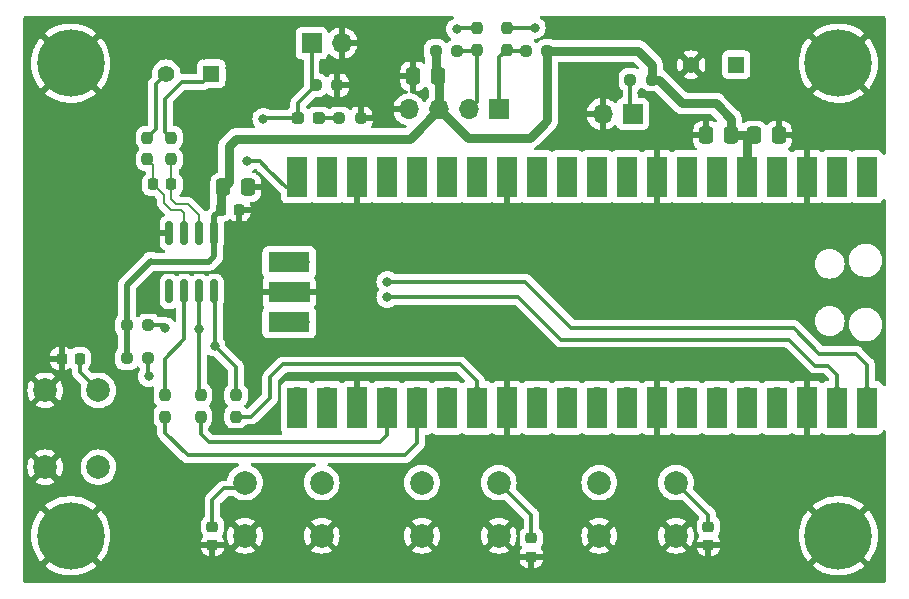
<source format=gbr>
%TF.GenerationSoftware,KiCad,Pcbnew,(6.0.5)*%
%TF.CreationDate,2022-09-22T22:10:40-04:00*%
%TF.ProjectId,HotplateController,486f7470-6c61-4746-9543-6f6e74726f6c,rev?*%
%TF.SameCoordinates,Original*%
%TF.FileFunction,Copper,L2,Bot*%
%TF.FilePolarity,Positive*%
%FSLAX46Y46*%
G04 Gerber Fmt 4.6, Leading zero omitted, Abs format (unit mm)*
G04 Created by KiCad (PCBNEW (6.0.5)) date 2022-09-22 22:10:40*
%MOMM*%
%LPD*%
G01*
G04 APERTURE LIST*
G04 Aperture macros list*
%AMRoundRect*
0 Rectangle with rounded corners*
0 $1 Rounding radius*
0 $2 $3 $4 $5 $6 $7 $8 $9 X,Y pos of 4 corners*
0 Add a 4 corners polygon primitive as box body*
4,1,4,$2,$3,$4,$5,$6,$7,$8,$9,$2,$3,0*
0 Add four circle primitives for the rounded corners*
1,1,$1+$1,$2,$3*
1,1,$1+$1,$4,$5*
1,1,$1+$1,$6,$7*
1,1,$1+$1,$8,$9*
0 Add four rect primitives between the rounded corners*
20,1,$1+$1,$2,$3,$4,$5,0*
20,1,$1+$1,$4,$5,$6,$7,0*
20,1,$1+$1,$6,$7,$8,$9,0*
20,1,$1+$1,$8,$9,$2,$3,0*%
G04 Aperture macros list end*
%TA.AperFunction,ComponentPad*%
%ADD10C,5.700000*%
%TD*%
%TA.AperFunction,ComponentPad*%
%ADD11C,2.000000*%
%TD*%
%TA.AperFunction,SMDPad,CuDef*%
%ADD12RoundRect,0.225000X-0.250000X0.225000X-0.250000X-0.225000X0.250000X-0.225000X0.250000X0.225000X0*%
%TD*%
%TA.AperFunction,ComponentPad*%
%ADD13R,1.400000X1.400000*%
%TD*%
%TA.AperFunction,ComponentPad*%
%ADD14C,1.400000*%
%TD*%
%TA.AperFunction,SMDPad,CuDef*%
%ADD15RoundRect,0.250000X0.337500X0.475000X-0.337500X0.475000X-0.337500X-0.475000X0.337500X-0.475000X0*%
%TD*%
%TA.AperFunction,SMDPad,CuDef*%
%ADD16RoundRect,0.237500X0.237500X-0.250000X0.237500X0.250000X-0.237500X0.250000X-0.237500X-0.250000X0*%
%TD*%
%TA.AperFunction,SMDPad,CuDef*%
%ADD17R,1.700000X3.500000*%
%TD*%
%TA.AperFunction,ComponentPad*%
%ADD18O,1.700000X1.700000*%
%TD*%
%TA.AperFunction,ComponentPad*%
%ADD19R,1.700000X1.700000*%
%TD*%
%TA.AperFunction,SMDPad,CuDef*%
%ADD20R,3.500000X1.700000*%
%TD*%
%TA.AperFunction,SMDPad,CuDef*%
%ADD21RoundRect,0.237500X-0.237500X0.250000X-0.237500X-0.250000X0.237500X-0.250000X0.237500X0.250000X0*%
%TD*%
%TA.AperFunction,SMDPad,CuDef*%
%ADD22RoundRect,0.237500X-0.250000X-0.237500X0.250000X-0.237500X0.250000X0.237500X-0.250000X0.237500X0*%
%TD*%
%TA.AperFunction,SMDPad,CuDef*%
%ADD23RoundRect,0.225000X0.225000X0.250000X-0.225000X0.250000X-0.225000X-0.250000X0.225000X-0.250000X0*%
%TD*%
%TA.AperFunction,SMDPad,CuDef*%
%ADD24RoundRect,0.237500X0.250000X0.237500X-0.250000X0.237500X-0.250000X-0.237500X0.250000X-0.237500X0*%
%TD*%
%TA.AperFunction,SMDPad,CuDef*%
%ADD25RoundRect,0.225000X-0.225000X-0.250000X0.225000X-0.250000X0.225000X0.250000X-0.225000X0.250000X0*%
%TD*%
%TA.AperFunction,SMDPad,CuDef*%
%ADD26RoundRect,0.150000X-0.150000X0.825000X-0.150000X-0.825000X0.150000X-0.825000X0.150000X0.825000X0*%
%TD*%
%TA.AperFunction,SMDPad,CuDef*%
%ADD27RoundRect,0.237500X0.287500X0.237500X-0.287500X0.237500X-0.287500X-0.237500X0.287500X-0.237500X0*%
%TD*%
%TA.AperFunction,SMDPad,CuDef*%
%ADD28RoundRect,0.250000X-0.337500X-0.475000X0.337500X-0.475000X0.337500X0.475000X-0.337500X0.475000X0*%
%TD*%
%TA.AperFunction,ViaPad*%
%ADD29C,0.800000*%
%TD*%
%TA.AperFunction,Conductor*%
%ADD30C,0.200000*%
%TD*%
%TA.AperFunction,Conductor*%
%ADD31C,0.300000*%
%TD*%
%TA.AperFunction,Conductor*%
%ADD32C,0.800000*%
%TD*%
%TA.AperFunction,Conductor*%
%ADD33C,0.500000*%
%TD*%
G04 APERTURE END LIST*
D10*
%TO.P,H2,1,1*%
%TO.N,GND*%
X55800000Y-121200000D03*
%TD*%
%TO.P,H3,1,1*%
%TO.N,GND*%
X120800000Y-81200000D03*
%TD*%
%TO.P,H1,1,1*%
%TO.N,GND*%
X55800000Y-81200000D03*
%TD*%
D11*
%TO.P,SW1,1,1*%
%TO.N,GND*%
X100550000Y-121200000D03*
X107050000Y-121200000D03*
%TO.P,SW1,2,2*%
%TO.N,/SW_UP*%
X107050000Y-116700000D03*
X100550000Y-116700000D03*
%TD*%
D10*
%TO.P,H4,1,1*%
%TO.N,GND*%
X120800000Y-121200000D03*
%TD*%
D11*
%TO.P,SW2,1,1*%
%TO.N,GND*%
X85550000Y-121200000D03*
X92050000Y-121200000D03*
%TO.P,SW2,2,2*%
%TO.N,/SW_SEL*%
X92050000Y-116700000D03*
X85550000Y-116700000D03*
%TD*%
%TO.P,SW3,1,1*%
%TO.N,GND*%
X70550000Y-121200000D03*
X77050000Y-121200000D03*
%TO.P,SW3,2,2*%
%TO.N,/SW_DWN*%
X70550000Y-116700000D03*
X77050000Y-116700000D03*
%TD*%
D12*
%TO.P,C9,1*%
%TO.N,/SW_DWN*%
X67800000Y-120425000D03*
%TO.P,C9,2*%
%TO.N,GND*%
X67800000Y-121975000D03*
%TD*%
D13*
%TO.P,J5,1,Pin_1*%
%TO.N,+5V*%
X112141000Y-81325000D03*
D14*
%TO.P,J5,2,Pin_2*%
%TO.N,GND*%
X108331000Y-81325000D03*
%TD*%
D15*
%TO.P,C3,1*%
%TO.N,GND*%
X70800000Y-91700000D03*
%TO.P,C3,2*%
%TO.N,+3V3*%
X68725000Y-91700000D03*
%TD*%
D16*
%TO.P,R8,1*%
%TO.N,/SPI_CSN*%
X66800000Y-111112500D03*
%TO.P,R8,2*%
%TO.N,/SPI_CSN_R*%
X66800000Y-109287500D03*
%TD*%
D17*
%TO.P,U2,1,GPIO0*%
%TO.N,/I2C0_SDA*%
X123230000Y-110390000D03*
D18*
X123230000Y-109490000D03*
D17*
%TO.P,U2,2,GPIO1*%
%TO.N,/I2C0_SCL*%
X120690000Y-110390000D03*
D18*
X120690000Y-109490000D03*
D19*
%TO.P,U2,3,GND*%
%TO.N,GND*%
X118150000Y-109490000D03*
D17*
X118150000Y-110390000D03*
D18*
%TO.P,U2,4,GPIO2*%
%TO.N,unconnected-(U2-Pad4)*%
X115610000Y-109490000D03*
D17*
X115610000Y-110390000D03*
%TO.P,U2,5,GPIO3*%
%TO.N,unconnected-(U2-Pad5)*%
X113070000Y-110390000D03*
D18*
X113070000Y-109490000D03*
D17*
%TO.P,U2,6,GPIO4*%
%TO.N,unconnected-(U2-Pad6)*%
X110530000Y-110390000D03*
D18*
X110530000Y-109490000D03*
D17*
%TO.P,U2,7,GPIO5*%
%TO.N,unconnected-(U2-Pad7)*%
X107990000Y-110390000D03*
D18*
X107990000Y-109490000D03*
D19*
%TO.P,U2,8,GND*%
%TO.N,GND*%
X105450000Y-109490000D03*
D17*
X105450000Y-110390000D03*
D18*
%TO.P,U2,9,GPIO6*%
%TO.N,/SW_UP*%
X102910000Y-109490000D03*
D17*
X102910000Y-110390000D03*
%TO.P,U2,10,GPIO7*%
%TO.N,unconnected-(U2-Pad10)*%
X100370000Y-110390000D03*
D18*
X100370000Y-109490000D03*
%TO.P,U2,11,GPIO8*%
%TO.N,unconnected-(U2-Pad11)*%
X97830000Y-109490000D03*
D17*
X97830000Y-110390000D03*
%TO.P,U2,12,GPIO9*%
%TO.N,/SW_SEL*%
X95290000Y-110390000D03*
D18*
X95290000Y-109490000D03*
D19*
%TO.P,U2,13,GND*%
%TO.N,GND*%
X92750000Y-109490000D03*
D17*
X92750000Y-110390000D03*
%TO.P,U2,14,GPIO10*%
%TO.N,/SPI_SCLK*%
X90210000Y-110390000D03*
D18*
X90210000Y-109490000D03*
D17*
%TO.P,U2,15,GPIO11*%
%TO.N,unconnected-(U2-Pad15)*%
X87670000Y-110390000D03*
D18*
X87670000Y-109490000D03*
D17*
%TO.P,U2,16,GPIO12*%
%TO.N,/SPI_DATA*%
X85130000Y-110390000D03*
D18*
X85130000Y-109490000D03*
D17*
%TO.P,U2,17,GPIO13*%
%TO.N,/SPI_CSN*%
X82590000Y-110390000D03*
D18*
X82590000Y-109490000D03*
D19*
%TO.P,U2,18,GND*%
%TO.N,GND*%
X80050000Y-109490000D03*
D17*
X80050000Y-110390000D03*
D18*
%TO.P,U2,19,GPIO14*%
%TO.N,unconnected-(U2-Pad19)*%
X77510000Y-109490000D03*
D17*
X77510000Y-110390000D03*
D18*
%TO.P,U2,20,GPIO15*%
%TO.N,/SW_DWN*%
X74970000Y-109490000D03*
D17*
X74970000Y-110390000D03*
%TO.P,U2,21,GPIO16*%
%TO.N,/SSR_OUT*%
X74970000Y-90810000D03*
D18*
X74970000Y-91710000D03*
%TO.P,U2,22,GPIO17*%
%TO.N,unconnected-(U2-Pad22)*%
X77510000Y-91710000D03*
D17*
X77510000Y-90810000D03*
%TO.P,U2,23,GND*%
%TO.N,GND*%
X80050000Y-90810000D03*
D19*
X80050000Y-91710000D03*
D17*
%TO.P,U2,24,GPIO18*%
%TO.N,unconnected-(U2-Pad24)*%
X82590000Y-90810000D03*
D18*
X82590000Y-91710000D03*
D17*
%TO.P,U2,25,GPIO19*%
%TO.N,unconnected-(U2-Pad25)*%
X85130000Y-90810000D03*
D18*
X85130000Y-91710000D03*
D17*
%TO.P,U2,26,GPIO20*%
%TO.N,unconnected-(U2-Pad26)*%
X87670000Y-90810000D03*
D18*
X87670000Y-91710000D03*
D17*
%TO.P,U2,27,GPIO21*%
%TO.N,unconnected-(U2-Pad27)*%
X90210000Y-90810000D03*
D18*
X90210000Y-91710000D03*
D19*
%TO.P,U2,28,GND*%
%TO.N,GND*%
X92750000Y-91710000D03*
D17*
X92750000Y-90810000D03*
D18*
%TO.P,U2,29,GPIO22*%
%TO.N,unconnected-(U2-Pad29)*%
X95290000Y-91710000D03*
D17*
X95290000Y-90810000D03*
D18*
%TO.P,U2,30,RUN*%
%TO.N,/SW_RUN*%
X97830000Y-91710000D03*
D17*
X97830000Y-90810000D03*
D18*
%TO.P,U2,31,GPIO26_ADC0*%
%TO.N,unconnected-(U2-Pad31)*%
X100370000Y-91710000D03*
D17*
X100370000Y-90810000D03*
D18*
%TO.P,U2,32,GPIO27_ADC1*%
%TO.N,unconnected-(U2-Pad32)*%
X102910000Y-91710000D03*
D17*
X102910000Y-90810000D03*
%TO.P,U2,33,AGND*%
%TO.N,GND*%
X105450000Y-90810000D03*
D19*
X105450000Y-91710000D03*
D17*
%TO.P,U2,34,GPIO28_ADC2*%
%TO.N,/TEMP_IN*%
X107990000Y-90810000D03*
D18*
X107990000Y-91710000D03*
D17*
%TO.P,U2,35,ADC_VREF*%
%TO.N,unconnected-(U2-Pad35)*%
X110530000Y-90810000D03*
D18*
X110530000Y-91710000D03*
D17*
%TO.P,U2,36,3V3*%
%TO.N,+3V3*%
X113070000Y-90810000D03*
D18*
X113070000Y-91710000D03*
%TO.P,U2,37,3V3_EN*%
%TO.N,unconnected-(U2-Pad37)*%
X115610000Y-91710000D03*
D17*
X115610000Y-90810000D03*
D19*
%TO.P,U2,38,GND*%
%TO.N,GND*%
X118150000Y-91710000D03*
D17*
X118150000Y-90810000D03*
%TO.P,U2,39,VSYS*%
%TO.N,unconnected-(U2-Pad39)*%
X120690000Y-90810000D03*
D18*
X120690000Y-91710000D03*
%TO.P,U2,40,VBUS*%
%TO.N,+5V*%
X123230000Y-91710000D03*
D17*
X123230000Y-90810000D03*
D20*
%TO.P,U2,41,SWCLK*%
%TO.N,unconnected-(U2-Pad41)*%
X74300000Y-103140000D03*
D18*
X75200000Y-103140000D03*
D19*
%TO.P,U2,42,GND*%
%TO.N,GND*%
X75200000Y-100600000D03*
D20*
X74300000Y-100600000D03*
D18*
%TO.P,U2,43,SWDIO*%
%TO.N,unconnected-(U2-Pad43)*%
X75200000Y-98060000D03*
D20*
X74300000Y-98060000D03*
%TD*%
D19*
%TO.P,J3,1,Pin_1*%
%TO.N,/TEMP_IN*%
X103375000Y-85500000D03*
D18*
%TO.P,J3,2,Pin_2*%
%TO.N,GND*%
X100835000Y-85500000D03*
%TD*%
D21*
%TO.P,R2,1*%
%TO.N,/KTTC_N_R*%
X62300000Y-87500000D03*
%TO.P,R2,2*%
%TO.N,/KTTC_N*%
X62300000Y-89325000D03*
%TD*%
D16*
%TO.P,R6,1*%
%TO.N,/SPI_SCLK*%
X69800000Y-111112500D03*
%TO.P,R6,2*%
%TO.N,/SPI_SCLK_R*%
X69800000Y-109287500D03*
%TD*%
D22*
%TO.P,R14,1*%
%TO.N,Net-(D1-Pad1)*%
X78544072Y-85852000D03*
%TO.P,R14,2*%
%TO.N,GND*%
X80369072Y-85852000D03*
%TD*%
D12*
%TO.P,C7,1*%
%TO.N,/SW_UP*%
X109800000Y-120425000D03*
%TO.P,C7,2*%
%TO.N,GND*%
X109800000Y-121975000D03*
%TD*%
D23*
%TO.P,C10,1*%
%TO.N,/SW_RUN*%
X56575000Y-106200000D03*
%TO.P,C10,2*%
%TO.N,GND*%
X55025000Y-106200000D03*
%TD*%
D19*
%TO.P,J4,1,Pin_1*%
%TO.N,/SSR_OUT*%
X76195000Y-79502000D03*
D18*
%TO.P,J4,2,Pin_2*%
%TO.N,GND*%
X78735000Y-79502000D03*
%TD*%
D22*
%TO.P,R9,1*%
%TO.N,+3V3*%
X86717500Y-80160500D03*
%TO.P,R9,2*%
%TO.N,/I2C0_SCL_R*%
X88542500Y-80160500D03*
%TD*%
D15*
%TO.P,C4,1*%
%TO.N,+3V3*%
X86889500Y-82296000D03*
%TO.P,C4,2*%
%TO.N,GND*%
X84814500Y-82296000D03*
%TD*%
%TO.P,C5,1*%
%TO.N,+3V3*%
X111700000Y-87300000D03*
%TO.P,C5,2*%
%TO.N,GND*%
X109625000Y-87300000D03*
%TD*%
D16*
%TO.P,R11,1*%
%TO.N,/I2C0_SCL_R*%
X90170000Y-80057000D03*
%TO.P,R11,2*%
%TO.N,/I2C0_SCL*%
X90170000Y-78232000D03*
%TD*%
D22*
%TO.P,R12,1*%
%TO.N,/SSR_OUT*%
X76552500Y-83058000D03*
%TO.P,R12,2*%
%TO.N,GND*%
X78377500Y-83058000D03*
%TD*%
%TO.P,R4,1*%
%TO.N,+3V3*%
X60555500Y-103378000D03*
%TO.P,R4,2*%
%TO.N,/SPI_CSN_R*%
X62380500Y-103378000D03*
%TD*%
D24*
%TO.P,R5,1*%
%TO.N,+3V3*%
X96162500Y-80160500D03*
%TO.P,R5,2*%
%TO.N,/I2C0_SDA_R*%
X94337500Y-80160500D03*
%TD*%
D19*
%TO.P,J2,1,Pin_1*%
%TO.N,/I2C0_SDA_R*%
X92100000Y-85100000D03*
D18*
%TO.P,J2,2,Pin_2*%
%TO.N,/I2C0_SCL_R*%
X89560000Y-85100000D03*
%TO.P,J2,3,Pin_3*%
%TO.N,+3V3*%
X87020000Y-85100000D03*
%TO.P,J2,4,Pin_4*%
%TO.N,GND*%
X84480000Y-85100000D03*
%TD*%
D25*
%TO.P,C2,1*%
%TO.N,+3V3*%
X68525000Y-93600000D03*
%TO.P,C2,2*%
%TO.N,GND*%
X70075000Y-93600000D03*
%TD*%
D12*
%TO.P,C8,1*%
%TO.N,/SW_SEL*%
X94800000Y-121425000D03*
%TO.P,C8,2*%
%TO.N,GND*%
X94800000Y-122975000D03*
%TD*%
D13*
%TO.P,J1,1,Pin_1*%
%TO.N,/KTTC_P_R*%
X67705000Y-82087000D03*
D14*
%TO.P,J1,2,Pin_2*%
%TO.N,/KTTC_N_R*%
X63895000Y-82087000D03*
%TD*%
D16*
%TO.P,R7,1*%
%TO.N,/SPI_DATA*%
X63800000Y-111112500D03*
%TO.P,R7,2*%
%TO.N,/SPI_DATA_R*%
X63800000Y-109287500D03*
%TD*%
D24*
%TO.P,R13,1*%
%TO.N,+3V3*%
X105012500Y-82600000D03*
%TO.P,R13,2*%
%TO.N,/TEMP_IN*%
X103187500Y-82600000D03*
%TD*%
D16*
%TO.P,R10,1*%
%TO.N,/I2C0_SDA_R*%
X92710000Y-80057000D03*
%TO.P,R10,2*%
%TO.N,/I2C0_SDA*%
X92710000Y-78232000D03*
%TD*%
D26*
%TO.P,U1,1,GND*%
%TO.N,GND*%
X64148000Y-95569000D03*
%TO.P,U1,2,T-*%
%TO.N,/KTTC_N*%
X65418000Y-95569000D03*
%TO.P,U1,3,T+*%
%TO.N,/KTTC_P*%
X66688000Y-95569000D03*
%TO.P,U1,4,VCC*%
%TO.N,+3V3*%
X67958000Y-95569000D03*
%TO.P,U1,5,SCK*%
%TO.N,/SPI_SCLK_R*%
X67958000Y-100519000D03*
%TO.P,U1,6,~{CS}*%
%TO.N,/SPI_CSN_R*%
X66688000Y-100519000D03*
%TO.P,U1,7,SO*%
%TO.N,/SPI_DATA_R*%
X65418000Y-100519000D03*
%TO.P,U1,8*%
%TO.N,N/C*%
X64148000Y-100519000D03*
%TD*%
D23*
%TO.P,C1,1*%
%TO.N,/KTTC_P*%
X64328000Y-91460500D03*
%TO.P,C1,2*%
%TO.N,/KTTC_N*%
X62778000Y-91460500D03*
%TD*%
D27*
%TO.P,D1,1,K*%
%TO.N,Net-(D1-Pad1)*%
X76816000Y-85852000D03*
%TO.P,D1,2,A*%
%TO.N,/SSR_OUT*%
X75066000Y-85852000D03*
%TD*%
D11*
%TO.P,SW4,1,1*%
%TO.N,GND*%
X53650000Y-108900000D03*
X53650000Y-115400000D03*
%TO.P,SW4,2,2*%
%TO.N,/SW_RUN*%
X58150000Y-115400000D03*
X58150000Y-108900000D03*
%TD*%
D28*
%TO.P,C6,1*%
%TO.N,+3V3*%
X113662500Y-87300000D03*
%TO.P,C6,2*%
%TO.N,GND*%
X115737500Y-87300000D03*
%TD*%
D22*
%TO.P,R3,1*%
%TO.N,+3V3*%
X60555500Y-106172000D03*
%TO.P,R3,2*%
%TO.N,/SPI_SCLK_R*%
X62380500Y-106172000D03*
%TD*%
D21*
%TO.P,R1,1*%
%TO.N,/KTTC_P_R*%
X64300000Y-87500000D03*
%TO.P,R1,2*%
%TO.N,/KTTC_P*%
X64300000Y-89325000D03*
%TD*%
D29*
%TO.N,GND*%
X105300000Y-85900000D03*
X105400000Y-88200000D03*
X61500000Y-90700000D03*
X103100000Y-87300000D03*
X69300000Y-82800000D03*
X65700000Y-87100000D03*
X67100000Y-93000000D03*
X65000000Y-80800000D03*
X104200000Y-87900000D03*
X65700000Y-83900000D03*
X67000000Y-83900000D03*
X66000000Y-81700000D03*
X107900000Y-86200000D03*
X64900000Y-84700000D03*
X69300000Y-81600000D03*
X65400000Y-90400000D03*
X62100000Y-82400000D03*
X106600000Y-86000000D03*
X105200000Y-84700000D03*
X65500000Y-88400000D03*
X66600000Y-91000000D03*
X62700000Y-92900000D03*
X63600000Y-80500000D03*
X61900000Y-84900000D03*
X67100000Y-80500000D03*
X62500000Y-81200000D03*
X65700000Y-89400000D03*
X66100000Y-92100000D03*
X60900000Y-89700000D03*
X60900000Y-87100000D03*
X61900000Y-86100000D03*
X64900000Y-86100000D03*
X61900000Y-83700000D03*
X62900000Y-96700000D03*
X61100000Y-88400000D03*
X68700000Y-80500000D03*
X61400000Y-92000000D03*
X106800000Y-88200000D03*
X62900000Y-95400000D03*
X68400000Y-83700000D03*
X63200000Y-94000000D03*
X104200000Y-83700000D03*
%TO.N,/SSR_OUT*%
X72100000Y-85900000D03*
X70700000Y-89500000D03*
%TO.N,/SPI_SCLK_R*%
X68000000Y-105100000D03*
X62400000Y-107700000D03*
%TO.N,/SPI_CSN_R*%
X63800000Y-103600000D03*
X66688000Y-103688000D03*
%TO.N,/I2C0_SDA*%
X82600000Y-99700000D03*
X95100000Y-78200000D03*
%TO.N,/I2C0_SCL*%
X82600000Y-101000000D03*
X88500000Y-78300000D03*
%TD*%
D30*
%TO.N,/KTTC_N*%
X65418000Y-95569000D02*
X65418000Y-93918000D01*
%TO.N,/KTTC_P*%
X66688000Y-94088000D02*
X66688000Y-95569000D01*
D31*
%TO.N,/SW_RUN*%
X56575000Y-107325000D02*
X58150000Y-108900000D01*
X56575000Y-106200000D02*
X56575000Y-107325000D01*
D30*
%TO.N,/KTTC_P*%
X64328000Y-89353000D02*
X64300000Y-89325000D01*
X64328000Y-91460500D02*
X64328000Y-89353000D01*
X65700000Y-93100000D02*
X64700000Y-93100000D01*
X64328000Y-92728000D02*
X64328000Y-91460500D01*
X66688000Y-94088000D02*
X65700000Y-93100000D01*
X64700000Y-93100000D02*
X64328000Y-92728000D01*
%TO.N,/KTTC_N*%
X65418000Y-93918000D02*
X65100000Y-93600000D01*
X63700000Y-93000000D02*
X63700000Y-92382500D01*
X63700000Y-92382500D02*
X62778000Y-91460500D01*
X62778000Y-89803000D02*
X62300000Y-89325000D01*
X65100000Y-93600000D02*
X64300000Y-93600000D01*
X64300000Y-93600000D02*
X63700000Y-93000000D01*
X62778000Y-91460500D02*
X62778000Y-89803000D01*
D32*
%TO.N,+3V3*%
X87020000Y-85100000D02*
X87020000Y-82426500D01*
X110400000Y-84600000D02*
X107600000Y-84600000D01*
X68525000Y-93600000D02*
X68525000Y-91900000D01*
D33*
X67958000Y-94167000D02*
X68525000Y-93600000D01*
D32*
X103860500Y-80160500D02*
X96162500Y-80160500D01*
D33*
X67500000Y-98000000D02*
X62700000Y-98000000D01*
D32*
X111700000Y-85900000D02*
X110400000Y-84600000D01*
X89420000Y-87500000D02*
X87020000Y-85100000D01*
D33*
X67958000Y-95569000D02*
X67958000Y-94167000D01*
X62600000Y-97900000D02*
X60555500Y-99944500D01*
D32*
X95800000Y-86400000D02*
X94700000Y-87500000D01*
D33*
X60555500Y-106172000D02*
X60555500Y-103378000D01*
D32*
X111700000Y-87300000D02*
X111700000Y-85900000D01*
D33*
X67958000Y-95569000D02*
X67958000Y-97542000D01*
X60555500Y-99944500D02*
X60555500Y-103378000D01*
D32*
X69800000Y-87600000D02*
X84520000Y-87600000D01*
D33*
X67958000Y-97542000D02*
X67500000Y-98000000D01*
X62700000Y-98000000D02*
X62600000Y-97900000D01*
D32*
X86717500Y-82124000D02*
X86889500Y-82296000D01*
X113070000Y-91710000D02*
X113070000Y-87370000D01*
X87020000Y-82426500D02*
X86889500Y-82296000D01*
X84520000Y-87600000D02*
X87020000Y-85100000D01*
X113662500Y-87300000D02*
X113000000Y-87300000D01*
X68725000Y-91700000D02*
X69200000Y-91225000D01*
X105012500Y-82600000D02*
X105012500Y-81312500D01*
X96162500Y-80160500D02*
X96162500Y-86037500D01*
X113070000Y-87370000D02*
X113000000Y-87300000D01*
X105012500Y-81312500D02*
X103860500Y-80160500D01*
X113000000Y-87300000D02*
X111700000Y-87300000D01*
X96162500Y-86037500D02*
X95800000Y-86400000D01*
X107600000Y-84600000D02*
X105600000Y-82600000D01*
X69200000Y-88200000D02*
X69800000Y-87600000D01*
X86717500Y-80160500D02*
X86717500Y-82124000D01*
X68525000Y-91900000D02*
X68725000Y-91700000D01*
X105600000Y-82600000D02*
X105012500Y-82600000D01*
X69200000Y-91225000D02*
X69200000Y-88200000D01*
X94700000Y-87500000D02*
X89420000Y-87500000D01*
D31*
%TO.N,Net-(D1-Pad1)*%
X76816000Y-85852000D02*
X78544072Y-85852000D01*
%TO.N,/SSR_OUT*%
X72148000Y-85852000D02*
X72100000Y-85900000D01*
X76195000Y-82700500D02*
X76552500Y-83058000D01*
X75066000Y-84544500D02*
X76552500Y-83058000D01*
X75066000Y-85852000D02*
X72148000Y-85852000D01*
X75066000Y-85852000D02*
X75066000Y-84544500D01*
X74970000Y-91710000D02*
X74010000Y-91710000D01*
X71800000Y-89500000D02*
X70700000Y-89500000D01*
X72500000Y-90200000D02*
X71800000Y-89500000D01*
X76195000Y-79502000D02*
X76195000Y-82700500D01*
X74010000Y-91710000D02*
X72500000Y-90200000D01*
%TO.N,/KTTC_P_R*%
X64300000Y-87500000D02*
X63800000Y-87000000D01*
X65200000Y-82800000D02*
X66992000Y-82800000D01*
X63800000Y-87000000D02*
X63800000Y-84200000D01*
X63800000Y-84200000D02*
X65200000Y-82800000D01*
X66992000Y-82800000D02*
X67705000Y-82087000D01*
%TO.N,/KTTC_N_R*%
X63000000Y-82982000D02*
X63895000Y-82087000D01*
X62300000Y-87500000D02*
X63000000Y-86800000D01*
X63000000Y-86800000D02*
X63000000Y-82982000D01*
%TO.N,/I2C0_SDA_R*%
X94337500Y-80160500D02*
X92813500Y-80160500D01*
X92813500Y-80160500D02*
X92710000Y-80057000D01*
X92100000Y-85100000D02*
X92100000Y-80667000D01*
X92100000Y-80667000D02*
X92710000Y-80057000D01*
%TO.N,/I2C0_SCL_R*%
X88542500Y-80160500D02*
X90066500Y-80160500D01*
X90066500Y-80160500D02*
X90170000Y-80057000D01*
X90170000Y-84490000D02*
X90170000Y-80057000D01*
X89560000Y-85100000D02*
X90170000Y-84490000D01*
%TO.N,/TEMP_IN*%
X103187500Y-82600000D02*
X103187500Y-85312500D01*
X103187500Y-85312500D02*
X103375000Y-85500000D01*
%TO.N,/SPI_SCLK_R*%
X62380500Y-106172000D02*
X62380500Y-107680500D01*
X68000000Y-100561000D02*
X68000000Y-105100000D01*
X67958000Y-100519000D02*
X68000000Y-100561000D01*
X68000000Y-105100000D02*
X69800000Y-106900000D01*
X62380500Y-107680500D02*
X62400000Y-107700000D01*
X69800000Y-106900000D02*
X69800000Y-109287500D01*
%TO.N,/SPI_CSN_R*%
X66688000Y-100519000D02*
X66688000Y-109175500D01*
X66688000Y-109175500D02*
X66800000Y-109287500D01*
X63578000Y-103378000D02*
X63800000Y-103600000D01*
X62380500Y-103378000D02*
X63578000Y-103378000D01*
%TO.N,/SPI_SCLK*%
X88800000Y-106700000D02*
X90210000Y-108110000D01*
X69800000Y-111112500D02*
X71087500Y-111112500D01*
X72700000Y-109500000D02*
X72700000Y-107800000D01*
X73800000Y-106700000D02*
X88800000Y-106700000D01*
X72700000Y-107800000D02*
X73800000Y-106700000D01*
X90210000Y-108110000D02*
X90210000Y-109490000D01*
X71087500Y-111112500D02*
X72700000Y-109500000D01*
%TO.N,/SPI_DATA*%
X84100000Y-114400000D02*
X85130000Y-113370000D01*
X63800000Y-111112500D02*
X63800000Y-112500000D01*
X65700000Y-114400000D02*
X84100000Y-114400000D01*
X63800000Y-112500000D02*
X65700000Y-114400000D01*
X85130000Y-113370000D02*
X85130000Y-109490000D01*
%TO.N,/SPI_DATA_R*%
X63800000Y-106200000D02*
X63800000Y-109287500D01*
X65418000Y-104582000D02*
X63800000Y-106200000D01*
X65418000Y-100519000D02*
X65418000Y-104582000D01*
%TO.N,/SPI_CSN*%
X66800000Y-111112500D02*
X66800000Y-112600000D01*
X82590000Y-112710000D02*
X82590000Y-109490000D01*
X66800000Y-112600000D02*
X67500000Y-113300000D01*
X82000000Y-113300000D02*
X82590000Y-112710000D01*
X67500000Y-113300000D02*
X82000000Y-113300000D01*
%TO.N,/I2C0_SDA*%
X94300000Y-99700000D02*
X98200000Y-103600000D01*
X117000000Y-103600000D02*
X119200000Y-105800000D01*
X123230000Y-106730000D02*
X123230000Y-109490000D01*
X82600000Y-99700000D02*
X94300000Y-99700000D01*
X94400000Y-78200000D02*
X95100000Y-78200000D01*
X92710000Y-78232000D02*
X92742000Y-78200000D01*
X122300000Y-105800000D02*
X123230000Y-106730000D01*
X92742000Y-78200000D02*
X94400000Y-78200000D01*
X119200000Y-105800000D02*
X122300000Y-105800000D01*
X98200000Y-103600000D02*
X117000000Y-103600000D01*
%TO.N,/I2C0_SCL*%
X119900000Y-106800000D02*
X118800000Y-106800000D01*
X93700000Y-101000000D02*
X82600000Y-101000000D01*
X90170000Y-78232000D02*
X88568000Y-78232000D01*
X97300000Y-104600000D02*
X93700000Y-101000000D01*
X116600000Y-104600000D02*
X97300000Y-104600000D01*
X88568000Y-78232000D02*
X88500000Y-78300000D01*
X120690000Y-107590000D02*
X119900000Y-106800000D01*
X120690000Y-109490000D02*
X120690000Y-107590000D01*
X118800000Y-106800000D02*
X116600000Y-104600000D01*
%TO.N,/SW_UP*%
X109800000Y-119450000D02*
X107050000Y-116700000D01*
X109800000Y-120425000D02*
X109800000Y-119450000D01*
%TO.N,/SW_SEL*%
X94800000Y-121425000D02*
X94800000Y-119450000D01*
X94800000Y-119450000D02*
X92050000Y-116700000D01*
%TO.N,/SW_DWN*%
X70050000Y-117200000D02*
X68800000Y-117200000D01*
X67800000Y-118200000D02*
X67800000Y-120425000D01*
X68800000Y-117200000D02*
X67800000Y-118200000D01*
X70550000Y-116700000D02*
X70050000Y-117200000D01*
%TD*%
%TA.AperFunction,Conductor*%
%TO.N,GND*%
G36*
X88212346Y-77220002D02*
G01*
X88258839Y-77273658D01*
X88268943Y-77343932D01*
X88239449Y-77408512D01*
X88195474Y-77441107D01*
X88049278Y-77506197D01*
X88049276Y-77506198D01*
X88043248Y-77508882D01*
X88037907Y-77512762D01*
X88037906Y-77512763D01*
X87998353Y-77541500D01*
X87888747Y-77621134D01*
X87884326Y-77626044D01*
X87884325Y-77626045D01*
X87855238Y-77658350D01*
X87760960Y-77763056D01*
X87665473Y-77928444D01*
X87606458Y-78110072D01*
X87605768Y-78116633D01*
X87605768Y-78116635D01*
X87593930Y-78229272D01*
X87586496Y-78300000D01*
X87587186Y-78306565D01*
X87605405Y-78479905D01*
X87606458Y-78489928D01*
X87665473Y-78671556D01*
X87760960Y-78836944D01*
X87765378Y-78841851D01*
X87765379Y-78841852D01*
X87860508Y-78947503D01*
X87888747Y-78978866D01*
X87910875Y-78994943D01*
X87972286Y-79039561D01*
X88015640Y-79095784D01*
X88021715Y-79166520D01*
X87988583Y-79229311D01*
X87964528Y-79248641D01*
X87921181Y-79275465D01*
X87825969Y-79334384D01*
X87820796Y-79339566D01*
X87719253Y-79441286D01*
X87656970Y-79475365D01*
X87586150Y-79470362D01*
X87541063Y-79441441D01*
X87438188Y-79338746D01*
X87438183Y-79338742D01*
X87433003Y-79333571D01*
X87405586Y-79316671D01*
X87291150Y-79246131D01*
X87291148Y-79246130D01*
X87284920Y-79242291D01*
X87119809Y-79187526D01*
X87112973Y-79186826D01*
X87112970Y-79186825D01*
X87061474Y-79181549D01*
X87017072Y-79177000D01*
X86417928Y-79177000D01*
X86414682Y-79177337D01*
X86414678Y-79177337D01*
X86320765Y-79187081D01*
X86320761Y-79187082D01*
X86313907Y-79187793D01*
X86307371Y-79189974D01*
X86307369Y-79189974D01*
X86206625Y-79223585D01*
X86148893Y-79242846D01*
X86000969Y-79334384D01*
X85995796Y-79339566D01*
X85883242Y-79452316D01*
X85883238Y-79452321D01*
X85878071Y-79457497D01*
X85874231Y-79463727D01*
X85874230Y-79463728D01*
X85814496Y-79560635D01*
X85786791Y-79605580D01*
X85732026Y-79770691D01*
X85731326Y-79777527D01*
X85731325Y-79777530D01*
X85726049Y-79829026D01*
X85721500Y-79873428D01*
X85721500Y-80447572D01*
X85721837Y-80450818D01*
X85721837Y-80450822D01*
X85731001Y-80539139D01*
X85732293Y-80551593D01*
X85734474Y-80558129D01*
X85734474Y-80558131D01*
X85753419Y-80614916D01*
X85787346Y-80716607D01*
X85791197Y-80722830D01*
X85794302Y-80729459D01*
X85792724Y-80730198D01*
X85809000Y-80787432D01*
X85809000Y-81109833D01*
X85788998Y-81177954D01*
X85735342Y-81224447D01*
X85665068Y-81234551D01*
X85616884Y-81217093D01*
X85480757Y-81133184D01*
X85467576Y-81127037D01*
X85313290Y-81075862D01*
X85299914Y-81072995D01*
X85205562Y-81063328D01*
X85199145Y-81063000D01*
X85086615Y-81063000D01*
X85071376Y-81067475D01*
X85070171Y-81068865D01*
X85068500Y-81076548D01*
X85068500Y-83510884D01*
X85072975Y-83526123D01*
X85074365Y-83527328D01*
X85082048Y-83528999D01*
X85199095Y-83528999D01*
X85205614Y-83528662D01*
X85301206Y-83518743D01*
X85314600Y-83515851D01*
X85468784Y-83464412D01*
X85481962Y-83458239D01*
X85619807Y-83372937D01*
X85631208Y-83363901D01*
X85745738Y-83249172D01*
X85752794Y-83240238D01*
X85810712Y-83199177D01*
X85881635Y-83195947D01*
X85943046Y-83231574D01*
X85949846Y-83239407D01*
X85953522Y-83245348D01*
X86073122Y-83364739D01*
X86074518Y-83366133D01*
X86108597Y-83428415D01*
X86111500Y-83455306D01*
X86111500Y-84033737D01*
X86091498Y-84101858D01*
X86076594Y-84120788D01*
X86065607Y-84132285D01*
X85995849Y-84205283D01*
X85960629Y-84242138D01*
X85957720Y-84246403D01*
X85957714Y-84246411D01*
X85955924Y-84249035D01*
X85853204Y-84399618D01*
X85852898Y-84400066D01*
X85797987Y-84445069D01*
X85727462Y-84453240D01*
X85663715Y-84421986D01*
X85643018Y-84397502D01*
X85562426Y-84272926D01*
X85556136Y-84264757D01*
X85412806Y-84107240D01*
X85405273Y-84100215D01*
X85238139Y-83968222D01*
X85229552Y-83962517D01*
X85043117Y-83859599D01*
X85033705Y-83855369D01*
X84832959Y-83784280D01*
X84822988Y-83781646D01*
X84618502Y-83745222D01*
X84554945Y-83713584D01*
X84518581Y-83652607D01*
X84520958Y-83581650D01*
X84545374Y-83538662D01*
X84558829Y-83523135D01*
X84560500Y-83515452D01*
X84560500Y-82568115D01*
X84556025Y-82552876D01*
X84554635Y-82551671D01*
X84546952Y-82550000D01*
X83737116Y-82550000D01*
X83721877Y-82554475D01*
X83720672Y-82555865D01*
X83719001Y-82563548D01*
X83719001Y-82818095D01*
X83719338Y-82824614D01*
X83729257Y-82920206D01*
X83732149Y-82933600D01*
X83783588Y-83087784D01*
X83789761Y-83100962D01*
X83875063Y-83238807D01*
X83884099Y-83250208D01*
X83998829Y-83364739D01*
X84010240Y-83373751D01*
X84148243Y-83458816D01*
X84161424Y-83464963D01*
X84303605Y-83512123D01*
X84361965Y-83552554D01*
X84389201Y-83618118D01*
X84376667Y-83688000D01*
X84328342Y-83740012D01*
X84282996Y-83756266D01*
X84169320Y-83773661D01*
X84159293Y-83776050D01*
X83956868Y-83842212D01*
X83947359Y-83846209D01*
X83758463Y-83944542D01*
X83749738Y-83950036D01*
X83579433Y-84077905D01*
X83571726Y-84084748D01*
X83424590Y-84238717D01*
X83418104Y-84246727D01*
X83298098Y-84422649D01*
X83293000Y-84431623D01*
X83203338Y-84624783D01*
X83199775Y-84634470D01*
X83144389Y-84834183D01*
X83145912Y-84842607D01*
X83158292Y-84846000D01*
X84608000Y-84846000D01*
X84676121Y-84866002D01*
X84722614Y-84919658D01*
X84734000Y-84972000D01*
X84734000Y-85228000D01*
X84713998Y-85296121D01*
X84660342Y-85342614D01*
X84608000Y-85354000D01*
X83163225Y-85354000D01*
X83149694Y-85357973D01*
X83148257Y-85367966D01*
X83178565Y-85502446D01*
X83181645Y-85512275D01*
X83261770Y-85709603D01*
X83266413Y-85718794D01*
X83377694Y-85900388D01*
X83383777Y-85908699D01*
X83523213Y-86069667D01*
X83530580Y-86076883D01*
X83694434Y-86212916D01*
X83702881Y-86218831D01*
X83886756Y-86326279D01*
X83896042Y-86330729D01*
X84095001Y-86406703D01*
X84104908Y-86409582D01*
X84141601Y-86417047D01*
X84204366Y-86450228D01*
X84239228Y-86512076D01*
X84235119Y-86582954D01*
X84205575Y-86629612D01*
X84180592Y-86654595D01*
X84118280Y-86688621D01*
X84091497Y-86691500D01*
X81349457Y-86691500D01*
X81281336Y-86671498D01*
X81234843Y-86617842D01*
X81224739Y-86547568D01*
X81242197Y-86499384D01*
X81295484Y-86412937D01*
X81301628Y-86399759D01*
X81351887Y-86248234D01*
X81354753Y-86234868D01*
X81364244Y-86142230D01*
X81364572Y-86135815D01*
X81364572Y-86124115D01*
X81360097Y-86108876D01*
X81358707Y-86107671D01*
X81351024Y-86106000D01*
X80241072Y-86106000D01*
X80172951Y-86085998D01*
X80126458Y-86032342D01*
X80115072Y-85980000D01*
X80115072Y-85579885D01*
X80623072Y-85579885D01*
X80627547Y-85595124D01*
X80628937Y-85596329D01*
X80636620Y-85598000D01*
X81346457Y-85598000D01*
X81361696Y-85593525D01*
X81362901Y-85592135D01*
X81364572Y-85584452D01*
X81364572Y-85568234D01*
X81364235Y-85561718D01*
X81354497Y-85467868D01*
X81351604Y-85454472D01*
X81301084Y-85303047D01*
X81294919Y-85289885D01*
X81211146Y-85154508D01*
X81202112Y-85143110D01*
X81089443Y-85030637D01*
X81078032Y-85021625D01*
X80942509Y-84938088D01*
X80929331Y-84931944D01*
X80777806Y-84881685D01*
X80764440Y-84878819D01*
X80671802Y-84869328D01*
X80665387Y-84869000D01*
X80641187Y-84869000D01*
X80625948Y-84873475D01*
X80624743Y-84874865D01*
X80623072Y-84882548D01*
X80623072Y-85579885D01*
X80115072Y-85579885D01*
X80115072Y-84887115D01*
X80110597Y-84871876D01*
X80109207Y-84870671D01*
X80101524Y-84869000D01*
X80072806Y-84869000D01*
X80066290Y-84869337D01*
X79972440Y-84879075D01*
X79959044Y-84881968D01*
X79807619Y-84932488D01*
X79794457Y-84938653D01*
X79659080Y-85022426D01*
X79647682Y-85031460D01*
X79546179Y-85133140D01*
X79483896Y-85167219D01*
X79413076Y-85162216D01*
X79367988Y-85133295D01*
X79343533Y-85108882D01*
X79259575Y-85025071D01*
X79205113Y-84991500D01*
X79117722Y-84937631D01*
X79117720Y-84937630D01*
X79111492Y-84933791D01*
X78946381Y-84879026D01*
X78939545Y-84878326D01*
X78939542Y-84878325D01*
X78888046Y-84873049D01*
X78843644Y-84868500D01*
X78244500Y-84868500D01*
X78241254Y-84868837D01*
X78241250Y-84868837D01*
X78147337Y-84878581D01*
X78147333Y-84878582D01*
X78140479Y-84879293D01*
X78133943Y-84881474D01*
X78133941Y-84881474D01*
X78088990Y-84896471D01*
X77975465Y-84934346D01*
X77827541Y-85025884D01*
X77787921Y-85065573D01*
X77725641Y-85099652D01*
X77654821Y-85094649D01*
X77609731Y-85065728D01*
X77601933Y-85057943D01*
X77569003Y-85025071D01*
X77514541Y-84991500D01*
X77427150Y-84937631D01*
X77427148Y-84937630D01*
X77420920Y-84933791D01*
X77255809Y-84879026D01*
X77248973Y-84878326D01*
X77248970Y-84878325D01*
X77197474Y-84873049D01*
X77153072Y-84868500D01*
X76478928Y-84868500D01*
X76475682Y-84868837D01*
X76475678Y-84868837D01*
X76381765Y-84878581D01*
X76381761Y-84878582D01*
X76374907Y-84879293D01*
X76368371Y-84881474D01*
X76368369Y-84881474D01*
X76323418Y-84896471D01*
X76209893Y-84934346D01*
X76203661Y-84938202D01*
X76203662Y-84938202D01*
X76069490Y-85021230D01*
X76061969Y-85025884D01*
X76030121Y-85057787D01*
X75967841Y-85091866D01*
X75897021Y-85086863D01*
X75851933Y-85057943D01*
X75824184Y-85030243D01*
X75824183Y-85030242D01*
X75819003Y-85025071D01*
X75812769Y-85021228D01*
X75784383Y-85003730D01*
X75736890Y-84950957D01*
X75724500Y-84896471D01*
X75724500Y-84869451D01*
X75744502Y-84801330D01*
X75761404Y-84780356D01*
X76463354Y-84078405D01*
X76525667Y-84044380D01*
X76552450Y-84041500D01*
X76852072Y-84041500D01*
X76855318Y-84041163D01*
X76855322Y-84041163D01*
X76949235Y-84031419D01*
X76949239Y-84031418D01*
X76956093Y-84030707D01*
X76962629Y-84028526D01*
X76962631Y-84028526D01*
X77114159Y-83977972D01*
X77121107Y-83975654D01*
X77269031Y-83884116D01*
X77376101Y-83776859D01*
X77438382Y-83742780D01*
X77509202Y-83747783D01*
X77554291Y-83776704D01*
X77657129Y-83879363D01*
X77668540Y-83888375D01*
X77804063Y-83971912D01*
X77817241Y-83978056D01*
X77968766Y-84028315D01*
X77982132Y-84031181D01*
X78074770Y-84040672D01*
X78081185Y-84041000D01*
X78105385Y-84041000D01*
X78120624Y-84036525D01*
X78121829Y-84035135D01*
X78123500Y-84027452D01*
X78123500Y-84022885D01*
X78631500Y-84022885D01*
X78635975Y-84038124D01*
X78637365Y-84039329D01*
X78645048Y-84041000D01*
X78673766Y-84041000D01*
X78680282Y-84040663D01*
X78774132Y-84030925D01*
X78787528Y-84028032D01*
X78938953Y-83977512D01*
X78952115Y-83971347D01*
X79087492Y-83887574D01*
X79098890Y-83878540D01*
X79211363Y-83765871D01*
X79220375Y-83754460D01*
X79303912Y-83618937D01*
X79310056Y-83605759D01*
X79360315Y-83454234D01*
X79363181Y-83440868D01*
X79372672Y-83348230D01*
X79373000Y-83341815D01*
X79373000Y-83330115D01*
X79368525Y-83314876D01*
X79367135Y-83313671D01*
X79359452Y-83312000D01*
X78649615Y-83312000D01*
X78634376Y-83316475D01*
X78633171Y-83317865D01*
X78631500Y-83325548D01*
X78631500Y-84022885D01*
X78123500Y-84022885D01*
X78123500Y-82785885D01*
X78631500Y-82785885D01*
X78635975Y-82801124D01*
X78637365Y-82802329D01*
X78645048Y-82804000D01*
X79354885Y-82804000D01*
X79370124Y-82799525D01*
X79371329Y-82798135D01*
X79373000Y-82790452D01*
X79373000Y-82774234D01*
X79372663Y-82767718D01*
X79362925Y-82673868D01*
X79360032Y-82660472D01*
X79309512Y-82509047D01*
X79303347Y-82495885D01*
X79219574Y-82360508D01*
X79210540Y-82349110D01*
X79097871Y-82236637D01*
X79086460Y-82227625D01*
X78950937Y-82144088D01*
X78937759Y-82137944D01*
X78786234Y-82087685D01*
X78772868Y-82084819D01*
X78680230Y-82075328D01*
X78673815Y-82075000D01*
X78649615Y-82075000D01*
X78634376Y-82079475D01*
X78633171Y-82080865D01*
X78631500Y-82088548D01*
X78631500Y-82785885D01*
X78123500Y-82785885D01*
X78123500Y-82093115D01*
X78119025Y-82077876D01*
X78117635Y-82076671D01*
X78109952Y-82075000D01*
X78081234Y-82075000D01*
X78074718Y-82075337D01*
X77980868Y-82085075D01*
X77967472Y-82087968D01*
X77816047Y-82138488D01*
X77802885Y-82144653D01*
X77667508Y-82228426D01*
X77656110Y-82237460D01*
X77554607Y-82339140D01*
X77492324Y-82373219D01*
X77421504Y-82368216D01*
X77376416Y-82339295D01*
X77364587Y-82327486D01*
X77268003Y-82231071D01*
X77261772Y-82227230D01*
X77126150Y-82143631D01*
X77126148Y-82143630D01*
X77119920Y-82139791D01*
X77038735Y-82112863D01*
X76961338Y-82087191D01*
X76961333Y-82087190D01*
X76954809Y-82085026D01*
X76951783Y-82084716D01*
X76890671Y-82051583D01*
X76875439Y-82023885D01*
X83719000Y-82023885D01*
X83723475Y-82039124D01*
X83724865Y-82040329D01*
X83732548Y-82042000D01*
X84542385Y-82042000D01*
X84557624Y-82037525D01*
X84558829Y-82036135D01*
X84560500Y-82028452D01*
X84560500Y-81081116D01*
X84556025Y-81065877D01*
X84554635Y-81064672D01*
X84546952Y-81063001D01*
X84429905Y-81063001D01*
X84423386Y-81063338D01*
X84327794Y-81073257D01*
X84314400Y-81076149D01*
X84160216Y-81127588D01*
X84147038Y-81133761D01*
X84009193Y-81219063D01*
X83997792Y-81228099D01*
X83883261Y-81342829D01*
X83874249Y-81354240D01*
X83789184Y-81492243D01*
X83783037Y-81505424D01*
X83731862Y-81659710D01*
X83728995Y-81673086D01*
X83719328Y-81767438D01*
X83719000Y-81773855D01*
X83719000Y-82023885D01*
X76875439Y-82023885D01*
X76856460Y-81989373D01*
X76853500Y-81962222D01*
X76853500Y-80986500D01*
X76873502Y-80918379D01*
X76927158Y-80871886D01*
X76979500Y-80860500D01*
X77093134Y-80860500D01*
X77155316Y-80853745D01*
X77291705Y-80802615D01*
X77408261Y-80715261D01*
X77495615Y-80598705D01*
X77515452Y-80545791D01*
X77539798Y-80480848D01*
X77582440Y-80424084D01*
X77649001Y-80399384D01*
X77718350Y-80414592D01*
X77753017Y-80442580D01*
X77778218Y-80471673D01*
X77785580Y-80478883D01*
X77949434Y-80614916D01*
X77957881Y-80620831D01*
X78141756Y-80728279D01*
X78151042Y-80732729D01*
X78350001Y-80808703D01*
X78359899Y-80811579D01*
X78463250Y-80832606D01*
X78477299Y-80831410D01*
X78481000Y-80821065D01*
X78481000Y-80820517D01*
X78989000Y-80820517D01*
X78993064Y-80834359D01*
X79006478Y-80836393D01*
X79013184Y-80835534D01*
X79023262Y-80833392D01*
X79227255Y-80772191D01*
X79236842Y-80768433D01*
X79428095Y-80674739D01*
X79436945Y-80669464D01*
X79610329Y-80545791D01*
X79618200Y-80539139D01*
X79769052Y-80388812D01*
X79775730Y-80380965D01*
X79900003Y-80208020D01*
X79905313Y-80199183D01*
X79999670Y-80008267D01*
X80003469Y-79998672D01*
X80065377Y-79794910D01*
X80067555Y-79784837D01*
X80068986Y-79773962D01*
X80066775Y-79759778D01*
X80053617Y-79756000D01*
X79007115Y-79756000D01*
X78991876Y-79760475D01*
X78990671Y-79761865D01*
X78989000Y-79769548D01*
X78989000Y-80820517D01*
X78481000Y-80820517D01*
X78481000Y-79229885D01*
X78989000Y-79229885D01*
X78993475Y-79245124D01*
X78994865Y-79246329D01*
X79002548Y-79248000D01*
X80053344Y-79248000D01*
X80066875Y-79244027D01*
X80068180Y-79234947D01*
X80026214Y-79067875D01*
X80022894Y-79058124D01*
X79937972Y-78862814D01*
X79933105Y-78853739D01*
X79817426Y-78674926D01*
X79811136Y-78666757D01*
X79667806Y-78509240D01*
X79660273Y-78502215D01*
X79493139Y-78370222D01*
X79484552Y-78364517D01*
X79298117Y-78261599D01*
X79288705Y-78257369D01*
X79087959Y-78186280D01*
X79077988Y-78183646D01*
X79006837Y-78170972D01*
X78993540Y-78172432D01*
X78989000Y-78186989D01*
X78989000Y-79229885D01*
X78481000Y-79229885D01*
X78481000Y-78185102D01*
X78477082Y-78171758D01*
X78462806Y-78169771D01*
X78424324Y-78175660D01*
X78414288Y-78178051D01*
X78211868Y-78244212D01*
X78202359Y-78248209D01*
X78013463Y-78346542D01*
X78004738Y-78352036D01*
X77834433Y-78479905D01*
X77826726Y-78486748D01*
X77749478Y-78567584D01*
X77687954Y-78603014D01*
X77617042Y-78599557D01*
X77559255Y-78558311D01*
X77540402Y-78524763D01*
X77498767Y-78413703D01*
X77495615Y-78405295D01*
X77408261Y-78288739D01*
X77291705Y-78201385D01*
X77155316Y-78150255D01*
X77093134Y-78143500D01*
X75296866Y-78143500D01*
X75234684Y-78150255D01*
X75098295Y-78201385D01*
X74981739Y-78288739D01*
X74894385Y-78405295D01*
X74843255Y-78541684D01*
X74836500Y-78603866D01*
X74836500Y-80400134D01*
X74843255Y-80462316D01*
X74894385Y-80598705D01*
X74981739Y-80715261D01*
X75098295Y-80802615D01*
X75234684Y-80853745D01*
X75296866Y-80860500D01*
X75410500Y-80860500D01*
X75478621Y-80880502D01*
X75525114Y-80934158D01*
X75536500Y-80986500D01*
X75536500Y-82618444D01*
X75535941Y-82630300D01*
X75534212Y-82638037D01*
X75534461Y-82645959D01*
X75536438Y-82708869D01*
X75536500Y-82712827D01*
X75536500Y-82741932D01*
X75537056Y-82746332D01*
X75537988Y-82758164D01*
X75539438Y-82804331D01*
X75545327Y-82824598D01*
X75545419Y-82824916D01*
X75549430Y-82844282D01*
X75552118Y-82865564D01*
X75553175Y-82868234D01*
X75556500Y-82894553D01*
X75556500Y-83070551D01*
X75536498Y-83138672D01*
X75519595Y-83159646D01*
X74658396Y-84020845D01*
X74649613Y-84028837D01*
X74642920Y-84033084D01*
X74637494Y-84038862D01*
X74594395Y-84084758D01*
X74591640Y-84087600D01*
X74571073Y-84108167D01*
X74568356Y-84111670D01*
X74560648Y-84120695D01*
X74529028Y-84154367D01*
X74525207Y-84161318D01*
X74525206Y-84161319D01*
X74518697Y-84173158D01*
X74507843Y-84189682D01*
X74502762Y-84196233D01*
X74494696Y-84206632D01*
X74491549Y-84213904D01*
X74491548Y-84213906D01*
X74476346Y-84249035D01*
X74471124Y-84259695D01*
X74448876Y-84300163D01*
X74443541Y-84320941D01*
X74437142Y-84339631D01*
X74428620Y-84359324D01*
X74427380Y-84367155D01*
X74421394Y-84404948D01*
X74418987Y-84416571D01*
X74407500Y-84461312D01*
X74407500Y-84482759D01*
X74405949Y-84502469D01*
X74402594Y-84523652D01*
X74404110Y-84539684D01*
X74406941Y-84569638D01*
X74407500Y-84581496D01*
X74407500Y-84896564D01*
X74387498Y-84964685D01*
X74347803Y-85003708D01*
X74318195Y-85022030D01*
X74318188Y-85022036D01*
X74311969Y-85025884D01*
X74191574Y-85146489D01*
X74191572Y-85146491D01*
X74189071Y-85148997D01*
X74188642Y-85148569D01*
X74134920Y-85186656D01*
X74093958Y-85193500D01*
X72714158Y-85193500D01*
X72646037Y-85173498D01*
X72640097Y-85169436D01*
X72562094Y-85112763D01*
X72562093Y-85112762D01*
X72556752Y-85108882D01*
X72550724Y-85106198D01*
X72550722Y-85106197D01*
X72388319Y-85033891D01*
X72388318Y-85033891D01*
X72382288Y-85031206D01*
X72288888Y-85011353D01*
X72201944Y-84992872D01*
X72201939Y-84992872D01*
X72195487Y-84991500D01*
X72004513Y-84991500D01*
X71998061Y-84992872D01*
X71998056Y-84992872D01*
X71911112Y-85011353D01*
X71817712Y-85031206D01*
X71811682Y-85033891D01*
X71811681Y-85033891D01*
X71649278Y-85106197D01*
X71649276Y-85106198D01*
X71643248Y-85108882D01*
X71637907Y-85112762D01*
X71637906Y-85112763D01*
X71592718Y-85145594D01*
X71488747Y-85221134D01*
X71484327Y-85226043D01*
X71484325Y-85226045D01*
X71376252Y-85346073D01*
X71360960Y-85363056D01*
X71265473Y-85528444D01*
X71206458Y-85710072D01*
X71205768Y-85716633D01*
X71205768Y-85716635D01*
X71187186Y-85893435D01*
X71186496Y-85900000D01*
X71187186Y-85906565D01*
X71205121Y-86077203D01*
X71206458Y-86089928D01*
X71265473Y-86271556D01*
X71268776Y-86277278D01*
X71268777Y-86277279D01*
X71289551Y-86313261D01*
X71360960Y-86436944D01*
X71400801Y-86481192D01*
X71431517Y-86545198D01*
X71422752Y-86615651D01*
X71377289Y-86670182D01*
X71307163Y-86691500D01*
X69881417Y-86691500D01*
X69861708Y-86689949D01*
X69847810Y-86687748D01*
X69841223Y-86688093D01*
X69841218Y-86688093D01*
X69779519Y-86691327D01*
X69772925Y-86691500D01*
X69752390Y-86691500D01*
X69746222Y-86692148D01*
X69731960Y-86693647D01*
X69725385Y-86694164D01*
X69663696Y-86697397D01*
X69663695Y-86697397D01*
X69657096Y-86697743D01*
X69643508Y-86701384D01*
X69624061Y-86704988D01*
X69616644Y-86705767D01*
X69616640Y-86705768D01*
X69610072Y-86706458D01*
X69554113Y-86724640D01*
X69545009Y-86727598D01*
X69538685Y-86729471D01*
X69479010Y-86745461D01*
X69479006Y-86745462D01*
X69472630Y-86747171D01*
X69466748Y-86750168D01*
X69460093Y-86753559D01*
X69441826Y-86761125D01*
X69434728Y-86763431D01*
X69434726Y-86763432D01*
X69428444Y-86765473D01*
X69422722Y-86768776D01*
X69422721Y-86768777D01*
X69369218Y-86799667D01*
X69363423Y-86802814D01*
X69302470Y-86833871D01*
X69297342Y-86838024D01*
X69297340Y-86838025D01*
X69291534Y-86842727D01*
X69275237Y-86853927D01*
X69268776Y-86857657D01*
X69268772Y-86857660D01*
X69263056Y-86860960D01*
X69258150Y-86865377D01*
X69258145Y-86865381D01*
X69212231Y-86906722D01*
X69207216Y-86911006D01*
X69198718Y-86917888D01*
X69191259Y-86923928D01*
X69176744Y-86938443D01*
X69171959Y-86942984D01*
X69121134Y-86988747D01*
X69117255Y-86994086D01*
X69117254Y-86994087D01*
X69112860Y-87000135D01*
X69100019Y-87015168D01*
X68615168Y-87500019D01*
X68600135Y-87512860D01*
X68588747Y-87521134D01*
X68584327Y-87526043D01*
X68542984Y-87571959D01*
X68538443Y-87576744D01*
X68523928Y-87591259D01*
X68521852Y-87593823D01*
X68511006Y-87607216D01*
X68506722Y-87612231D01*
X68465381Y-87658145D01*
X68465377Y-87658150D01*
X68460960Y-87663056D01*
X68457660Y-87668772D01*
X68457657Y-87668776D01*
X68453927Y-87675237D01*
X68442727Y-87691533D01*
X68433871Y-87702470D01*
X68402815Y-87763421D01*
X68399667Y-87769218D01*
X68369139Y-87822095D01*
X68365473Y-87828444D01*
X68363432Y-87834726D01*
X68363431Y-87834728D01*
X68361125Y-87841826D01*
X68353560Y-87860092D01*
X68347171Y-87872630D01*
X68339219Y-87902309D01*
X68329469Y-87938695D01*
X68327600Y-87945003D01*
X68306458Y-88010072D01*
X68305768Y-88016637D01*
X68305766Y-88016646D01*
X68304985Y-88024075D01*
X68301383Y-88043509D01*
X68299675Y-88049886D01*
X68297743Y-88057097D01*
X68297398Y-88063688D01*
X68297397Y-88063692D01*
X68294164Y-88125384D01*
X68293647Y-88131958D01*
X68291844Y-88149116D01*
X68291500Y-88152390D01*
X68291500Y-88172926D01*
X68291327Y-88179520D01*
X68288208Y-88239040D01*
X68287748Y-88247810D01*
X68289926Y-88261557D01*
X68289949Y-88261705D01*
X68291500Y-88281417D01*
X68291500Y-90366610D01*
X68271498Y-90434731D01*
X68217842Y-90481224D01*
X68205377Y-90486133D01*
X68070507Y-90531130D01*
X68070505Y-90531131D01*
X68063554Y-90533450D01*
X67913152Y-90626522D01*
X67788195Y-90751697D01*
X67784355Y-90757927D01*
X67784354Y-90757928D01*
X67702323Y-90891007D01*
X67695385Y-90902262D01*
X67639703Y-91070139D01*
X67629000Y-91174600D01*
X67629000Y-91717157D01*
X67625441Y-91744188D01*
X67625485Y-91744195D01*
X67625221Y-91745859D01*
X67624707Y-91749767D01*
X67622743Y-91757097D01*
X67622398Y-91763688D01*
X67622397Y-91763692D01*
X67619164Y-91825384D01*
X67618647Y-91831958D01*
X67618460Y-91833741D01*
X67616500Y-91852390D01*
X67616500Y-91872926D01*
X67616327Y-91879520D01*
X67613472Y-91933998D01*
X67612748Y-91947810D01*
X67613780Y-91954325D01*
X67614949Y-91961705D01*
X67616500Y-91981417D01*
X67616500Y-93060355D01*
X67610093Y-93100021D01*
X67576851Y-93200243D01*
X67566500Y-93301268D01*
X67566500Y-93433629D01*
X67546498Y-93501750D01*
X67529595Y-93522724D01*
X67469089Y-93583230D01*
X67454677Y-93595616D01*
X67443082Y-93604149D01*
X67443077Y-93604154D01*
X67437182Y-93608492D01*
X67432443Y-93614070D01*
X67432440Y-93614073D01*
X67402965Y-93648768D01*
X67396035Y-93656284D01*
X67390340Y-93661979D01*
X67388060Y-93664861D01*
X67372719Y-93684251D01*
X67369926Y-93687658D01*
X67354225Y-93706138D01*
X67294875Y-93745100D01*
X67223882Y-93745791D01*
X67163785Y-93707990D01*
X67158241Y-93701259D01*
X67146483Y-93685936D01*
X67146477Y-93685928D01*
X67146474Y-93685925D01*
X67121987Y-93654013D01*
X67115152Y-93648768D01*
X67096621Y-93634548D01*
X67084230Y-93623681D01*
X66164315Y-92703766D01*
X66153448Y-92691375D01*
X66139013Y-92672563D01*
X66133987Y-92666013D01*
X66102075Y-92641526D01*
X66102072Y-92641523D01*
X66006876Y-92568476D01*
X65858851Y-92507162D01*
X65850664Y-92506084D01*
X65850663Y-92506084D01*
X65839458Y-92504609D01*
X65808262Y-92500502D01*
X65739885Y-92491500D01*
X65739882Y-92491500D01*
X65739874Y-92491499D01*
X65708189Y-92487328D01*
X65700000Y-92486250D01*
X65668307Y-92490422D01*
X65651864Y-92491500D01*
X65113634Y-92491500D01*
X65045513Y-92471498D01*
X64999020Y-92417842D01*
X64988916Y-92347568D01*
X65018410Y-92282988D01*
X65024461Y-92276482D01*
X65127381Y-92173382D01*
X65132552Y-92168202D01*
X65158332Y-92126380D01*
X65218462Y-92028831D01*
X65218463Y-92028829D01*
X65222302Y-92022601D01*
X65276149Y-91860257D01*
X65277140Y-91850591D01*
X65282364Y-91799597D01*
X65286500Y-91759232D01*
X65286500Y-91161768D01*
X65285643Y-91153502D01*
X65277702Y-91076978D01*
X65275887Y-91059481D01*
X65225421Y-90908216D01*
X65224073Y-90904176D01*
X65224072Y-90904174D01*
X65221756Y-90897232D01*
X65131752Y-90751787D01*
X65010702Y-90630948D01*
X65003522Y-90626522D01*
X64996383Y-90622121D01*
X64948890Y-90569348D01*
X64936500Y-90514862D01*
X64936500Y-90275608D01*
X64956502Y-90207487D01*
X64992295Y-90172300D01*
X64992069Y-90172015D01*
X64994731Y-90169905D01*
X64996198Y-90168463D01*
X65004031Y-90163616D01*
X65035139Y-90132454D01*
X65121758Y-90045684D01*
X65121762Y-90045679D01*
X65126929Y-90040503D01*
X65130770Y-90034272D01*
X65214369Y-89898650D01*
X65214370Y-89898648D01*
X65218209Y-89892420D01*
X65272974Y-89727309D01*
X65283500Y-89624572D01*
X65283500Y-89025428D01*
X65283163Y-89022178D01*
X65273419Y-88928265D01*
X65273418Y-88928261D01*
X65272707Y-88921407D01*
X65259195Y-88880905D01*
X65219972Y-88763341D01*
X65217654Y-88756393D01*
X65126116Y-88608469D01*
X65075454Y-88557895D01*
X65019214Y-88501753D01*
X64985135Y-88439470D01*
X64990138Y-88368650D01*
X65019059Y-88323563D01*
X65121754Y-88220688D01*
X65121758Y-88220683D01*
X65126929Y-88215503D01*
X65130770Y-88209272D01*
X65214369Y-88073650D01*
X65214370Y-88073648D01*
X65218209Y-88067420D01*
X65272974Y-87902309D01*
X65283500Y-87799572D01*
X65283500Y-87200428D01*
X65272707Y-87096407D01*
X65255333Y-87044329D01*
X65219972Y-86938341D01*
X65217654Y-86931393D01*
X65126116Y-86783469D01*
X65120492Y-86777855D01*
X65008184Y-86665742D01*
X65008179Y-86665738D01*
X65003003Y-86660571D01*
X64953885Y-86630294D01*
X64861150Y-86573131D01*
X64861148Y-86573130D01*
X64854920Y-86569291D01*
X64689809Y-86514526D01*
X64682973Y-86513826D01*
X64682970Y-86513825D01*
X64628221Y-86508216D01*
X64587072Y-86504000D01*
X64583853Y-86504000D01*
X64580644Y-86503836D01*
X64580693Y-86502882D01*
X64516379Y-86483998D01*
X64469886Y-86430342D01*
X64458500Y-86378000D01*
X64458500Y-84524950D01*
X64478502Y-84456829D01*
X64495405Y-84435855D01*
X65435855Y-83495405D01*
X65498167Y-83461379D01*
X65524950Y-83458500D01*
X66909944Y-83458500D01*
X66921800Y-83459059D01*
X66921803Y-83459059D01*
X66929537Y-83460788D01*
X67000369Y-83458562D01*
X67004327Y-83458500D01*
X67033432Y-83458500D01*
X67037832Y-83457944D01*
X67049664Y-83457012D01*
X67095831Y-83455562D01*
X67116421Y-83449580D01*
X67135782Y-83445570D01*
X67142770Y-83444688D01*
X67149204Y-83443875D01*
X67149205Y-83443875D01*
X67157064Y-83442882D01*
X67164429Y-83439966D01*
X67164433Y-83439965D01*
X67200021Y-83425874D01*
X67211231Y-83422035D01*
X67255600Y-83409145D01*
X67274065Y-83398225D01*
X67291805Y-83389534D01*
X67311756Y-83381635D01*
X67349129Y-83354482D01*
X67359048Y-83347967D01*
X67391981Y-83328490D01*
X67398807Y-83324453D01*
X67401897Y-83321363D01*
X67466508Y-83295994D01*
X67477651Y-83295500D01*
X68453134Y-83295500D01*
X68515316Y-83288745D01*
X68651705Y-83237615D01*
X68768261Y-83150261D01*
X68855615Y-83033705D01*
X68906745Y-82897316D01*
X68913500Y-82835134D01*
X68913500Y-81338866D01*
X68906745Y-81276684D01*
X68855615Y-81140295D01*
X68768261Y-81023739D01*
X68651705Y-80936385D01*
X68515316Y-80885255D01*
X68453134Y-80878500D01*
X66956866Y-80878500D01*
X66894684Y-80885255D01*
X66758295Y-80936385D01*
X66641739Y-81023739D01*
X66554385Y-81140295D01*
X66503255Y-81276684D01*
X66496500Y-81338866D01*
X66496500Y-82015500D01*
X66476498Y-82083621D01*
X66422842Y-82130114D01*
X66370500Y-82141500D01*
X65282056Y-82141500D01*
X65270200Y-82140941D01*
X65270197Y-82140941D01*
X65262463Y-82139212D01*
X65254540Y-82139461D01*
X65232187Y-82140163D01*
X65163472Y-82122310D01*
X65115317Y-82070140D01*
X65102710Y-82025207D01*
X65098667Y-81978998D01*
X65089686Y-81876345D01*
X65083679Y-81853927D01*
X65036379Y-81677400D01*
X65036378Y-81677398D01*
X65034956Y-81672090D01*
X65032633Y-81667108D01*
X64947912Y-81485423D01*
X64947910Y-81485420D01*
X64945589Y-81480442D01*
X64824301Y-81307224D01*
X64674776Y-81157699D01*
X64501558Y-81036411D01*
X64496580Y-81034090D01*
X64496577Y-81034088D01*
X64314892Y-80949367D01*
X64314891Y-80949366D01*
X64309910Y-80947044D01*
X64304602Y-80945622D01*
X64304600Y-80945621D01*
X64110970Y-80893738D01*
X64110968Y-80893738D01*
X64105655Y-80892314D01*
X63895000Y-80873884D01*
X63684345Y-80892314D01*
X63679032Y-80893738D01*
X63679030Y-80893738D01*
X63485400Y-80945621D01*
X63485398Y-80945622D01*
X63480090Y-80947044D01*
X63475109Y-80949366D01*
X63475108Y-80949367D01*
X63293423Y-81034088D01*
X63293420Y-81034090D01*
X63288442Y-81036411D01*
X63115224Y-81157699D01*
X62965699Y-81307224D01*
X62844411Y-81480442D01*
X62842090Y-81485420D01*
X62842088Y-81485423D01*
X62757367Y-81667108D01*
X62755044Y-81672090D01*
X62753622Y-81677398D01*
X62753621Y-81677400D01*
X62706321Y-81853927D01*
X62700314Y-81876345D01*
X62681884Y-82087000D01*
X62698673Y-82278891D01*
X62699439Y-82287650D01*
X62685450Y-82357255D01*
X62663013Y-82387727D01*
X62592395Y-82458345D01*
X62583615Y-82466335D01*
X62583613Y-82466337D01*
X62576920Y-82470584D01*
X62571494Y-82476362D01*
X62571493Y-82476363D01*
X62528396Y-82522257D01*
X62525641Y-82525099D01*
X62505073Y-82545667D01*
X62502356Y-82549170D01*
X62494648Y-82558195D01*
X62463028Y-82591867D01*
X62459207Y-82598818D01*
X62459206Y-82598819D01*
X62452697Y-82610658D01*
X62441843Y-82627182D01*
X62439425Y-82630300D01*
X62428696Y-82644132D01*
X62425549Y-82651404D01*
X62425548Y-82651406D01*
X62410346Y-82686535D01*
X62405124Y-82697195D01*
X62382876Y-82737663D01*
X62377541Y-82758441D01*
X62371142Y-82777131D01*
X62362620Y-82796824D01*
X62361380Y-82804655D01*
X62355394Y-82842448D01*
X62352987Y-82854071D01*
X62347195Y-82876632D01*
X62341500Y-82898812D01*
X62341500Y-82920259D01*
X62339949Y-82939969D01*
X62336594Y-82961152D01*
X62337340Y-82969043D01*
X62340941Y-83007138D01*
X62341500Y-83018996D01*
X62341500Y-86378000D01*
X62321498Y-86446121D01*
X62267842Y-86492614D01*
X62215500Y-86504000D01*
X62012928Y-86504000D01*
X62009682Y-86504337D01*
X62009678Y-86504337D01*
X61915765Y-86514081D01*
X61915761Y-86514082D01*
X61908907Y-86514793D01*
X61902371Y-86516974D01*
X61902369Y-86516974D01*
X61815467Y-86545967D01*
X61743893Y-86569846D01*
X61595969Y-86661384D01*
X61590796Y-86666566D01*
X61478242Y-86779316D01*
X61478238Y-86779321D01*
X61473071Y-86784497D01*
X61469231Y-86790727D01*
X61469230Y-86790728D01*
X61386364Y-86925162D01*
X61381791Y-86932580D01*
X61327026Y-87097691D01*
X61316500Y-87200428D01*
X61316500Y-87799572D01*
X61316837Y-87802818D01*
X61316837Y-87802822D01*
X61324742Y-87879004D01*
X61327293Y-87903593D01*
X61329474Y-87910129D01*
X61329474Y-87910131D01*
X61341114Y-87945021D01*
X61382346Y-88068607D01*
X61473884Y-88216531D01*
X61479066Y-88221704D01*
X61580786Y-88323247D01*
X61614865Y-88385530D01*
X61609862Y-88456350D01*
X61580941Y-88501437D01*
X61478246Y-88604312D01*
X61478242Y-88604317D01*
X61473071Y-88609497D01*
X61469231Y-88615727D01*
X61469230Y-88615728D01*
X61386364Y-88750162D01*
X61381791Y-88757580D01*
X61327026Y-88922691D01*
X61326326Y-88929527D01*
X61326325Y-88929530D01*
X61323285Y-88959206D01*
X61316500Y-89025428D01*
X61316500Y-89624572D01*
X61316837Y-89627818D01*
X61316837Y-89627822D01*
X61324853Y-89705073D01*
X61327293Y-89728593D01*
X61382346Y-89893607D01*
X61473884Y-90041531D01*
X61479066Y-90046704D01*
X61591816Y-90159258D01*
X61591821Y-90159262D01*
X61596997Y-90164429D01*
X61603227Y-90168269D01*
X61603228Y-90168270D01*
X61733833Y-90248776D01*
X61745080Y-90255709D01*
X61910191Y-90310474D01*
X61917027Y-90311174D01*
X61917030Y-90311175D01*
X61968526Y-90316451D01*
X62012928Y-90321000D01*
X62043500Y-90321000D01*
X62111621Y-90341002D01*
X62158114Y-90394658D01*
X62169500Y-90447000D01*
X62169500Y-90515001D01*
X62149498Y-90583122D01*
X62109805Y-90622144D01*
X62100512Y-90627895D01*
X62100507Y-90627899D01*
X62094287Y-90631748D01*
X61973448Y-90752798D01*
X61969608Y-90759028D01*
X61969607Y-90759029D01*
X61888255Y-90891007D01*
X61883698Y-90898399D01*
X61829851Y-91060743D01*
X61829151Y-91067580D01*
X61829150Y-91067582D01*
X61824917Y-91108901D01*
X61819500Y-91161768D01*
X61819500Y-91759232D01*
X61830113Y-91861519D01*
X61832295Y-91868059D01*
X61881537Y-92015653D01*
X61884244Y-92023768D01*
X61974248Y-92169213D01*
X62095298Y-92290052D01*
X62101528Y-92293892D01*
X62101529Y-92293893D01*
X62170310Y-92336290D01*
X62240899Y-92379802D01*
X62403243Y-92433649D01*
X62410080Y-92434349D01*
X62410082Y-92434350D01*
X62451401Y-92438583D01*
X62504268Y-92444000D01*
X62848762Y-92444000D01*
X62916883Y-92464002D01*
X62937857Y-92480905D01*
X63054595Y-92597643D01*
X63088621Y-92659955D01*
X63091500Y-92686738D01*
X63091500Y-92951864D01*
X63090422Y-92968307D01*
X63086250Y-93000000D01*
X63091500Y-93039880D01*
X63091500Y-93039885D01*
X63103373Y-93130072D01*
X63107162Y-93158851D01*
X63168476Y-93306876D01*
X63173503Y-93313427D01*
X63173504Y-93313429D01*
X63241520Y-93402069D01*
X63241526Y-93402075D01*
X63266013Y-93433987D01*
X63272568Y-93439017D01*
X63291379Y-93453452D01*
X63303770Y-93464319D01*
X63771885Y-93932434D01*
X63805911Y-93994746D01*
X63800846Y-94065561D01*
X63758299Y-94122397D01*
X63732829Y-94137167D01*
X63727777Y-94139353D01*
X63598322Y-94215911D01*
X63585896Y-94225551D01*
X63479551Y-94331896D01*
X63469911Y-94344322D01*
X63393352Y-94473779D01*
X63387107Y-94488210D01*
X63344731Y-94634065D01*
X63342430Y-94646667D01*
X63340193Y-94675084D01*
X63340000Y-94680014D01*
X63340000Y-95296885D01*
X63344475Y-95312124D01*
X63345865Y-95313329D01*
X63353548Y-95315000D01*
X64276000Y-95315000D01*
X64344121Y-95335002D01*
X64390614Y-95388658D01*
X64402000Y-95441000D01*
X64402000Y-95697000D01*
X64381998Y-95765121D01*
X64328342Y-95811614D01*
X64276000Y-95823000D01*
X63358116Y-95823000D01*
X63342877Y-95827475D01*
X63341672Y-95828865D01*
X63340001Y-95836548D01*
X63340001Y-96457984D01*
X63340195Y-96462920D01*
X63342430Y-96491336D01*
X63344730Y-96503931D01*
X63387107Y-96649790D01*
X63393352Y-96664221D01*
X63469911Y-96793678D01*
X63479551Y-96806104D01*
X63585896Y-96912449D01*
X63598322Y-96922089D01*
X63727777Y-96998647D01*
X63730585Y-96999862D01*
X63732436Y-97001402D01*
X63734600Y-97002682D01*
X63734394Y-97003031D01*
X63785160Y-97045272D01*
X63806521Y-97112979D01*
X63787885Y-97181487D01*
X63735171Y-97229044D01*
X63680546Y-97241500D01*
X63017888Y-97241500D01*
X62966056Y-97228288D01*
X62965561Y-97229516D01*
X62965560Y-97229515D01*
X62905695Y-97205389D01*
X62899477Y-97202684D01*
X62847686Y-97178479D01*
X62847683Y-97178478D01*
X62841050Y-97175378D01*
X62831757Y-97173445D01*
X62810321Y-97166952D01*
X62801511Y-97163402D01*
X62794274Y-97162301D01*
X62737730Y-97153699D01*
X62731022Y-97152492D01*
X62675050Y-97140850D01*
X62675047Y-97140850D01*
X62667885Y-97139360D01*
X62658401Y-97139617D01*
X62636038Y-97138229D01*
X62635362Y-97138126D01*
X62633883Y-97137901D01*
X62633880Y-97137901D01*
X62626651Y-97136801D01*
X62619360Y-97137394D01*
X62619357Y-97137394D01*
X62562369Y-97142030D01*
X62555560Y-97142399D01*
X62519685Y-97143369D01*
X62491079Y-97144143D01*
X62481896Y-97146578D01*
X62459829Y-97150370D01*
X62450364Y-97151140D01*
X62443401Y-97153396D01*
X62443399Y-97153396D01*
X62389010Y-97171015D01*
X62382473Y-97172939D01*
X62327197Y-97187596D01*
X62327193Y-97187598D01*
X62320116Y-97189474D01*
X62311750Y-97193950D01*
X62291137Y-97202721D01*
X62282101Y-97205648D01*
X62226933Y-97239125D01*
X62221033Y-97242490D01*
X62164166Y-97272918D01*
X62158677Y-97277766D01*
X62158671Y-97277770D01*
X62157043Y-97279207D01*
X62139007Y-97292482D01*
X62130893Y-97297405D01*
X62122517Y-97304803D01*
X62083359Y-97343961D01*
X62077672Y-97349307D01*
X62031596Y-97390000D01*
X62027370Y-97395980D01*
X62027368Y-97395982D01*
X62024003Y-97400744D01*
X62010201Y-97417119D01*
X61036990Y-98390329D01*
X60066589Y-99360730D01*
X60052177Y-99373116D01*
X60040582Y-99381649D01*
X60040577Y-99381654D01*
X60034682Y-99385992D01*
X60029943Y-99391570D01*
X60029940Y-99391573D01*
X60000465Y-99426268D01*
X59993535Y-99433784D01*
X59987840Y-99439479D01*
X59985560Y-99442361D01*
X59970219Y-99461751D01*
X59967428Y-99465155D01*
X59940925Y-99496351D01*
X59920167Y-99520785D01*
X59916839Y-99527301D01*
X59913472Y-99532350D01*
X59910305Y-99537479D01*
X59905766Y-99543216D01*
X59874845Y-99609375D01*
X59872942Y-99613269D01*
X59839731Y-99678308D01*
X59837992Y-99685416D01*
X59835893Y-99691059D01*
X59833976Y-99696822D01*
X59830878Y-99703450D01*
X59829388Y-99710612D01*
X59829388Y-99710613D01*
X59816014Y-99774912D01*
X59815044Y-99779196D01*
X59797692Y-99850110D01*
X59797000Y-99861264D01*
X59796964Y-99861262D01*
X59796725Y-99865255D01*
X59796351Y-99869447D01*
X59794860Y-99876615D01*
X59795058Y-99883932D01*
X59796954Y-99954021D01*
X59797000Y-99957428D01*
X59797000Y-102541800D01*
X59776998Y-102609921D01*
X59760175Y-102630816D01*
X59716071Y-102674997D01*
X59712231Y-102681227D01*
X59712230Y-102681228D01*
X59631151Y-102812763D01*
X59624791Y-102823080D01*
X59570026Y-102988191D01*
X59569326Y-102995027D01*
X59569325Y-102995030D01*
X59565876Y-103028696D01*
X59559500Y-103090928D01*
X59559500Y-103665072D01*
X59559837Y-103668318D01*
X59559837Y-103668322D01*
X59568564Y-103752428D01*
X59570293Y-103769093D01*
X59625346Y-103934107D01*
X59716884Y-104082031D01*
X59722066Y-104087204D01*
X59760018Y-104125090D01*
X59794097Y-104187373D01*
X59797000Y-104214263D01*
X59797000Y-105335800D01*
X59776998Y-105403921D01*
X59760175Y-105424816D01*
X59716071Y-105468997D01*
X59712231Y-105475227D01*
X59712230Y-105475228D01*
X59649107Y-105577633D01*
X59624791Y-105617080D01*
X59570026Y-105782191D01*
X59559500Y-105884928D01*
X59559500Y-106459072D01*
X59559837Y-106462318D01*
X59559837Y-106462322D01*
X59567696Y-106538062D01*
X59570293Y-106563093D01*
X59572474Y-106569629D01*
X59572474Y-106569631D01*
X59585744Y-106609406D01*
X59625346Y-106728107D01*
X59716884Y-106876031D01*
X59722066Y-106881204D01*
X59834816Y-106993758D01*
X59834821Y-106993762D01*
X59839997Y-106998929D01*
X59846227Y-107002769D01*
X59846228Y-107002770D01*
X59930880Y-107054950D01*
X59988080Y-107090209D01*
X60153191Y-107144974D01*
X60160027Y-107145674D01*
X60160030Y-107145675D01*
X60211526Y-107150951D01*
X60255928Y-107155500D01*
X60855072Y-107155500D01*
X60858318Y-107155163D01*
X60858322Y-107155163D01*
X60952235Y-107145419D01*
X60952239Y-107145418D01*
X60959093Y-107144707D01*
X60965629Y-107142526D01*
X60965631Y-107142526D01*
X61107292Y-107095264D01*
X61124107Y-107089654D01*
X61272031Y-106998116D01*
X61304236Y-106965855D01*
X61378747Y-106891214D01*
X61441030Y-106857135D01*
X61511850Y-106862138D01*
X61556938Y-106891059D01*
X61656040Y-106989988D01*
X61690119Y-107052270D01*
X61685116Y-107123090D01*
X61668958Y-107153222D01*
X61665378Y-107158149D01*
X61660960Y-107163056D01*
X61657659Y-107168774D01*
X61657658Y-107168775D01*
X61578805Y-107305353D01*
X61565473Y-107328444D01*
X61506458Y-107510072D01*
X61505768Y-107516633D01*
X61505768Y-107516635D01*
X61494625Y-107622655D01*
X61486496Y-107700000D01*
X61487186Y-107706565D01*
X61503603Y-107862760D01*
X61506458Y-107889928D01*
X61565473Y-108071556D01*
X61568776Y-108077278D01*
X61568777Y-108077279D01*
X61600077Y-108131491D01*
X61660960Y-108236944D01*
X61665378Y-108241851D01*
X61665379Y-108241852D01*
X61784325Y-108373955D01*
X61788747Y-108378866D01*
X61883409Y-108447642D01*
X61934756Y-108484948D01*
X61943248Y-108491118D01*
X61949276Y-108493802D01*
X61949278Y-108493803D01*
X62110978Y-108565796D01*
X62117712Y-108568794D01*
X62210275Y-108588469D01*
X62298056Y-108607128D01*
X62298061Y-108607128D01*
X62304513Y-108608500D01*
X62495487Y-108608500D01*
X62501939Y-108607128D01*
X62501944Y-108607128D01*
X62589725Y-108588469D01*
X62682288Y-108568794D01*
X62688315Y-108566111D01*
X62688323Y-108566108D01*
X62716407Y-108553604D01*
X62786774Y-108544170D01*
X62851071Y-108574277D01*
X62888884Y-108634366D01*
X62888207Y-108705360D01*
X62883848Y-108716743D01*
X62881791Y-108720080D01*
X62827026Y-108885191D01*
X62826326Y-108892027D01*
X62826325Y-108892030D01*
X62824527Y-108909580D01*
X62816500Y-108987928D01*
X62816500Y-109587072D01*
X62816837Y-109590318D01*
X62816837Y-109590322D01*
X62825867Y-109677348D01*
X62827293Y-109691093D01*
X62829474Y-109697629D01*
X62829474Y-109697631D01*
X62847374Y-109751283D01*
X62882346Y-109856107D01*
X62973884Y-110004031D01*
X62979066Y-110009204D01*
X63080786Y-110110747D01*
X63114865Y-110173030D01*
X63109862Y-110243850D01*
X63080941Y-110288937D01*
X62978246Y-110391812D01*
X62978242Y-110391817D01*
X62973071Y-110396997D01*
X62969231Y-110403227D01*
X62969230Y-110403228D01*
X62886364Y-110537662D01*
X62881791Y-110545080D01*
X62827026Y-110710191D01*
X62816500Y-110812928D01*
X62816500Y-111412072D01*
X62827293Y-111516093D01*
X62829474Y-111522629D01*
X62829474Y-111522631D01*
X62858272Y-111608948D01*
X62882346Y-111681107D01*
X62973884Y-111829031D01*
X63094489Y-111949426D01*
X63094491Y-111949428D01*
X63096997Y-111951929D01*
X63096569Y-111952358D01*
X63134656Y-112006080D01*
X63141500Y-112047042D01*
X63141500Y-112417944D01*
X63140941Y-112429800D01*
X63139212Y-112437537D01*
X63139461Y-112445459D01*
X63141438Y-112508369D01*
X63141500Y-112512327D01*
X63141500Y-112541432D01*
X63142056Y-112545832D01*
X63142988Y-112557664D01*
X63144438Y-112603831D01*
X63146650Y-112611444D01*
X63146650Y-112611445D01*
X63150419Y-112624416D01*
X63154430Y-112643782D01*
X63157118Y-112665064D01*
X63160034Y-112672429D01*
X63160035Y-112672433D01*
X63174126Y-112708021D01*
X63177965Y-112719231D01*
X63190855Y-112763600D01*
X63201775Y-112782065D01*
X63210466Y-112799805D01*
X63218365Y-112819756D01*
X63245516Y-112857126D01*
X63252033Y-112867048D01*
X63271507Y-112899977D01*
X63271510Y-112899981D01*
X63275547Y-112906807D01*
X63290711Y-112921971D01*
X63303551Y-112937004D01*
X63316159Y-112954357D01*
X63331500Y-112967048D01*
X63351752Y-112983802D01*
X63360532Y-112991792D01*
X65176345Y-114807605D01*
X65184335Y-114816385D01*
X65188584Y-114823080D01*
X65194362Y-114828506D01*
X65194363Y-114828507D01*
X65240257Y-114871604D01*
X65243099Y-114874359D01*
X65263667Y-114894927D01*
X65267170Y-114897644D01*
X65276195Y-114905352D01*
X65309867Y-114936972D01*
X65316818Y-114940793D01*
X65316819Y-114940794D01*
X65328658Y-114947303D01*
X65345182Y-114958157D01*
X65355271Y-114965982D01*
X65362132Y-114971304D01*
X65369404Y-114974451D01*
X65369406Y-114974452D01*
X65404535Y-114989654D01*
X65415195Y-114994876D01*
X65445168Y-115011354D01*
X65455663Y-115017124D01*
X65476441Y-115022459D01*
X65495131Y-115028858D01*
X65514824Y-115037380D01*
X65549563Y-115042882D01*
X65560448Y-115044606D01*
X65572071Y-115047013D01*
X65596754Y-115053350D01*
X65616812Y-115058500D01*
X65638259Y-115058500D01*
X65657969Y-115060051D01*
X65679152Y-115063406D01*
X65725141Y-115059059D01*
X65736996Y-115058500D01*
X69937585Y-115058500D01*
X70005706Y-115078502D01*
X70052199Y-115132158D01*
X70062303Y-115202432D01*
X70032809Y-115267012D01*
X69985803Y-115300909D01*
X69867611Y-115349865D01*
X69867607Y-115349867D01*
X69863037Y-115351760D01*
X69858817Y-115354346D01*
X69664798Y-115473241D01*
X69664792Y-115473245D01*
X69660584Y-115475824D01*
X69480031Y-115630031D01*
X69325824Y-115810584D01*
X69323245Y-115814792D01*
X69323241Y-115814798D01*
X69204346Y-116008817D01*
X69201760Y-116013037D01*
X69199867Y-116017607D01*
X69199865Y-116017611D01*
X69171139Y-116086963D01*
X69110895Y-116232406D01*
X69109740Y-116237218D01*
X69059876Y-116444914D01*
X69024524Y-116506483D01*
X68961497Y-116539166D01*
X68937357Y-116541500D01*
X68882060Y-116541500D01*
X68870203Y-116540941D01*
X68862463Y-116539211D01*
X68854538Y-116539460D01*
X68854537Y-116539460D01*
X68791599Y-116541438D01*
X68787641Y-116541500D01*
X68758568Y-116541500D01*
X68754634Y-116541997D01*
X68754632Y-116541997D01*
X68754189Y-116542053D01*
X68742354Y-116542985D01*
X68709564Y-116544016D01*
X68704089Y-116544188D01*
X68704088Y-116544188D01*
X68696169Y-116544437D01*
X68676444Y-116550168D01*
X68675571Y-116550421D01*
X68656218Y-116554429D01*
X68652743Y-116554868D01*
X68634936Y-116557118D01*
X68627568Y-116560035D01*
X68627565Y-116560036D01*
X68591982Y-116574125D01*
X68580747Y-116577971D01*
X68544016Y-116588642D01*
X68544013Y-116588643D01*
X68536400Y-116590855D01*
X68517935Y-116601775D01*
X68500195Y-116610466D01*
X68480244Y-116618365D01*
X68442874Y-116645516D01*
X68432952Y-116652033D01*
X68400023Y-116671507D01*
X68400019Y-116671510D01*
X68393193Y-116675547D01*
X68378029Y-116690711D01*
X68362996Y-116703551D01*
X68345643Y-116716159D01*
X68321614Y-116745205D01*
X68316198Y-116751752D01*
X68308208Y-116760532D01*
X67392395Y-117676345D01*
X67383615Y-117684335D01*
X67383613Y-117684337D01*
X67376920Y-117688584D01*
X67371494Y-117694362D01*
X67371493Y-117694363D01*
X67328396Y-117740257D01*
X67325641Y-117743099D01*
X67305073Y-117763667D01*
X67302356Y-117767170D01*
X67294648Y-117776195D01*
X67263028Y-117809867D01*
X67259207Y-117816818D01*
X67259206Y-117816819D01*
X67252697Y-117828658D01*
X67241843Y-117845182D01*
X67234018Y-117855271D01*
X67228696Y-117862132D01*
X67225549Y-117869404D01*
X67225548Y-117869406D01*
X67210346Y-117904535D01*
X67205124Y-117915195D01*
X67198767Y-117926759D01*
X67182876Y-117955663D01*
X67177541Y-117976441D01*
X67171142Y-117995131D01*
X67162620Y-118014824D01*
X67161380Y-118022655D01*
X67155394Y-118060448D01*
X67152987Y-118072071D01*
X67145798Y-118100072D01*
X67141500Y-118116812D01*
X67141500Y-118138259D01*
X67139949Y-118157969D01*
X67136594Y-118179152D01*
X67139773Y-118212777D01*
X67140941Y-118225138D01*
X67141500Y-118236996D01*
X67141500Y-119521621D01*
X67121498Y-119589742D01*
X67095106Y-119618884D01*
X67091287Y-119621248D01*
X66970448Y-119742298D01*
X66966608Y-119748528D01*
X66966607Y-119748529D01*
X66885255Y-119880507D01*
X66880698Y-119887899D01*
X66826851Y-120050243D01*
X66816500Y-120151268D01*
X66816500Y-120698732D01*
X66816837Y-120701978D01*
X66816837Y-120701982D01*
X66820375Y-120736083D01*
X66827113Y-120801019D01*
X66829295Y-120807559D01*
X66878537Y-120955153D01*
X66881244Y-120963268D01*
X66971248Y-121108713D01*
X66976430Y-121113886D01*
X66980977Y-121119623D01*
X66979170Y-121121055D01*
X67007902Y-121173575D01*
X67002892Y-121244395D01*
X66979501Y-121280853D01*
X66980552Y-121281683D01*
X66967002Y-121298840D01*
X66884996Y-121431880D01*
X66878849Y-121445061D01*
X66829509Y-121593814D01*
X66826642Y-121607190D01*
X66817328Y-121698097D01*
X66817071Y-121703126D01*
X66821475Y-121718124D01*
X66822865Y-121719329D01*
X66830548Y-121721000D01*
X68764885Y-121721000D01*
X68780124Y-121716525D01*
X68781329Y-121715135D01*
X68783000Y-121707452D01*
X68783000Y-121704562D01*
X68782663Y-121698047D01*
X68773106Y-121605943D01*
X68770212Y-121592544D01*
X68720619Y-121443893D01*
X68714445Y-121430714D01*
X68632212Y-121297827D01*
X68618629Y-121280689D01*
X68620559Y-121279159D01*
X68592097Y-121227120D01*
X68593669Y-121204930D01*
X69037725Y-121204930D01*
X69055572Y-121431699D01*
X69057115Y-121441446D01*
X69110217Y-121662627D01*
X69113266Y-121672012D01*
X69200313Y-121882163D01*
X69204795Y-121890958D01*
X69307432Y-122058445D01*
X69317890Y-122067907D01*
X69326666Y-122064124D01*
X70177978Y-121212812D01*
X70184356Y-121201132D01*
X70914408Y-121201132D01*
X70914539Y-121202965D01*
X70918790Y-121209580D01*
X71770290Y-122061080D01*
X71782670Y-122067840D01*
X71790320Y-122062113D01*
X71895205Y-121890958D01*
X71899687Y-121882163D01*
X71986734Y-121672012D01*
X71989783Y-121662627D01*
X72042885Y-121441446D01*
X72044428Y-121431699D01*
X72062275Y-121204930D01*
X75537725Y-121204930D01*
X75555572Y-121431699D01*
X75557115Y-121441446D01*
X75610217Y-121662627D01*
X75613266Y-121672012D01*
X75700313Y-121882163D01*
X75704795Y-121890958D01*
X75807432Y-122058445D01*
X75817890Y-122067907D01*
X75826666Y-122064124D01*
X76677978Y-121212812D01*
X76684356Y-121201132D01*
X77414408Y-121201132D01*
X77414539Y-121202965D01*
X77418790Y-121209580D01*
X78270290Y-122061080D01*
X78282670Y-122067840D01*
X78290320Y-122062113D01*
X78395205Y-121890958D01*
X78399687Y-121882163D01*
X78486734Y-121672012D01*
X78489783Y-121662627D01*
X78542885Y-121441446D01*
X78544428Y-121431699D01*
X78562275Y-121204930D01*
X84037725Y-121204930D01*
X84055572Y-121431699D01*
X84057115Y-121441446D01*
X84110217Y-121662627D01*
X84113266Y-121672012D01*
X84200313Y-121882163D01*
X84204795Y-121890958D01*
X84307432Y-122058445D01*
X84317890Y-122067907D01*
X84326666Y-122064124D01*
X85177978Y-121212812D01*
X85184356Y-121201132D01*
X85914408Y-121201132D01*
X85914539Y-121202965D01*
X85918790Y-121209580D01*
X86770290Y-122061080D01*
X86782670Y-122067840D01*
X86790320Y-122062113D01*
X86895205Y-121890958D01*
X86899687Y-121882163D01*
X86986734Y-121672012D01*
X86989783Y-121662627D01*
X87042885Y-121441446D01*
X87044428Y-121431699D01*
X87062275Y-121204930D01*
X90537725Y-121204930D01*
X90555572Y-121431699D01*
X90557115Y-121441446D01*
X90610217Y-121662627D01*
X90613266Y-121672012D01*
X90700313Y-121882163D01*
X90704795Y-121890958D01*
X90807432Y-122058445D01*
X90817890Y-122067907D01*
X90826666Y-122064124D01*
X91677978Y-121212812D01*
X91684356Y-121201132D01*
X92414408Y-121201132D01*
X92414539Y-121202965D01*
X92418790Y-121209580D01*
X93270290Y-122061080D01*
X93282670Y-122067840D01*
X93290320Y-122062113D01*
X93395205Y-121890958D01*
X93399687Y-121882163D01*
X93486734Y-121672012D01*
X93489783Y-121662627D01*
X93542885Y-121441446D01*
X93544428Y-121431699D01*
X93562275Y-121204930D01*
X93562275Y-121195070D01*
X93544428Y-120968301D01*
X93542885Y-120958554D01*
X93489783Y-120737373D01*
X93486734Y-120727988D01*
X93399687Y-120517837D01*
X93395205Y-120509042D01*
X93292568Y-120341555D01*
X93282110Y-120332093D01*
X93273334Y-120335876D01*
X92422022Y-121187188D01*
X92414408Y-121201132D01*
X91684356Y-121201132D01*
X91685592Y-121198868D01*
X91685461Y-121197035D01*
X91681210Y-121190420D01*
X90829710Y-120338920D01*
X90817330Y-120332160D01*
X90809680Y-120337887D01*
X90704795Y-120509042D01*
X90700313Y-120517837D01*
X90613266Y-120727988D01*
X90610217Y-120737373D01*
X90557115Y-120958554D01*
X90555572Y-120968301D01*
X90537725Y-121195070D01*
X90537725Y-121204930D01*
X87062275Y-121204930D01*
X87062275Y-121195070D01*
X87044428Y-120968301D01*
X87042885Y-120958554D01*
X86989783Y-120737373D01*
X86986734Y-120727988D01*
X86899687Y-120517837D01*
X86895205Y-120509042D01*
X86792568Y-120341555D01*
X86782110Y-120332093D01*
X86773334Y-120335876D01*
X85922022Y-121187188D01*
X85914408Y-121201132D01*
X85184356Y-121201132D01*
X85185592Y-121198868D01*
X85185461Y-121197035D01*
X85181210Y-121190420D01*
X84329710Y-120338920D01*
X84317330Y-120332160D01*
X84309680Y-120337887D01*
X84204795Y-120509042D01*
X84200313Y-120517837D01*
X84113266Y-120727988D01*
X84110217Y-120737373D01*
X84057115Y-120958554D01*
X84055572Y-120968301D01*
X84037725Y-121195070D01*
X84037725Y-121204930D01*
X78562275Y-121204930D01*
X78562275Y-121195070D01*
X78544428Y-120968301D01*
X78542885Y-120958554D01*
X78489783Y-120737373D01*
X78486734Y-120727988D01*
X78399687Y-120517837D01*
X78395205Y-120509042D01*
X78292568Y-120341555D01*
X78282110Y-120332093D01*
X78273334Y-120335876D01*
X77422022Y-121187188D01*
X77414408Y-121201132D01*
X76684356Y-121201132D01*
X76685592Y-121198868D01*
X76685461Y-121197035D01*
X76681210Y-121190420D01*
X75829710Y-120338920D01*
X75817330Y-120332160D01*
X75809680Y-120337887D01*
X75704795Y-120509042D01*
X75700313Y-120517837D01*
X75613266Y-120727988D01*
X75610217Y-120737373D01*
X75557115Y-120958554D01*
X75555572Y-120968301D01*
X75537725Y-121195070D01*
X75537725Y-121204930D01*
X72062275Y-121204930D01*
X72062275Y-121195070D01*
X72044428Y-120968301D01*
X72042885Y-120958554D01*
X71989783Y-120737373D01*
X71986734Y-120727988D01*
X71899687Y-120517837D01*
X71895205Y-120509042D01*
X71792568Y-120341555D01*
X71782110Y-120332093D01*
X71773334Y-120335876D01*
X70922022Y-121187188D01*
X70914408Y-121201132D01*
X70184356Y-121201132D01*
X70185592Y-121198868D01*
X70185461Y-121197035D01*
X70181210Y-121190420D01*
X69329710Y-120338920D01*
X69317330Y-120332160D01*
X69309680Y-120337887D01*
X69204795Y-120509042D01*
X69200313Y-120517837D01*
X69113266Y-120727988D01*
X69110217Y-120737373D01*
X69057115Y-120958554D01*
X69055572Y-120968301D01*
X69037725Y-121195070D01*
X69037725Y-121204930D01*
X68593669Y-121204930D01*
X68597113Y-121156301D01*
X68620799Y-121119383D01*
X68619843Y-121118628D01*
X68624381Y-121112882D01*
X68629552Y-121107702D01*
X68661522Y-121055837D01*
X68715462Y-120968331D01*
X68715463Y-120968329D01*
X68719302Y-120962101D01*
X68773149Y-120799757D01*
X68783500Y-120698732D01*
X68783500Y-120151268D01*
X68772887Y-120048981D01*
X68745833Y-119967890D01*
X69682093Y-119967890D01*
X69685876Y-119976666D01*
X70537188Y-120827978D01*
X70551132Y-120835592D01*
X70552965Y-120835461D01*
X70559580Y-120831210D01*
X71411080Y-119979710D01*
X71417534Y-119967890D01*
X76182093Y-119967890D01*
X76185876Y-119976666D01*
X77037188Y-120827978D01*
X77051132Y-120835592D01*
X77052965Y-120835461D01*
X77059580Y-120831210D01*
X77911080Y-119979710D01*
X77917534Y-119967890D01*
X84682093Y-119967890D01*
X84685876Y-119976666D01*
X85537188Y-120827978D01*
X85551132Y-120835592D01*
X85552965Y-120835461D01*
X85559580Y-120831210D01*
X86411080Y-119979710D01*
X86417534Y-119967890D01*
X91182093Y-119967890D01*
X91185876Y-119976666D01*
X92037188Y-120827978D01*
X92051132Y-120835592D01*
X92052965Y-120835461D01*
X92059580Y-120831210D01*
X92911080Y-119979710D01*
X92917840Y-119967330D01*
X92912113Y-119959680D01*
X92740958Y-119854795D01*
X92732163Y-119850313D01*
X92522012Y-119763266D01*
X92512627Y-119760217D01*
X92291446Y-119707115D01*
X92281699Y-119705572D01*
X92054930Y-119687725D01*
X92045070Y-119687725D01*
X91818301Y-119705572D01*
X91808554Y-119707115D01*
X91587373Y-119760217D01*
X91577988Y-119763266D01*
X91367837Y-119850313D01*
X91359042Y-119854795D01*
X91191555Y-119957432D01*
X91182093Y-119967890D01*
X86417534Y-119967890D01*
X86417840Y-119967330D01*
X86412113Y-119959680D01*
X86240958Y-119854795D01*
X86232163Y-119850313D01*
X86022012Y-119763266D01*
X86012627Y-119760217D01*
X85791446Y-119707115D01*
X85781699Y-119705572D01*
X85554930Y-119687725D01*
X85545070Y-119687725D01*
X85318301Y-119705572D01*
X85308554Y-119707115D01*
X85087373Y-119760217D01*
X85077988Y-119763266D01*
X84867837Y-119850313D01*
X84859042Y-119854795D01*
X84691555Y-119957432D01*
X84682093Y-119967890D01*
X77917534Y-119967890D01*
X77917840Y-119967330D01*
X77912113Y-119959680D01*
X77740958Y-119854795D01*
X77732163Y-119850313D01*
X77522012Y-119763266D01*
X77512627Y-119760217D01*
X77291446Y-119707115D01*
X77281699Y-119705572D01*
X77054930Y-119687725D01*
X77045070Y-119687725D01*
X76818301Y-119705572D01*
X76808554Y-119707115D01*
X76587373Y-119760217D01*
X76577988Y-119763266D01*
X76367837Y-119850313D01*
X76359042Y-119854795D01*
X76191555Y-119957432D01*
X76182093Y-119967890D01*
X71417534Y-119967890D01*
X71417840Y-119967330D01*
X71412113Y-119959680D01*
X71240958Y-119854795D01*
X71232163Y-119850313D01*
X71022012Y-119763266D01*
X71012627Y-119760217D01*
X70791446Y-119707115D01*
X70781699Y-119705572D01*
X70554930Y-119687725D01*
X70545070Y-119687725D01*
X70318301Y-119705572D01*
X70308554Y-119707115D01*
X70087373Y-119760217D01*
X70077988Y-119763266D01*
X69867837Y-119850313D01*
X69859042Y-119854795D01*
X69691555Y-119957432D01*
X69682093Y-119967890D01*
X68745833Y-119967890D01*
X68742344Y-119957432D01*
X68721073Y-119893676D01*
X68721072Y-119893674D01*
X68718756Y-119886732D01*
X68628752Y-119741287D01*
X68507702Y-119620448D01*
X68505330Y-119618986D01*
X68465345Y-119562588D01*
X68458500Y-119521624D01*
X68458500Y-118524950D01*
X68478502Y-118456829D01*
X68495405Y-118435855D01*
X69035855Y-117895405D01*
X69098167Y-117861379D01*
X69124950Y-117858500D01*
X69537204Y-117858500D01*
X69605325Y-117878502D01*
X69619034Y-117888689D01*
X69656819Y-117920961D01*
X69656824Y-117920964D01*
X69660584Y-117924176D01*
X69863037Y-118048240D01*
X69867607Y-118050133D01*
X69867611Y-118050135D01*
X70077833Y-118137211D01*
X70082406Y-118139105D01*
X70160980Y-118157969D01*
X70308476Y-118193380D01*
X70308482Y-118193381D01*
X70313289Y-118194535D01*
X70550000Y-118213165D01*
X70786711Y-118194535D01*
X70791518Y-118193381D01*
X70791524Y-118193380D01*
X70939020Y-118157969D01*
X71017594Y-118139105D01*
X71022167Y-118137211D01*
X71232389Y-118050135D01*
X71232393Y-118050133D01*
X71236963Y-118048240D01*
X71338469Y-117986037D01*
X71435202Y-117926759D01*
X71435208Y-117926755D01*
X71439416Y-117924176D01*
X71619969Y-117769969D01*
X71774176Y-117589416D01*
X71776755Y-117585208D01*
X71776759Y-117585202D01*
X71895654Y-117391183D01*
X71898240Y-117386963D01*
X71989105Y-117167594D01*
X72044535Y-116936711D01*
X72063165Y-116700000D01*
X72044535Y-116463289D01*
X71989105Y-116232406D01*
X71928861Y-116086963D01*
X71900135Y-116017611D01*
X71900133Y-116017607D01*
X71898240Y-116013037D01*
X71895654Y-116008817D01*
X71776759Y-115814798D01*
X71776755Y-115814792D01*
X71774176Y-115810584D01*
X71619969Y-115630031D01*
X71439416Y-115475824D01*
X71435208Y-115473245D01*
X71435202Y-115473241D01*
X71241183Y-115354346D01*
X71236963Y-115351760D01*
X71232393Y-115349867D01*
X71232389Y-115349865D01*
X71114197Y-115300909D01*
X71058916Y-115256361D01*
X71036495Y-115188998D01*
X71054053Y-115120206D01*
X71106015Y-115071828D01*
X71162415Y-115058500D01*
X76437585Y-115058500D01*
X76505706Y-115078502D01*
X76552199Y-115132158D01*
X76562303Y-115202432D01*
X76532809Y-115267012D01*
X76485803Y-115300909D01*
X76367611Y-115349865D01*
X76367607Y-115349867D01*
X76363037Y-115351760D01*
X76358817Y-115354346D01*
X76164798Y-115473241D01*
X76164792Y-115473245D01*
X76160584Y-115475824D01*
X75980031Y-115630031D01*
X75825824Y-115810584D01*
X75823245Y-115814792D01*
X75823241Y-115814798D01*
X75704346Y-116008817D01*
X75701760Y-116013037D01*
X75699867Y-116017607D01*
X75699865Y-116017611D01*
X75671139Y-116086963D01*
X75610895Y-116232406D01*
X75555465Y-116463289D01*
X75536835Y-116700000D01*
X75555465Y-116936711D01*
X75610895Y-117167594D01*
X75701760Y-117386963D01*
X75704346Y-117391183D01*
X75823241Y-117585202D01*
X75823245Y-117585208D01*
X75825824Y-117589416D01*
X75980031Y-117769969D01*
X76160584Y-117924176D01*
X76164792Y-117926755D01*
X76164798Y-117926759D01*
X76261531Y-117986037D01*
X76363037Y-118048240D01*
X76367607Y-118050133D01*
X76367611Y-118050135D01*
X76577833Y-118137211D01*
X76582406Y-118139105D01*
X76660980Y-118157969D01*
X76808476Y-118193380D01*
X76808482Y-118193381D01*
X76813289Y-118194535D01*
X77050000Y-118213165D01*
X77286711Y-118194535D01*
X77291518Y-118193381D01*
X77291524Y-118193380D01*
X77439020Y-118157969D01*
X77517594Y-118139105D01*
X77522167Y-118137211D01*
X77732389Y-118050135D01*
X77732393Y-118050133D01*
X77736963Y-118048240D01*
X77838469Y-117986037D01*
X77935202Y-117926759D01*
X77935208Y-117926755D01*
X77939416Y-117924176D01*
X78119969Y-117769969D01*
X78274176Y-117589416D01*
X78276755Y-117585208D01*
X78276759Y-117585202D01*
X78395654Y-117391183D01*
X78398240Y-117386963D01*
X78489105Y-117167594D01*
X78544535Y-116936711D01*
X78563165Y-116700000D01*
X84036835Y-116700000D01*
X84055465Y-116936711D01*
X84110895Y-117167594D01*
X84201760Y-117386963D01*
X84204346Y-117391183D01*
X84323241Y-117585202D01*
X84323245Y-117585208D01*
X84325824Y-117589416D01*
X84480031Y-117769969D01*
X84660584Y-117924176D01*
X84664792Y-117926755D01*
X84664798Y-117926759D01*
X84761531Y-117986037D01*
X84863037Y-118048240D01*
X84867607Y-118050133D01*
X84867611Y-118050135D01*
X85077833Y-118137211D01*
X85082406Y-118139105D01*
X85160980Y-118157969D01*
X85308476Y-118193380D01*
X85308482Y-118193381D01*
X85313289Y-118194535D01*
X85550000Y-118213165D01*
X85786711Y-118194535D01*
X85791518Y-118193381D01*
X85791524Y-118193380D01*
X85939020Y-118157969D01*
X86017594Y-118139105D01*
X86022167Y-118137211D01*
X86232389Y-118050135D01*
X86232393Y-118050133D01*
X86236963Y-118048240D01*
X86338469Y-117986037D01*
X86435202Y-117926759D01*
X86435208Y-117926755D01*
X86439416Y-117924176D01*
X86619969Y-117769969D01*
X86774176Y-117589416D01*
X86776755Y-117585208D01*
X86776759Y-117585202D01*
X86895654Y-117391183D01*
X86898240Y-117386963D01*
X86989105Y-117167594D01*
X87044535Y-116936711D01*
X87063165Y-116700000D01*
X90536835Y-116700000D01*
X90555465Y-116936711D01*
X90610895Y-117167594D01*
X90701760Y-117386963D01*
X90704346Y-117391183D01*
X90823241Y-117585202D01*
X90823245Y-117585208D01*
X90825824Y-117589416D01*
X90980031Y-117769969D01*
X91160584Y-117924176D01*
X91164792Y-117926755D01*
X91164798Y-117926759D01*
X91261531Y-117986037D01*
X91363037Y-118048240D01*
X91367607Y-118050133D01*
X91367611Y-118050135D01*
X91577833Y-118137211D01*
X91582406Y-118139105D01*
X91660980Y-118157969D01*
X91808476Y-118193380D01*
X91808482Y-118193381D01*
X91813289Y-118194535D01*
X92050000Y-118213165D01*
X92286711Y-118194535D01*
X92291518Y-118193381D01*
X92291524Y-118193380D01*
X92481440Y-118147785D01*
X92552348Y-118151332D01*
X92599949Y-118181209D01*
X94104595Y-119685854D01*
X94138620Y-119748166D01*
X94141500Y-119774949D01*
X94141500Y-120521621D01*
X94121498Y-120589742D01*
X94095106Y-120618884D01*
X94091287Y-120621248D01*
X93970448Y-120742298D01*
X93966608Y-120748528D01*
X93966607Y-120748529D01*
X93885255Y-120880507D01*
X93880698Y-120887899D01*
X93826851Y-121050243D01*
X93816500Y-121151268D01*
X93816500Y-121698732D01*
X93827113Y-121801019D01*
X93829295Y-121807559D01*
X93878537Y-121955153D01*
X93881244Y-121963268D01*
X93885096Y-121969492D01*
X93885096Y-121969493D01*
X93966767Y-122101471D01*
X93971248Y-122108713D01*
X93976430Y-122113886D01*
X93980977Y-122119623D01*
X93979170Y-122121055D01*
X94007902Y-122173575D01*
X94002892Y-122244395D01*
X93979501Y-122280853D01*
X93980552Y-122281683D01*
X93967002Y-122298840D01*
X93884996Y-122431880D01*
X93878849Y-122445061D01*
X93829509Y-122593814D01*
X93826642Y-122607190D01*
X93817328Y-122698097D01*
X93817071Y-122703126D01*
X93821475Y-122718124D01*
X93822865Y-122719329D01*
X93830548Y-122721000D01*
X95764885Y-122721000D01*
X95780124Y-122716525D01*
X95781329Y-122715135D01*
X95783000Y-122707452D01*
X95783000Y-122704562D01*
X95782663Y-122698047D01*
X95773106Y-122605943D01*
X95770212Y-122592544D01*
X95720619Y-122443893D01*
X95715361Y-122432670D01*
X99682160Y-122432670D01*
X99687887Y-122440320D01*
X99859042Y-122545205D01*
X99867837Y-122549687D01*
X100077988Y-122636734D01*
X100087373Y-122639783D01*
X100308554Y-122692885D01*
X100318301Y-122694428D01*
X100545070Y-122712275D01*
X100554930Y-122712275D01*
X100781699Y-122694428D01*
X100791446Y-122692885D01*
X101012627Y-122639783D01*
X101022012Y-122636734D01*
X101232163Y-122549687D01*
X101240958Y-122545205D01*
X101408445Y-122442568D01*
X101417400Y-122432670D01*
X106182160Y-122432670D01*
X106187887Y-122440320D01*
X106359042Y-122545205D01*
X106367837Y-122549687D01*
X106577988Y-122636734D01*
X106587373Y-122639783D01*
X106808554Y-122692885D01*
X106818301Y-122694428D01*
X107045070Y-122712275D01*
X107054930Y-122712275D01*
X107281699Y-122694428D01*
X107291446Y-122692885D01*
X107512627Y-122639783D01*
X107522012Y-122636734D01*
X107732163Y-122549687D01*
X107740958Y-122545205D01*
X107908445Y-122442568D01*
X107917907Y-122432110D01*
X107914124Y-122423334D01*
X107736228Y-122245438D01*
X108817000Y-122245438D01*
X108817337Y-122251953D01*
X108826894Y-122344057D01*
X108829788Y-122357456D01*
X108879381Y-122506107D01*
X108885555Y-122519286D01*
X108967788Y-122652173D01*
X108976824Y-122663574D01*
X109087429Y-122773986D01*
X109098840Y-122782998D01*
X109231880Y-122865004D01*
X109245061Y-122871151D01*
X109393814Y-122920491D01*
X109407190Y-122923358D01*
X109498097Y-122932672D01*
X109504513Y-122933000D01*
X109527885Y-122933000D01*
X109543124Y-122928525D01*
X109544329Y-122927135D01*
X109546000Y-122919452D01*
X109546000Y-122914885D01*
X110054000Y-122914885D01*
X110058475Y-122930124D01*
X110059865Y-122931329D01*
X110067548Y-122933000D01*
X110095438Y-122933000D01*
X110101953Y-122932663D01*
X110194057Y-122923106D01*
X110207456Y-122920212D01*
X110356107Y-122870619D01*
X110369286Y-122864445D01*
X110502173Y-122782212D01*
X110513574Y-122773176D01*
X110623986Y-122662571D01*
X110632998Y-122651160D01*
X110715004Y-122518120D01*
X110721151Y-122504939D01*
X110770491Y-122356186D01*
X110773358Y-122342810D01*
X110782672Y-122251903D01*
X110782929Y-122246874D01*
X110778525Y-122231876D01*
X110777135Y-122230671D01*
X110769452Y-122229000D01*
X110072115Y-122229000D01*
X110056876Y-122233475D01*
X110055671Y-122234865D01*
X110054000Y-122242548D01*
X110054000Y-122914885D01*
X109546000Y-122914885D01*
X109546000Y-122247115D01*
X109541525Y-122231876D01*
X109540135Y-122230671D01*
X109532452Y-122229000D01*
X108835115Y-122229000D01*
X108819876Y-122233475D01*
X108818671Y-122234865D01*
X108817000Y-122242548D01*
X108817000Y-122245438D01*
X107736228Y-122245438D01*
X107062812Y-121572022D01*
X107048868Y-121564408D01*
X107047035Y-121564539D01*
X107040420Y-121568790D01*
X106188920Y-122420290D01*
X106182160Y-122432670D01*
X101417400Y-122432670D01*
X101417907Y-122432110D01*
X101414124Y-122423334D01*
X100562812Y-121572022D01*
X100548868Y-121564408D01*
X100547035Y-121564539D01*
X100540420Y-121568790D01*
X99688920Y-122420290D01*
X99682160Y-122432670D01*
X95715361Y-122432670D01*
X95714445Y-122430714D01*
X95632212Y-122297827D01*
X95618629Y-122280689D01*
X95620559Y-122279159D01*
X95592097Y-122227120D01*
X95597113Y-122156301D01*
X95620799Y-122119383D01*
X95619843Y-122118628D01*
X95624381Y-122112882D01*
X95629552Y-122107702D01*
X95654082Y-122067907D01*
X95715462Y-121968331D01*
X95715463Y-121968329D01*
X95719302Y-121962101D01*
X95773149Y-121799757D01*
X95783500Y-121698732D01*
X95783500Y-121204930D01*
X99037725Y-121204930D01*
X99055572Y-121431699D01*
X99057115Y-121441446D01*
X99110217Y-121662627D01*
X99113266Y-121672012D01*
X99200313Y-121882163D01*
X99204795Y-121890958D01*
X99307432Y-122058445D01*
X99317890Y-122067907D01*
X99326666Y-122064124D01*
X100177978Y-121212812D01*
X100184356Y-121201132D01*
X100914408Y-121201132D01*
X100914539Y-121202965D01*
X100918790Y-121209580D01*
X101770290Y-122061080D01*
X101782670Y-122067840D01*
X101790320Y-122062113D01*
X101895205Y-121890958D01*
X101899687Y-121882163D01*
X101986734Y-121672012D01*
X101989783Y-121662627D01*
X102042885Y-121441446D01*
X102044428Y-121431699D01*
X102062275Y-121204930D01*
X105537725Y-121204930D01*
X105555572Y-121431699D01*
X105557115Y-121441446D01*
X105610217Y-121662627D01*
X105613266Y-121672012D01*
X105700313Y-121882163D01*
X105704795Y-121890958D01*
X105807432Y-122058445D01*
X105817890Y-122067907D01*
X105826666Y-122064124D01*
X106677978Y-121212812D01*
X106684356Y-121201132D01*
X107414408Y-121201132D01*
X107414539Y-121202965D01*
X107418790Y-121209580D01*
X108270290Y-122061080D01*
X108282670Y-122067840D01*
X108290320Y-122062113D01*
X108395205Y-121890958D01*
X108399687Y-121882163D01*
X108486734Y-121672012D01*
X108489783Y-121662627D01*
X108542885Y-121441446D01*
X108544428Y-121431699D01*
X108562275Y-121204930D01*
X108562275Y-121195070D01*
X108544428Y-120968301D01*
X108542885Y-120958554D01*
X108489783Y-120737373D01*
X108486734Y-120727988D01*
X108399687Y-120517837D01*
X108395205Y-120509042D01*
X108292568Y-120341555D01*
X108282110Y-120332093D01*
X108273334Y-120335876D01*
X107422022Y-121187188D01*
X107414408Y-121201132D01*
X106684356Y-121201132D01*
X106685592Y-121198868D01*
X106685461Y-121197035D01*
X106681210Y-121190420D01*
X105829710Y-120338920D01*
X105817330Y-120332160D01*
X105809680Y-120337887D01*
X105704795Y-120509042D01*
X105700313Y-120517837D01*
X105613266Y-120727988D01*
X105610217Y-120737373D01*
X105557115Y-120958554D01*
X105555572Y-120968301D01*
X105537725Y-121195070D01*
X105537725Y-121204930D01*
X102062275Y-121204930D01*
X102062275Y-121195070D01*
X102044428Y-120968301D01*
X102042885Y-120958554D01*
X101989783Y-120737373D01*
X101986734Y-120727988D01*
X101899687Y-120517837D01*
X101895205Y-120509042D01*
X101792568Y-120341555D01*
X101782110Y-120332093D01*
X101773334Y-120335876D01*
X100922022Y-121187188D01*
X100914408Y-121201132D01*
X100184356Y-121201132D01*
X100185592Y-121198868D01*
X100185461Y-121197035D01*
X100181210Y-121190420D01*
X99329710Y-120338920D01*
X99317330Y-120332160D01*
X99309680Y-120337887D01*
X99204795Y-120509042D01*
X99200313Y-120517837D01*
X99113266Y-120727988D01*
X99110217Y-120737373D01*
X99057115Y-120958554D01*
X99055572Y-120968301D01*
X99037725Y-121195070D01*
X99037725Y-121204930D01*
X95783500Y-121204930D01*
X95783500Y-121151268D01*
X95772887Y-121048981D01*
X95761304Y-121014263D01*
X95721073Y-120893676D01*
X95721072Y-120893674D01*
X95718756Y-120886732D01*
X95628752Y-120741287D01*
X95507702Y-120620448D01*
X95505330Y-120618986D01*
X95465345Y-120562588D01*
X95458500Y-120521624D01*
X95458500Y-119967890D01*
X99682093Y-119967890D01*
X99685876Y-119976666D01*
X100537188Y-120827978D01*
X100551132Y-120835592D01*
X100552965Y-120835461D01*
X100559580Y-120831210D01*
X101411080Y-119979710D01*
X101417534Y-119967890D01*
X106182093Y-119967890D01*
X106185876Y-119976666D01*
X107037188Y-120827978D01*
X107051132Y-120835592D01*
X107052965Y-120835461D01*
X107059580Y-120831210D01*
X107911080Y-119979710D01*
X107917840Y-119967330D01*
X107912113Y-119959680D01*
X107740958Y-119854795D01*
X107732163Y-119850313D01*
X107522012Y-119763266D01*
X107512627Y-119760217D01*
X107291446Y-119707115D01*
X107281699Y-119705572D01*
X107054930Y-119687725D01*
X107045070Y-119687725D01*
X106818301Y-119705572D01*
X106808554Y-119707115D01*
X106587373Y-119760217D01*
X106577988Y-119763266D01*
X106367837Y-119850313D01*
X106359042Y-119854795D01*
X106191555Y-119957432D01*
X106182093Y-119967890D01*
X101417534Y-119967890D01*
X101417840Y-119967330D01*
X101412113Y-119959680D01*
X101240958Y-119854795D01*
X101232163Y-119850313D01*
X101022012Y-119763266D01*
X101012627Y-119760217D01*
X100791446Y-119707115D01*
X100781699Y-119705572D01*
X100554930Y-119687725D01*
X100545070Y-119687725D01*
X100318301Y-119705572D01*
X100308554Y-119707115D01*
X100087373Y-119760217D01*
X100077988Y-119763266D01*
X99867837Y-119850313D01*
X99859042Y-119854795D01*
X99691555Y-119957432D01*
X99682093Y-119967890D01*
X95458500Y-119967890D01*
X95458500Y-119532056D01*
X95459059Y-119520200D01*
X95459059Y-119520197D01*
X95460788Y-119512463D01*
X95458562Y-119441631D01*
X95458500Y-119437673D01*
X95458500Y-119408568D01*
X95457944Y-119404168D01*
X95457012Y-119392330D01*
X95455811Y-119354094D01*
X95455562Y-119346169D01*
X95449580Y-119325579D01*
X95445570Y-119306216D01*
X95443875Y-119292796D01*
X95443875Y-119292795D01*
X95442882Y-119284936D01*
X95439966Y-119277571D01*
X95439965Y-119277567D01*
X95425874Y-119241979D01*
X95422035Y-119230769D01*
X95409145Y-119186400D01*
X95398229Y-119167943D01*
X95389534Y-119150193D01*
X95381635Y-119130244D01*
X95354477Y-119092864D01*
X95347960Y-119082943D01*
X95324452Y-119043193D01*
X95309291Y-119028032D01*
X95296449Y-119012997D01*
X95283841Y-118995643D01*
X95248241Y-118966192D01*
X95239462Y-118958203D01*
X93531209Y-117249949D01*
X93497183Y-117187637D01*
X93497785Y-117131440D01*
X93543380Y-116941524D01*
X93543381Y-116941518D01*
X93544535Y-116936711D01*
X93563165Y-116700000D01*
X99036835Y-116700000D01*
X99055465Y-116936711D01*
X99110895Y-117167594D01*
X99201760Y-117386963D01*
X99204346Y-117391183D01*
X99323241Y-117585202D01*
X99323245Y-117585208D01*
X99325824Y-117589416D01*
X99480031Y-117769969D01*
X99660584Y-117924176D01*
X99664792Y-117926755D01*
X99664798Y-117926759D01*
X99761531Y-117986037D01*
X99863037Y-118048240D01*
X99867607Y-118050133D01*
X99867611Y-118050135D01*
X100077833Y-118137211D01*
X100082406Y-118139105D01*
X100160980Y-118157969D01*
X100308476Y-118193380D01*
X100308482Y-118193381D01*
X100313289Y-118194535D01*
X100550000Y-118213165D01*
X100786711Y-118194535D01*
X100791518Y-118193381D01*
X100791524Y-118193380D01*
X100939020Y-118157969D01*
X101017594Y-118139105D01*
X101022167Y-118137211D01*
X101232389Y-118050135D01*
X101232393Y-118050133D01*
X101236963Y-118048240D01*
X101338469Y-117986037D01*
X101435202Y-117926759D01*
X101435208Y-117926755D01*
X101439416Y-117924176D01*
X101619969Y-117769969D01*
X101774176Y-117589416D01*
X101776755Y-117585208D01*
X101776759Y-117585202D01*
X101895654Y-117391183D01*
X101898240Y-117386963D01*
X101989105Y-117167594D01*
X102044535Y-116936711D01*
X102063165Y-116700000D01*
X105536835Y-116700000D01*
X105555465Y-116936711D01*
X105610895Y-117167594D01*
X105701760Y-117386963D01*
X105704346Y-117391183D01*
X105823241Y-117585202D01*
X105823245Y-117585208D01*
X105825824Y-117589416D01*
X105980031Y-117769969D01*
X106160584Y-117924176D01*
X106164792Y-117926755D01*
X106164798Y-117926759D01*
X106261531Y-117986037D01*
X106363037Y-118048240D01*
X106367607Y-118050133D01*
X106367611Y-118050135D01*
X106577833Y-118137211D01*
X106582406Y-118139105D01*
X106660980Y-118157969D01*
X106808476Y-118193380D01*
X106808482Y-118193381D01*
X106813289Y-118194535D01*
X107050000Y-118213165D01*
X107286711Y-118194535D01*
X107291518Y-118193381D01*
X107291524Y-118193380D01*
X107481440Y-118147785D01*
X107552348Y-118151332D01*
X107599949Y-118181209D01*
X108976643Y-119557902D01*
X109010668Y-119620214D01*
X109005604Y-119691029D01*
X108979853Y-119731136D01*
X108980155Y-119731375D01*
X108977720Y-119734458D01*
X108976721Y-119736014D01*
X108970448Y-119742298D01*
X108966608Y-119748528D01*
X108885255Y-119880507D01*
X108880698Y-119887899D01*
X108826851Y-120050243D01*
X108816500Y-120151268D01*
X108816500Y-120698732D01*
X108816837Y-120701978D01*
X108816837Y-120701982D01*
X108820375Y-120736083D01*
X108827113Y-120801019D01*
X108829295Y-120807559D01*
X108878537Y-120955153D01*
X108881244Y-120963268D01*
X108971248Y-121108713D01*
X108976430Y-121113886D01*
X108980977Y-121119623D01*
X108979170Y-121121055D01*
X109007902Y-121173575D01*
X109002892Y-121244395D01*
X108979501Y-121280853D01*
X108980552Y-121281683D01*
X108967002Y-121298840D01*
X108884996Y-121431880D01*
X108878849Y-121445061D01*
X108829509Y-121593814D01*
X108826642Y-121607190D01*
X108817328Y-121698097D01*
X108817071Y-121703126D01*
X108821475Y-121718124D01*
X108822865Y-121719329D01*
X108830548Y-121721000D01*
X110764885Y-121721000D01*
X110780124Y-121716525D01*
X110781329Y-121715135D01*
X110783000Y-121707452D01*
X110783000Y-121704562D01*
X110782663Y-121698047D01*
X110773106Y-121605943D01*
X110770212Y-121592544D01*
X110720619Y-121443893D01*
X110714445Y-121430714D01*
X110632212Y-121297827D01*
X110618629Y-121280689D01*
X110620559Y-121279159D01*
X110592097Y-121227120D01*
X110594609Y-121191657D01*
X117437260Y-121191657D01*
X117455318Y-121548127D01*
X117456028Y-121554883D01*
X117512478Y-121907305D01*
X117513917Y-121913960D01*
X117608094Y-122258215D01*
X117610243Y-122264676D01*
X117741053Y-122596756D01*
X117743884Y-122602939D01*
X117909792Y-122918949D01*
X117913275Y-122924791D01*
X118112340Y-123221031D01*
X118116442Y-123226475D01*
X118240942Y-123374322D01*
X118253680Y-123382764D01*
X118264124Y-123376666D01*
X120427978Y-121212812D01*
X120434356Y-121201132D01*
X121164408Y-121201132D01*
X121164539Y-121202965D01*
X121168790Y-121209580D01*
X123334463Y-123375253D01*
X123348060Y-123382678D01*
X123357669Y-123375981D01*
X123462197Y-123254457D01*
X123466346Y-123249069D01*
X123668503Y-122954929D01*
X123672050Y-122949118D01*
X123841250Y-122634879D01*
X123844157Y-122628701D01*
X123978435Y-122298016D01*
X123980650Y-122291583D01*
X124078427Y-121948331D01*
X124079934Y-121941701D01*
X124140073Y-121589873D01*
X124140853Y-121583133D01*
X124162740Y-121225275D01*
X124162856Y-121221673D01*
X124162926Y-121201820D01*
X124162834Y-121198193D01*
X124143446Y-120840208D01*
X124142711Y-120833442D01*
X124085034Y-120481233D01*
X124083567Y-120474561D01*
X123988194Y-120130655D01*
X123986020Y-120124192D01*
X123854053Y-119792575D01*
X123851197Y-119786395D01*
X123684194Y-119470981D01*
X123680682Y-119465137D01*
X123480588Y-119169598D01*
X123476467Y-119164170D01*
X123359041Y-119025704D01*
X123346215Y-119017267D01*
X123335890Y-119023320D01*
X121172022Y-121187188D01*
X121164408Y-121201132D01*
X120434356Y-121201132D01*
X120435592Y-121198868D01*
X120435461Y-121197035D01*
X120431210Y-121190420D01*
X118265527Y-119024737D01*
X118251990Y-119017345D01*
X118242289Y-119024132D01*
X118130649Y-119154847D01*
X118126515Y-119160255D01*
X117925394Y-119455086D01*
X117921859Y-119460923D01*
X117753754Y-119775757D01*
X117750878Y-119781926D01*
X117617754Y-120113081D01*
X117615561Y-120119521D01*
X117518979Y-120463121D01*
X117517496Y-120469756D01*
X117458589Y-120821773D01*
X117457830Y-120828545D01*
X117437284Y-121184862D01*
X117437260Y-121191657D01*
X110594609Y-121191657D01*
X110597113Y-121156301D01*
X110620799Y-121119383D01*
X110619843Y-121118628D01*
X110624381Y-121112882D01*
X110629552Y-121107702D01*
X110661522Y-121055837D01*
X110715462Y-120968331D01*
X110715463Y-120968329D01*
X110719302Y-120962101D01*
X110773149Y-120799757D01*
X110783500Y-120698732D01*
X110783500Y-120151268D01*
X110772887Y-120048981D01*
X110742344Y-119957432D01*
X110721073Y-119893676D01*
X110721072Y-119893674D01*
X110718756Y-119886732D01*
X110628752Y-119741287D01*
X110507702Y-119620448D01*
X110506048Y-119619428D01*
X110466263Y-119563312D01*
X110460411Y-119514147D01*
X110460788Y-119512463D01*
X110458562Y-119441631D01*
X110458500Y-119437673D01*
X110458500Y-119408568D01*
X110457944Y-119404168D01*
X110457012Y-119392330D01*
X110455811Y-119354094D01*
X110455562Y-119346169D01*
X110449580Y-119325579D01*
X110445570Y-119306216D01*
X110443875Y-119292796D01*
X110443875Y-119292795D01*
X110442882Y-119284936D01*
X110439966Y-119277571D01*
X110439965Y-119277567D01*
X110425874Y-119241979D01*
X110422035Y-119230769D01*
X110409145Y-119186400D01*
X110398229Y-119167943D01*
X110389534Y-119150193D01*
X110381635Y-119130244D01*
X110354477Y-119092864D01*
X110347960Y-119082943D01*
X110324452Y-119043193D01*
X110309291Y-119028032D01*
X110296449Y-119012997D01*
X110283841Y-118995643D01*
X110248241Y-118966192D01*
X110239462Y-118958203D01*
X109932751Y-118651492D01*
X118614580Y-118651492D01*
X118614615Y-118652333D01*
X118619667Y-118660457D01*
X120787188Y-120827978D01*
X120801132Y-120835592D01*
X120802965Y-120835461D01*
X120809580Y-120831210D01*
X122978166Y-118662624D01*
X122985780Y-118648680D01*
X122985712Y-118647723D01*
X122980771Y-118640251D01*
X122976870Y-118636931D01*
X122692958Y-118420649D01*
X122687332Y-118416825D01*
X122381722Y-118232469D01*
X122375710Y-118229272D01*
X122051966Y-118078995D01*
X122045666Y-118076475D01*
X121707595Y-117962045D01*
X121701017Y-117960209D01*
X121352592Y-117882965D01*
X121345857Y-117881850D01*
X120991106Y-117842685D01*
X120984324Y-117842306D01*
X120627395Y-117841683D01*
X120620622Y-117842038D01*
X120265714Y-117879966D01*
X120259005Y-117881053D01*
X119910289Y-117957086D01*
X119903714Y-117958897D01*
X119565250Y-118072145D01*
X119558928Y-118074648D01*
X119234680Y-118223785D01*
X119228637Y-118226971D01*
X118922404Y-118410248D01*
X118916744Y-118414066D01*
X118632094Y-118629346D01*
X118626891Y-118633742D01*
X118622601Y-118637785D01*
X118614580Y-118651492D01*
X109932751Y-118651492D01*
X108531209Y-117249949D01*
X108497183Y-117187637D01*
X108497785Y-117131440D01*
X108543380Y-116941524D01*
X108543381Y-116941518D01*
X108544535Y-116936711D01*
X108563165Y-116700000D01*
X108544535Y-116463289D01*
X108489105Y-116232406D01*
X108428861Y-116086963D01*
X108400135Y-116017611D01*
X108400133Y-116017607D01*
X108398240Y-116013037D01*
X108395654Y-116008817D01*
X108276759Y-115814798D01*
X108276755Y-115814792D01*
X108274176Y-115810584D01*
X108119969Y-115630031D01*
X107939416Y-115475824D01*
X107935208Y-115473245D01*
X107935202Y-115473241D01*
X107741183Y-115354346D01*
X107736963Y-115351760D01*
X107732393Y-115349867D01*
X107732389Y-115349865D01*
X107522167Y-115262789D01*
X107522165Y-115262788D01*
X107517594Y-115260895D01*
X107437391Y-115241640D01*
X107291524Y-115206620D01*
X107291518Y-115206619D01*
X107286711Y-115205465D01*
X107050000Y-115186835D01*
X106813289Y-115205465D01*
X106808482Y-115206619D01*
X106808476Y-115206620D01*
X106662609Y-115241640D01*
X106582406Y-115260895D01*
X106577835Y-115262788D01*
X106577833Y-115262789D01*
X106367611Y-115349865D01*
X106367607Y-115349867D01*
X106363037Y-115351760D01*
X106358817Y-115354346D01*
X106164798Y-115473241D01*
X106164792Y-115473245D01*
X106160584Y-115475824D01*
X105980031Y-115630031D01*
X105825824Y-115810584D01*
X105823245Y-115814792D01*
X105823241Y-115814798D01*
X105704346Y-116008817D01*
X105701760Y-116013037D01*
X105699867Y-116017607D01*
X105699865Y-116017611D01*
X105671139Y-116086963D01*
X105610895Y-116232406D01*
X105555465Y-116463289D01*
X105536835Y-116700000D01*
X102063165Y-116700000D01*
X102044535Y-116463289D01*
X101989105Y-116232406D01*
X101928861Y-116086963D01*
X101900135Y-116017611D01*
X101900133Y-116017607D01*
X101898240Y-116013037D01*
X101895654Y-116008817D01*
X101776759Y-115814798D01*
X101776755Y-115814792D01*
X101774176Y-115810584D01*
X101619969Y-115630031D01*
X101439416Y-115475824D01*
X101435208Y-115473245D01*
X101435202Y-115473241D01*
X101241183Y-115354346D01*
X101236963Y-115351760D01*
X101232393Y-115349867D01*
X101232389Y-115349865D01*
X101022167Y-115262789D01*
X101022165Y-115262788D01*
X101017594Y-115260895D01*
X100937391Y-115241640D01*
X100791524Y-115206620D01*
X100791518Y-115206619D01*
X100786711Y-115205465D01*
X100550000Y-115186835D01*
X100313289Y-115205465D01*
X100308482Y-115206619D01*
X100308476Y-115206620D01*
X100162609Y-115241640D01*
X100082406Y-115260895D01*
X100077835Y-115262788D01*
X100077833Y-115262789D01*
X99867611Y-115349865D01*
X99867607Y-115349867D01*
X99863037Y-115351760D01*
X99858817Y-115354346D01*
X99664798Y-115473241D01*
X99664792Y-115473245D01*
X99660584Y-115475824D01*
X99480031Y-115630031D01*
X99325824Y-115810584D01*
X99323245Y-115814792D01*
X99323241Y-115814798D01*
X99204346Y-116008817D01*
X99201760Y-116013037D01*
X99199867Y-116017607D01*
X99199865Y-116017611D01*
X99171139Y-116086963D01*
X99110895Y-116232406D01*
X99055465Y-116463289D01*
X99036835Y-116700000D01*
X93563165Y-116700000D01*
X93544535Y-116463289D01*
X93489105Y-116232406D01*
X93428861Y-116086963D01*
X93400135Y-116017611D01*
X93400133Y-116017607D01*
X93398240Y-116013037D01*
X93395654Y-116008817D01*
X93276759Y-115814798D01*
X93276755Y-115814792D01*
X93274176Y-115810584D01*
X93119969Y-115630031D01*
X92939416Y-115475824D01*
X92935208Y-115473245D01*
X92935202Y-115473241D01*
X92741183Y-115354346D01*
X92736963Y-115351760D01*
X92732393Y-115349867D01*
X92732389Y-115349865D01*
X92522167Y-115262789D01*
X92522165Y-115262788D01*
X92517594Y-115260895D01*
X92437391Y-115241640D01*
X92291524Y-115206620D01*
X92291518Y-115206619D01*
X92286711Y-115205465D01*
X92050000Y-115186835D01*
X91813289Y-115205465D01*
X91808482Y-115206619D01*
X91808476Y-115206620D01*
X91662609Y-115241640D01*
X91582406Y-115260895D01*
X91577835Y-115262788D01*
X91577833Y-115262789D01*
X91367611Y-115349865D01*
X91367607Y-115349867D01*
X91363037Y-115351760D01*
X91358817Y-115354346D01*
X91164798Y-115473241D01*
X91164792Y-115473245D01*
X91160584Y-115475824D01*
X90980031Y-115630031D01*
X90825824Y-115810584D01*
X90823245Y-115814792D01*
X90823241Y-115814798D01*
X90704346Y-116008817D01*
X90701760Y-116013037D01*
X90699867Y-116017607D01*
X90699865Y-116017611D01*
X90671139Y-116086963D01*
X90610895Y-116232406D01*
X90555465Y-116463289D01*
X90536835Y-116700000D01*
X87063165Y-116700000D01*
X87044535Y-116463289D01*
X86989105Y-116232406D01*
X86928861Y-116086963D01*
X86900135Y-116017611D01*
X86900133Y-116017607D01*
X86898240Y-116013037D01*
X86895654Y-116008817D01*
X86776759Y-115814798D01*
X86776755Y-115814792D01*
X86774176Y-115810584D01*
X86619969Y-115630031D01*
X86439416Y-115475824D01*
X86435208Y-115473245D01*
X86435202Y-115473241D01*
X86241183Y-115354346D01*
X86236963Y-115351760D01*
X86232393Y-115349867D01*
X86232389Y-115349865D01*
X86022167Y-115262789D01*
X86022165Y-115262788D01*
X86017594Y-115260895D01*
X85937391Y-115241640D01*
X85791524Y-115206620D01*
X85791518Y-115206619D01*
X85786711Y-115205465D01*
X85550000Y-115186835D01*
X85313289Y-115205465D01*
X85308482Y-115206619D01*
X85308476Y-115206620D01*
X85162609Y-115241640D01*
X85082406Y-115260895D01*
X85077835Y-115262788D01*
X85077833Y-115262789D01*
X84867611Y-115349865D01*
X84867607Y-115349867D01*
X84863037Y-115351760D01*
X84858817Y-115354346D01*
X84664798Y-115473241D01*
X84664792Y-115473245D01*
X84660584Y-115475824D01*
X84480031Y-115630031D01*
X84325824Y-115810584D01*
X84323245Y-115814792D01*
X84323241Y-115814798D01*
X84204346Y-116008817D01*
X84201760Y-116013037D01*
X84199867Y-116017607D01*
X84199865Y-116017611D01*
X84171139Y-116086963D01*
X84110895Y-116232406D01*
X84055465Y-116463289D01*
X84036835Y-116700000D01*
X78563165Y-116700000D01*
X78544535Y-116463289D01*
X78489105Y-116232406D01*
X78428861Y-116086963D01*
X78400135Y-116017611D01*
X78400133Y-116017607D01*
X78398240Y-116013037D01*
X78395654Y-116008817D01*
X78276759Y-115814798D01*
X78276755Y-115814792D01*
X78274176Y-115810584D01*
X78119969Y-115630031D01*
X77939416Y-115475824D01*
X77935208Y-115473245D01*
X77935202Y-115473241D01*
X77741183Y-115354346D01*
X77736963Y-115351760D01*
X77732393Y-115349867D01*
X77732389Y-115349865D01*
X77614197Y-115300909D01*
X77558916Y-115256361D01*
X77536495Y-115188998D01*
X77554053Y-115120206D01*
X77606015Y-115071828D01*
X77662415Y-115058500D01*
X84017944Y-115058500D01*
X84029800Y-115059059D01*
X84029803Y-115059059D01*
X84037537Y-115060788D01*
X84108369Y-115058562D01*
X84112327Y-115058500D01*
X84141432Y-115058500D01*
X84145832Y-115057944D01*
X84157664Y-115057012D01*
X84203831Y-115055562D01*
X84224421Y-115049580D01*
X84243782Y-115045570D01*
X84251416Y-115044606D01*
X84257204Y-115043875D01*
X84257205Y-115043875D01*
X84265064Y-115042882D01*
X84272429Y-115039966D01*
X84272433Y-115039965D01*
X84308021Y-115025874D01*
X84319231Y-115022035D01*
X84363600Y-115009145D01*
X84382065Y-114998225D01*
X84399805Y-114989534D01*
X84419756Y-114981635D01*
X84457129Y-114954482D01*
X84467048Y-114947967D01*
X84499977Y-114928493D01*
X84499981Y-114928490D01*
X84506807Y-114924453D01*
X84521971Y-114909289D01*
X84537005Y-114896448D01*
X84554357Y-114883841D01*
X84583803Y-114848247D01*
X84591792Y-114839468D01*
X85537605Y-113893655D01*
X85546385Y-113885665D01*
X85546387Y-113885663D01*
X85553080Y-113881416D01*
X85601605Y-113829742D01*
X85604359Y-113826901D01*
X85624927Y-113806333D01*
X85627647Y-113802826D01*
X85635353Y-113793804D01*
X85661544Y-113765913D01*
X85666972Y-113760133D01*
X85670794Y-113753181D01*
X85677303Y-113741342D01*
X85688157Y-113724818D01*
X85696445Y-113714132D01*
X85701304Y-113707868D01*
X85704452Y-113700594D01*
X85719654Y-113665465D01*
X85724876Y-113654805D01*
X85743305Y-113621284D01*
X85743306Y-113621282D01*
X85747124Y-113614337D01*
X85752459Y-113593559D01*
X85758858Y-113574869D01*
X85767380Y-113555176D01*
X85774606Y-113509552D01*
X85777013Y-113497929D01*
X85786528Y-113460868D01*
X85788500Y-113453188D01*
X85788500Y-113431741D01*
X85790051Y-113412031D01*
X85792166Y-113398677D01*
X85793406Y-113390848D01*
X85789059Y-113344859D01*
X85788500Y-113333004D01*
X85788500Y-112774500D01*
X85808502Y-112706379D01*
X85862158Y-112659886D01*
X85914500Y-112648500D01*
X86028134Y-112648500D01*
X86090316Y-112641745D01*
X86226705Y-112590615D01*
X86324436Y-112517370D01*
X86390941Y-112492522D01*
X86460324Y-112507575D01*
X86475562Y-112517368D01*
X86573295Y-112590615D01*
X86709684Y-112641745D01*
X86771866Y-112648500D01*
X88568134Y-112648500D01*
X88630316Y-112641745D01*
X88766705Y-112590615D01*
X88864436Y-112517370D01*
X88930941Y-112492522D01*
X89000324Y-112507575D01*
X89015562Y-112517368D01*
X89113295Y-112590615D01*
X89249684Y-112641745D01*
X89311866Y-112648500D01*
X91108134Y-112648500D01*
X91170316Y-112641745D01*
X91306705Y-112590615D01*
X91403670Y-112517944D01*
X91404852Y-112517058D01*
X91471358Y-112492210D01*
X91540741Y-112507263D01*
X91555982Y-112517058D01*
X91646351Y-112584786D01*
X91661946Y-112593324D01*
X91782394Y-112638478D01*
X91797649Y-112642105D01*
X91848514Y-112647631D01*
X91855328Y-112648000D01*
X92477885Y-112648000D01*
X92493124Y-112643525D01*
X92494329Y-112642135D01*
X92496000Y-112634452D01*
X92496000Y-112629884D01*
X93004000Y-112629884D01*
X93008475Y-112645123D01*
X93009865Y-112646328D01*
X93017548Y-112647999D01*
X93644669Y-112647999D01*
X93651490Y-112647629D01*
X93702352Y-112642105D01*
X93717604Y-112638479D01*
X93838054Y-112593324D01*
X93853649Y-112584786D01*
X93944018Y-112517058D01*
X94010525Y-112492210D01*
X94079907Y-112507263D01*
X94095148Y-112517058D01*
X94096330Y-112517944D01*
X94193295Y-112590615D01*
X94329684Y-112641745D01*
X94391866Y-112648500D01*
X96188134Y-112648500D01*
X96250316Y-112641745D01*
X96386705Y-112590615D01*
X96484436Y-112517370D01*
X96550941Y-112492522D01*
X96620324Y-112507575D01*
X96635562Y-112517368D01*
X96733295Y-112590615D01*
X96869684Y-112641745D01*
X96931866Y-112648500D01*
X98728134Y-112648500D01*
X98790316Y-112641745D01*
X98926705Y-112590615D01*
X99024436Y-112517370D01*
X99090941Y-112492522D01*
X99160324Y-112507575D01*
X99175562Y-112517368D01*
X99273295Y-112590615D01*
X99409684Y-112641745D01*
X99471866Y-112648500D01*
X101268134Y-112648500D01*
X101330316Y-112641745D01*
X101466705Y-112590615D01*
X101564436Y-112517370D01*
X101630941Y-112492522D01*
X101700324Y-112507575D01*
X101715562Y-112517368D01*
X101813295Y-112590615D01*
X101949684Y-112641745D01*
X102011866Y-112648500D01*
X103808134Y-112648500D01*
X103870316Y-112641745D01*
X104006705Y-112590615D01*
X104103670Y-112517944D01*
X104104852Y-112517058D01*
X104171358Y-112492210D01*
X104240741Y-112507263D01*
X104255982Y-112517058D01*
X104346351Y-112584786D01*
X104361946Y-112593324D01*
X104482394Y-112638478D01*
X104497649Y-112642105D01*
X104548514Y-112647631D01*
X104555328Y-112648000D01*
X105177885Y-112648000D01*
X105193124Y-112643525D01*
X105194329Y-112642135D01*
X105196000Y-112634452D01*
X105196000Y-112629884D01*
X105704000Y-112629884D01*
X105708475Y-112645123D01*
X105709865Y-112646328D01*
X105717548Y-112647999D01*
X106344669Y-112647999D01*
X106351490Y-112647629D01*
X106402352Y-112642105D01*
X106417604Y-112638479D01*
X106538054Y-112593324D01*
X106553649Y-112584786D01*
X106644018Y-112517058D01*
X106710525Y-112492210D01*
X106779907Y-112507263D01*
X106795148Y-112517058D01*
X106796330Y-112517944D01*
X106893295Y-112590615D01*
X107029684Y-112641745D01*
X107091866Y-112648500D01*
X108888134Y-112648500D01*
X108950316Y-112641745D01*
X109086705Y-112590615D01*
X109184436Y-112517370D01*
X109250941Y-112492522D01*
X109320324Y-112507575D01*
X109335562Y-112517368D01*
X109433295Y-112590615D01*
X109569684Y-112641745D01*
X109631866Y-112648500D01*
X111428134Y-112648500D01*
X111490316Y-112641745D01*
X111626705Y-112590615D01*
X111724436Y-112517370D01*
X111790941Y-112492522D01*
X111860324Y-112507575D01*
X111875562Y-112517368D01*
X111973295Y-112590615D01*
X112109684Y-112641745D01*
X112171866Y-112648500D01*
X113968134Y-112648500D01*
X114030316Y-112641745D01*
X114166705Y-112590615D01*
X114264436Y-112517370D01*
X114330941Y-112492522D01*
X114400324Y-112507575D01*
X114415562Y-112517368D01*
X114513295Y-112590615D01*
X114649684Y-112641745D01*
X114711866Y-112648500D01*
X116508134Y-112648500D01*
X116570316Y-112641745D01*
X116706705Y-112590615D01*
X116803670Y-112517944D01*
X116804852Y-112517058D01*
X116871358Y-112492210D01*
X116940741Y-112507263D01*
X116955982Y-112517058D01*
X117046351Y-112584786D01*
X117061946Y-112593324D01*
X117182394Y-112638478D01*
X117197649Y-112642105D01*
X117248514Y-112647631D01*
X117255328Y-112648000D01*
X117877885Y-112648000D01*
X117893124Y-112643525D01*
X117894329Y-112642135D01*
X117896000Y-112634452D01*
X117896000Y-108150116D01*
X117891525Y-108134877D01*
X117890135Y-108133672D01*
X117882452Y-108132001D01*
X117255331Y-108132001D01*
X117248510Y-108132371D01*
X117197648Y-108137895D01*
X117182396Y-108141521D01*
X117061946Y-108186676D01*
X117046351Y-108195214D01*
X116955982Y-108262942D01*
X116889475Y-108287790D01*
X116820093Y-108272737D01*
X116804852Y-108262942D01*
X116744367Y-108217611D01*
X116706705Y-108189385D01*
X116570316Y-108138255D01*
X116508134Y-108131500D01*
X115624985Y-108131500D01*
X115623446Y-108131491D01*
X115520081Y-108130228D01*
X115520079Y-108130228D01*
X115514911Y-108130165D01*
X115509797Y-108130948D01*
X115506289Y-108131193D01*
X115497496Y-108131500D01*
X114711866Y-108131500D01*
X114649684Y-108138255D01*
X114513295Y-108189385D01*
X114443289Y-108241852D01*
X114415565Y-108262630D01*
X114349059Y-108287478D01*
X114279676Y-108272425D01*
X114264435Y-108262630D01*
X114236711Y-108241852D01*
X114166705Y-108189385D01*
X114030316Y-108138255D01*
X113968134Y-108131500D01*
X113084985Y-108131500D01*
X113083446Y-108131491D01*
X112980081Y-108130228D01*
X112980079Y-108130228D01*
X112974911Y-108130165D01*
X112969797Y-108130948D01*
X112966289Y-108131193D01*
X112957496Y-108131500D01*
X112171866Y-108131500D01*
X112109684Y-108138255D01*
X111973295Y-108189385D01*
X111903289Y-108241852D01*
X111875565Y-108262630D01*
X111809059Y-108287478D01*
X111739676Y-108272425D01*
X111724435Y-108262630D01*
X111696711Y-108241852D01*
X111626705Y-108189385D01*
X111490316Y-108138255D01*
X111428134Y-108131500D01*
X110544985Y-108131500D01*
X110543446Y-108131491D01*
X110440081Y-108130228D01*
X110440079Y-108130228D01*
X110434911Y-108130165D01*
X110429797Y-108130948D01*
X110426289Y-108131193D01*
X110417496Y-108131500D01*
X109631866Y-108131500D01*
X109569684Y-108138255D01*
X109433295Y-108189385D01*
X109363289Y-108241852D01*
X109335565Y-108262630D01*
X109269059Y-108287478D01*
X109199676Y-108272425D01*
X109184435Y-108262630D01*
X109156711Y-108241852D01*
X109086705Y-108189385D01*
X108950316Y-108138255D01*
X108888134Y-108131500D01*
X108004985Y-108131500D01*
X108003446Y-108131491D01*
X107900081Y-108130228D01*
X107900079Y-108130228D01*
X107894911Y-108130165D01*
X107889797Y-108130948D01*
X107886289Y-108131193D01*
X107877496Y-108131500D01*
X107091866Y-108131500D01*
X107029684Y-108138255D01*
X106893295Y-108189385D01*
X106855633Y-108217611D01*
X106795148Y-108262942D01*
X106728642Y-108287790D01*
X106659259Y-108272737D01*
X106644018Y-108262942D01*
X106553649Y-108195214D01*
X106538054Y-108186676D01*
X106417606Y-108141522D01*
X106402351Y-108137895D01*
X106351486Y-108132369D01*
X106344672Y-108132000D01*
X105722115Y-108132000D01*
X105706876Y-108136475D01*
X105705671Y-108137865D01*
X105704000Y-108145548D01*
X105704000Y-112629884D01*
X105196000Y-112629884D01*
X105196000Y-108150116D01*
X105191525Y-108134877D01*
X105190135Y-108133672D01*
X105182452Y-108132001D01*
X104555331Y-108132001D01*
X104548510Y-108132371D01*
X104497648Y-108137895D01*
X104482396Y-108141521D01*
X104361946Y-108186676D01*
X104346351Y-108195214D01*
X104255982Y-108262942D01*
X104189475Y-108287790D01*
X104120093Y-108272737D01*
X104104852Y-108262942D01*
X104044367Y-108217611D01*
X104006705Y-108189385D01*
X103870316Y-108138255D01*
X103808134Y-108131500D01*
X102924985Y-108131500D01*
X102923446Y-108131491D01*
X102820081Y-108130228D01*
X102820079Y-108130228D01*
X102814911Y-108130165D01*
X102809797Y-108130948D01*
X102806289Y-108131193D01*
X102797496Y-108131500D01*
X102011866Y-108131500D01*
X101949684Y-108138255D01*
X101813295Y-108189385D01*
X101743289Y-108241852D01*
X101715565Y-108262630D01*
X101649059Y-108287478D01*
X101579676Y-108272425D01*
X101564435Y-108262630D01*
X101536711Y-108241852D01*
X101466705Y-108189385D01*
X101330316Y-108138255D01*
X101268134Y-108131500D01*
X100384985Y-108131500D01*
X100383446Y-108131491D01*
X100280081Y-108130228D01*
X100280079Y-108130228D01*
X100274911Y-108130165D01*
X100269797Y-108130948D01*
X100266289Y-108131193D01*
X100257496Y-108131500D01*
X99471866Y-108131500D01*
X99409684Y-108138255D01*
X99273295Y-108189385D01*
X99203289Y-108241852D01*
X99175565Y-108262630D01*
X99109059Y-108287478D01*
X99039676Y-108272425D01*
X99024435Y-108262630D01*
X98996711Y-108241852D01*
X98926705Y-108189385D01*
X98790316Y-108138255D01*
X98728134Y-108131500D01*
X97844985Y-108131500D01*
X97843446Y-108131491D01*
X97740081Y-108130228D01*
X97740079Y-108130228D01*
X97734911Y-108130165D01*
X97729797Y-108130948D01*
X97726289Y-108131193D01*
X97717496Y-108131500D01*
X96931866Y-108131500D01*
X96869684Y-108138255D01*
X96733295Y-108189385D01*
X96663289Y-108241852D01*
X96635565Y-108262630D01*
X96569059Y-108287478D01*
X96499676Y-108272425D01*
X96484435Y-108262630D01*
X96456711Y-108241852D01*
X96386705Y-108189385D01*
X96250316Y-108138255D01*
X96188134Y-108131500D01*
X95304985Y-108131500D01*
X95303446Y-108131491D01*
X95200081Y-108130228D01*
X95200079Y-108130228D01*
X95194911Y-108130165D01*
X95189797Y-108130948D01*
X95186289Y-108131193D01*
X95177496Y-108131500D01*
X94391866Y-108131500D01*
X94329684Y-108138255D01*
X94193295Y-108189385D01*
X94155633Y-108217611D01*
X94095148Y-108262942D01*
X94028642Y-108287790D01*
X93959259Y-108272737D01*
X93944018Y-108262942D01*
X93853649Y-108195214D01*
X93838054Y-108186676D01*
X93717606Y-108141522D01*
X93702351Y-108137895D01*
X93651486Y-108132369D01*
X93644672Y-108132000D01*
X93022115Y-108132000D01*
X93006876Y-108136475D01*
X93005671Y-108137865D01*
X93004000Y-108145548D01*
X93004000Y-112629884D01*
X92496000Y-112629884D01*
X92496000Y-108150116D01*
X92491525Y-108134877D01*
X92490135Y-108133672D01*
X92482452Y-108132001D01*
X91855331Y-108132001D01*
X91848510Y-108132371D01*
X91797648Y-108137895D01*
X91782396Y-108141521D01*
X91661946Y-108186676D01*
X91646351Y-108195214D01*
X91555982Y-108262942D01*
X91489475Y-108287790D01*
X91420093Y-108272737D01*
X91404852Y-108262942D01*
X91344367Y-108217611D01*
X91306705Y-108189385D01*
X91170316Y-108138255D01*
X91108134Y-108131500D01*
X90991603Y-108131500D01*
X90923482Y-108111498D01*
X90876989Y-108057842D01*
X90868530Y-108021689D01*
X90867051Y-108021923D01*
X90865811Y-108014093D01*
X90865562Y-108006169D01*
X90859580Y-107985579D01*
X90855570Y-107966216D01*
X90853875Y-107952796D01*
X90853875Y-107952795D01*
X90852882Y-107944936D01*
X90849966Y-107937571D01*
X90849965Y-107937567D01*
X90835874Y-107901979D01*
X90832035Y-107890769D01*
X90819145Y-107846400D01*
X90808225Y-107827935D01*
X90799534Y-107810195D01*
X90791635Y-107790244D01*
X90764482Y-107752871D01*
X90757967Y-107742952D01*
X90738493Y-107710023D01*
X90738490Y-107710019D01*
X90734453Y-107703193D01*
X90719289Y-107688029D01*
X90706448Y-107672995D01*
X90698501Y-107662057D01*
X90693841Y-107655643D01*
X90658247Y-107626197D01*
X90649468Y-107618208D01*
X89323655Y-106292395D01*
X89315665Y-106283615D01*
X89315663Y-106283613D01*
X89311416Y-106276920D01*
X89293965Y-106260532D01*
X89259743Y-106228396D01*
X89256901Y-106225641D01*
X89236333Y-106205073D01*
X89232826Y-106202353D01*
X89223804Y-106194647D01*
X89219613Y-106190711D01*
X89190133Y-106163028D01*
X89183181Y-106159206D01*
X89171342Y-106152697D01*
X89154818Y-106141843D01*
X89144132Y-106133555D01*
X89137868Y-106128696D01*
X89130596Y-106125549D01*
X89130594Y-106125548D01*
X89095465Y-106110346D01*
X89084805Y-106105124D01*
X89051284Y-106086695D01*
X89051282Y-106086694D01*
X89044337Y-106082876D01*
X89023559Y-106077541D01*
X89004869Y-106071142D01*
X88985176Y-106062620D01*
X88939552Y-106055394D01*
X88927929Y-106052987D01*
X88893661Y-106044189D01*
X88883188Y-106041500D01*
X88861741Y-106041500D01*
X88842031Y-106039949D01*
X88820848Y-106036594D01*
X88774859Y-106040941D01*
X88763004Y-106041500D01*
X73882059Y-106041500D01*
X73870203Y-106040941D01*
X73862463Y-106039211D01*
X73854537Y-106039460D01*
X73854536Y-106039460D01*
X73791611Y-106041438D01*
X73787653Y-106041500D01*
X73758568Y-106041500D01*
X73754637Y-106041997D01*
X73754630Y-106041997D01*
X73754179Y-106042054D01*
X73742343Y-106042986D01*
X73696169Y-106044438D01*
X73675579Y-106050420D01*
X73656218Y-106054430D01*
X73649230Y-106055312D01*
X73642796Y-106056125D01*
X73642795Y-106056125D01*
X73634936Y-106057118D01*
X73627571Y-106060034D01*
X73627567Y-106060035D01*
X73591979Y-106074126D01*
X73580769Y-106077965D01*
X73536400Y-106090855D01*
X73517935Y-106101775D01*
X73500195Y-106110466D01*
X73480244Y-106118365D01*
X73442874Y-106145516D01*
X73432952Y-106152033D01*
X73400023Y-106171507D01*
X73400019Y-106171510D01*
X73393193Y-106175547D01*
X73378029Y-106190711D01*
X73362996Y-106203551D01*
X73345643Y-106216159D01*
X73323923Y-106242414D01*
X73316198Y-106251752D01*
X73308208Y-106260532D01*
X72292395Y-107276345D01*
X72283615Y-107284335D01*
X72283613Y-107284337D01*
X72276920Y-107288584D01*
X72271494Y-107294362D01*
X72271493Y-107294363D01*
X72228396Y-107340257D01*
X72225641Y-107343099D01*
X72205073Y-107363667D01*
X72202356Y-107367170D01*
X72194648Y-107376195D01*
X72163028Y-107409867D01*
X72159207Y-107416818D01*
X72159206Y-107416819D01*
X72152697Y-107428658D01*
X72141843Y-107445182D01*
X72134018Y-107455271D01*
X72128696Y-107462132D01*
X72125549Y-107469404D01*
X72125548Y-107469406D01*
X72110346Y-107504535D01*
X72105124Y-107515195D01*
X72086777Y-107548568D01*
X72082876Y-107555663D01*
X72077541Y-107576441D01*
X72071142Y-107595131D01*
X72062620Y-107614824D01*
X72057914Y-107644536D01*
X72055394Y-107660448D01*
X72052987Y-107672071D01*
X72049171Y-107686934D01*
X72041500Y-107716812D01*
X72041500Y-107738259D01*
X72039949Y-107757969D01*
X72036594Y-107779152D01*
X72037643Y-107790244D01*
X72040941Y-107825138D01*
X72041500Y-107836996D01*
X72041500Y-109175051D01*
X72021498Y-109243172D01*
X72004595Y-109264146D01*
X70851645Y-110417095D01*
X70789333Y-110451121D01*
X70762550Y-110454000D01*
X70731940Y-110454000D01*
X70663819Y-110433998D01*
X70633194Y-110406264D01*
X70629968Y-110402194D01*
X70626116Y-110395969D01*
X70569153Y-110339105D01*
X70519214Y-110289253D01*
X70485135Y-110226970D01*
X70490138Y-110156150D01*
X70519059Y-110111063D01*
X70621754Y-110008188D01*
X70621758Y-110008183D01*
X70626929Y-110003003D01*
X70649607Y-109966213D01*
X70714369Y-109861150D01*
X70714370Y-109861148D01*
X70718209Y-109854920D01*
X70772974Y-109689809D01*
X70783500Y-109587072D01*
X70783500Y-108987928D01*
X70775371Y-108909580D01*
X70773419Y-108890765D01*
X70773418Y-108890761D01*
X70772707Y-108883907D01*
X70717654Y-108718893D01*
X70626116Y-108570969D01*
X70505511Y-108450574D01*
X70505509Y-108450572D01*
X70503003Y-108448071D01*
X70503431Y-108447642D01*
X70465344Y-108393920D01*
X70458500Y-108352958D01*
X70458500Y-106982056D01*
X70459059Y-106970200D01*
X70459059Y-106970197D01*
X70460788Y-106962463D01*
X70458562Y-106891631D01*
X70458500Y-106887673D01*
X70458500Y-106858568D01*
X70457944Y-106854168D01*
X70457012Y-106842330D01*
X70455811Y-106804094D01*
X70455562Y-106796169D01*
X70449580Y-106775579D01*
X70445570Y-106756216D01*
X70443875Y-106742796D01*
X70443875Y-106742795D01*
X70442882Y-106734936D01*
X70439966Y-106727571D01*
X70439965Y-106727567D01*
X70425876Y-106691982D01*
X70422031Y-106680753D01*
X70411356Y-106644010D01*
X70409145Y-106636399D01*
X70398230Y-106617943D01*
X70389531Y-106600187D01*
X70386653Y-106592918D01*
X70381635Y-106580244D01*
X70354480Y-106542868D01*
X70347965Y-106532949D01*
X70328492Y-106500023D01*
X70328489Y-106500019D01*
X70324452Y-106493193D01*
X70309291Y-106478032D01*
X70296449Y-106462997D01*
X70295959Y-106462322D01*
X70283841Y-106445643D01*
X70277737Y-106440593D01*
X70277735Y-106440591D01*
X70248237Y-106416188D01*
X70239459Y-106408199D01*
X68942970Y-105111710D01*
X68908944Y-105049398D01*
X68906755Y-105035786D01*
X68894232Y-104916636D01*
X68894232Y-104916635D01*
X68893542Y-104910072D01*
X68881178Y-104872018D01*
X68836569Y-104734729D01*
X68834527Y-104728444D01*
X68822402Y-104707442D01*
X68782665Y-104638616D01*
X68739040Y-104563056D01*
X68714673Y-104535993D01*
X68690864Y-104509551D01*
X68660146Y-104445544D01*
X68658500Y-104425241D01*
X68658500Y-104038134D01*
X72041500Y-104038134D01*
X72048255Y-104100316D01*
X72099385Y-104236705D01*
X72186739Y-104353261D01*
X72303295Y-104440615D01*
X72439684Y-104491745D01*
X72501866Y-104498500D01*
X75170826Y-104498500D01*
X75175443Y-104498585D01*
X75256673Y-104501564D01*
X75256677Y-104501564D01*
X75261837Y-104501753D01*
X75266957Y-104501097D01*
X75266959Y-104501097D01*
X75279261Y-104499521D01*
X75295271Y-104498500D01*
X76098134Y-104498500D01*
X76160316Y-104491745D01*
X76296705Y-104440615D01*
X76413261Y-104353261D01*
X76500615Y-104236705D01*
X76551745Y-104100316D01*
X76558500Y-104038134D01*
X76558500Y-103237856D01*
X76559578Y-103221409D01*
X76561092Y-103209908D01*
X76561529Y-103206590D01*
X76562038Y-103185776D01*
X76563074Y-103143365D01*
X76563074Y-103143361D01*
X76563156Y-103140000D01*
X76558924Y-103088524D01*
X76558500Y-103078200D01*
X76558500Y-102241866D01*
X76551745Y-102179684D01*
X76500615Y-102043295D01*
X76430026Y-101949108D01*
X76427058Y-101945148D01*
X76402210Y-101878642D01*
X76417263Y-101809259D01*
X76427058Y-101794018D01*
X76494786Y-101703649D01*
X76503324Y-101688054D01*
X76548478Y-101567606D01*
X76552105Y-101552351D01*
X76557631Y-101501486D01*
X76558000Y-101494672D01*
X76558000Y-100872115D01*
X76553525Y-100856876D01*
X76552135Y-100855671D01*
X76544452Y-100854000D01*
X72060116Y-100854000D01*
X72044877Y-100858475D01*
X72043672Y-100859865D01*
X72042001Y-100867548D01*
X72042001Y-101494669D01*
X72042371Y-101501490D01*
X72047895Y-101552352D01*
X72051521Y-101567604D01*
X72096676Y-101688054D01*
X72105214Y-101703649D01*
X72172942Y-101794018D01*
X72197790Y-101860525D01*
X72182737Y-101929907D01*
X72172942Y-101945148D01*
X72169974Y-101949108D01*
X72099385Y-102043295D01*
X72048255Y-102179684D01*
X72041500Y-102241866D01*
X72041500Y-104038134D01*
X68658500Y-104038134D01*
X68658500Y-101741233D01*
X68676045Y-101677097D01*
X68717145Y-101607601D01*
X68763562Y-101447831D01*
X68766500Y-101410502D01*
X68766500Y-99627498D01*
X68763562Y-99590169D01*
X68734528Y-99490231D01*
X68719357Y-99438012D01*
X68719356Y-99438010D01*
X68717145Y-99430399D01*
X68679931Y-99367474D01*
X68636491Y-99294020D01*
X68636489Y-99294017D01*
X68632453Y-99287193D01*
X68514807Y-99169547D01*
X68507983Y-99165511D01*
X68507980Y-99165509D01*
X68400411Y-99101893D01*
X68371601Y-99084855D01*
X68363990Y-99082644D01*
X68363988Y-99082643D01*
X68295067Y-99062620D01*
X68211831Y-99038438D01*
X68205426Y-99037934D01*
X68205421Y-99037933D01*
X68176958Y-99035693D01*
X68176950Y-99035693D01*
X68174502Y-99035500D01*
X67741498Y-99035500D01*
X67739050Y-99035693D01*
X67739042Y-99035693D01*
X67710579Y-99037933D01*
X67710574Y-99037934D01*
X67704169Y-99038438D01*
X67620933Y-99062620D01*
X67552012Y-99082643D01*
X67552010Y-99082644D01*
X67544399Y-99084855D01*
X67401193Y-99169547D01*
X67398511Y-99172229D01*
X67334139Y-99197502D01*
X67264516Y-99183600D01*
X67248688Y-99173428D01*
X67244807Y-99169547D01*
X67101601Y-99084855D01*
X67093990Y-99082644D01*
X67093988Y-99082643D01*
X67025067Y-99062620D01*
X66941831Y-99038438D01*
X66935426Y-99037934D01*
X66935421Y-99037933D01*
X66906958Y-99035693D01*
X66906950Y-99035693D01*
X66904502Y-99035500D01*
X66471498Y-99035500D01*
X66469050Y-99035693D01*
X66469042Y-99035693D01*
X66440579Y-99037933D01*
X66440574Y-99037934D01*
X66434169Y-99038438D01*
X66350933Y-99062620D01*
X66282012Y-99082643D01*
X66282010Y-99082644D01*
X66274399Y-99084855D01*
X66131193Y-99169547D01*
X66128511Y-99172229D01*
X66064139Y-99197502D01*
X65994516Y-99183600D01*
X65978688Y-99173428D01*
X65974807Y-99169547D01*
X65831601Y-99084855D01*
X65823990Y-99082644D01*
X65823988Y-99082643D01*
X65755067Y-99062620D01*
X65671831Y-99038438D01*
X65665426Y-99037934D01*
X65665421Y-99037933D01*
X65636958Y-99035693D01*
X65636950Y-99035693D01*
X65634502Y-99035500D01*
X65201498Y-99035500D01*
X65199050Y-99035693D01*
X65199042Y-99035693D01*
X65170579Y-99037933D01*
X65170574Y-99037934D01*
X65164169Y-99038438D01*
X65080933Y-99062620D01*
X65012012Y-99082643D01*
X65012010Y-99082644D01*
X65004399Y-99084855D01*
X64861193Y-99169547D01*
X64858511Y-99172229D01*
X64794139Y-99197502D01*
X64724516Y-99183600D01*
X64708688Y-99173428D01*
X64704807Y-99169547D01*
X64561601Y-99084855D01*
X64553990Y-99082644D01*
X64553988Y-99082643D01*
X64485067Y-99062620D01*
X64401831Y-99038438D01*
X64395426Y-99037934D01*
X64395421Y-99037933D01*
X64366958Y-99035693D01*
X64366950Y-99035693D01*
X64364502Y-99035500D01*
X63931498Y-99035500D01*
X63929050Y-99035693D01*
X63929042Y-99035693D01*
X63900579Y-99037933D01*
X63900574Y-99037934D01*
X63894169Y-99038438D01*
X63810933Y-99062620D01*
X63742012Y-99082643D01*
X63742010Y-99082644D01*
X63734399Y-99084855D01*
X63705589Y-99101893D01*
X63598020Y-99165509D01*
X63598017Y-99165511D01*
X63591193Y-99169547D01*
X63473547Y-99287193D01*
X63469511Y-99294017D01*
X63469509Y-99294020D01*
X63426069Y-99367474D01*
X63388855Y-99430399D01*
X63386644Y-99438010D01*
X63386643Y-99438012D01*
X63371472Y-99490231D01*
X63342438Y-99590169D01*
X63339500Y-99627498D01*
X63339500Y-101410502D01*
X63342438Y-101447831D01*
X63388855Y-101607601D01*
X63392892Y-101614427D01*
X63469509Y-101743980D01*
X63469511Y-101743983D01*
X63473547Y-101750807D01*
X63591193Y-101868453D01*
X63598017Y-101872489D01*
X63598020Y-101872491D01*
X63674879Y-101917945D01*
X63734399Y-101953145D01*
X63742010Y-101955356D01*
X63742012Y-101955357D01*
X63794231Y-101970528D01*
X63894169Y-101999562D01*
X63900574Y-102000066D01*
X63900579Y-102000067D01*
X63929042Y-102002307D01*
X63929050Y-102002307D01*
X63931498Y-102002500D01*
X64364502Y-102002500D01*
X64366950Y-102002307D01*
X64366958Y-102002307D01*
X64395421Y-102000067D01*
X64395426Y-102000066D01*
X64401831Y-101999562D01*
X64501769Y-101970528D01*
X64553988Y-101955357D01*
X64553990Y-101955356D01*
X64561601Y-101953145D01*
X64569365Y-101948554D01*
X64570196Y-101948343D01*
X64575697Y-101945962D01*
X64576081Y-101946850D01*
X64638180Y-101931096D01*
X64705511Y-101953614D01*
X64749979Y-102008960D01*
X64759500Y-102057009D01*
X64759500Y-102979880D01*
X64739498Y-103048001D01*
X64685842Y-103094494D01*
X64615568Y-103104598D01*
X64550988Y-103075104D01*
X64539527Y-103062618D01*
X64539040Y-103063056D01*
X64415675Y-102926045D01*
X64415674Y-102926044D01*
X64411253Y-102921134D01*
X64256752Y-102808882D01*
X64250724Y-102806198D01*
X64250722Y-102806197D01*
X64088319Y-102733891D01*
X64088318Y-102733891D01*
X64082288Y-102731206D01*
X63988888Y-102711353D01*
X63901944Y-102692872D01*
X63901939Y-102692872D01*
X63895487Y-102691500D01*
X63704513Y-102691500D01*
X63698061Y-102692872D01*
X63698056Y-102692872D01*
X63600580Y-102713592D01*
X63586240Y-102715786D01*
X63552861Y-102718941D01*
X63541004Y-102719500D01*
X63315033Y-102719500D01*
X63246912Y-102699498D01*
X63219620Y-102674783D01*
X63219116Y-102673969D01*
X63204062Y-102658941D01*
X63101184Y-102556242D01*
X63101179Y-102556238D01*
X63096003Y-102551071D01*
X62947920Y-102459791D01*
X62782809Y-102405026D01*
X62775973Y-102404326D01*
X62775970Y-102404325D01*
X62717493Y-102398334D01*
X62680072Y-102394500D01*
X62080928Y-102394500D01*
X62077682Y-102394837D01*
X62077678Y-102394837D01*
X61983765Y-102404581D01*
X61983761Y-102404582D01*
X61976907Y-102405293D01*
X61970371Y-102407474D01*
X61970369Y-102407474D01*
X61873366Y-102439837D01*
X61811893Y-102460346D01*
X61663969Y-102551884D01*
X61658796Y-102557066D01*
X61557253Y-102658786D01*
X61494970Y-102692865D01*
X61424150Y-102687862D01*
X61379062Y-102658941D01*
X61350982Y-102630910D01*
X61316903Y-102568628D01*
X61314000Y-102541737D01*
X61314000Y-100310871D01*
X61334002Y-100242750D01*
X61350905Y-100221776D01*
X62614547Y-98958134D01*
X72041500Y-98958134D01*
X72048255Y-99020316D01*
X72099385Y-99156705D01*
X72135635Y-99205073D01*
X72172942Y-99254852D01*
X72197790Y-99321358D01*
X72182737Y-99390741D01*
X72172942Y-99405982D01*
X72105214Y-99496351D01*
X72096676Y-99511946D01*
X72051522Y-99632394D01*
X72047895Y-99647649D01*
X72042369Y-99698514D01*
X72042000Y-99705328D01*
X72042000Y-100327885D01*
X72046475Y-100343124D01*
X72047865Y-100344329D01*
X72055548Y-100346000D01*
X76539884Y-100346000D01*
X76555123Y-100341525D01*
X76556328Y-100340135D01*
X76557999Y-100332452D01*
X76557999Y-99705331D01*
X76557629Y-99698510D01*
X76552105Y-99647648D01*
X76548479Y-99632396D01*
X76503324Y-99511946D01*
X76494786Y-99496351D01*
X76427058Y-99405982D01*
X76402210Y-99339475D01*
X76417263Y-99270093D01*
X76427058Y-99254852D01*
X76464365Y-99205073D01*
X76500615Y-99156705D01*
X76551745Y-99020316D01*
X76558500Y-98958134D01*
X76558500Y-98175000D01*
X118806693Y-98175000D01*
X118825885Y-98394371D01*
X118882880Y-98607076D01*
X118899545Y-98642814D01*
X118973618Y-98801666D01*
X118973621Y-98801671D01*
X118975944Y-98806653D01*
X118979100Y-98811160D01*
X118979101Y-98811162D01*
X119084391Y-98961531D01*
X119102251Y-98987038D01*
X119257962Y-99142749D01*
X119262471Y-99145906D01*
X119262473Y-99145908D01*
X119316303Y-99183600D01*
X119438346Y-99269056D01*
X119637924Y-99362120D01*
X119850629Y-99419115D01*
X120070000Y-99438307D01*
X120289371Y-99419115D01*
X120502076Y-99362120D01*
X120701654Y-99269056D01*
X120823697Y-99183600D01*
X120877527Y-99145908D01*
X120877529Y-99145906D01*
X120882038Y-99142749D01*
X121037749Y-98987038D01*
X121055610Y-98961531D01*
X121160899Y-98811162D01*
X121160900Y-98811160D01*
X121164056Y-98806653D01*
X121166379Y-98801671D01*
X121166382Y-98801666D01*
X121240455Y-98642814D01*
X121257120Y-98607076D01*
X121314115Y-98394371D01*
X121333307Y-98175000D01*
X121314115Y-97955629D01*
X121283258Y-97840469D01*
X121687095Y-97840469D01*
X121687392Y-97845622D01*
X121687392Y-97845625D01*
X121694316Y-97965715D01*
X121700427Y-98071697D01*
X121701564Y-98076743D01*
X121701565Y-98076749D01*
X121724941Y-98180475D01*
X121751346Y-98297642D01*
X121753288Y-98302424D01*
X121753289Y-98302428D01*
X121836540Y-98507450D01*
X121838484Y-98512237D01*
X121891210Y-98598278D01*
X121945825Y-98687401D01*
X121959501Y-98709719D01*
X122111147Y-98884784D01*
X122228879Y-98982527D01*
X122275382Y-99021134D01*
X122289349Y-99032730D01*
X122489322Y-99149584D01*
X122494147Y-99151426D01*
X122494148Y-99151427D01*
X122556288Y-99175156D01*
X122705694Y-99232209D01*
X122710760Y-99233240D01*
X122710761Y-99233240D01*
X122763846Y-99244040D01*
X122932656Y-99278385D01*
X123063324Y-99283176D01*
X123158949Y-99286683D01*
X123158953Y-99286683D01*
X123164113Y-99286872D01*
X123169233Y-99286216D01*
X123169235Y-99286216D01*
X123284163Y-99271493D01*
X123393847Y-99257442D01*
X123398795Y-99255957D01*
X123398802Y-99255956D01*
X123610747Y-99192369D01*
X123615690Y-99190886D01*
X123655148Y-99171556D01*
X123819049Y-99091262D01*
X123819052Y-99091260D01*
X123823684Y-99088991D01*
X124012243Y-98954494D01*
X124176303Y-98791005D01*
X124311458Y-98602917D01*
X124315274Y-98595197D01*
X124411784Y-98399922D01*
X124411785Y-98399920D01*
X124414078Y-98395280D01*
X124481408Y-98173671D01*
X124511640Y-97944041D01*
X124511722Y-97940691D01*
X124513245Y-97878365D01*
X124513245Y-97878361D01*
X124513327Y-97875000D01*
X124506787Y-97795449D01*
X124494773Y-97649318D01*
X124494772Y-97649312D01*
X124494349Y-97644167D01*
X124437925Y-97419533D01*
X124435866Y-97414797D01*
X124347630Y-97211868D01*
X124347628Y-97211865D01*
X124345570Y-97207131D01*
X124219764Y-97012665D01*
X124211679Y-97003779D01*
X124131920Y-96916126D01*
X124063887Y-96841358D01*
X124059836Y-96838159D01*
X124059832Y-96838155D01*
X123886177Y-96701011D01*
X123886172Y-96701008D01*
X123882123Y-96697810D01*
X123877607Y-96695317D01*
X123877604Y-96695315D01*
X123683879Y-96588373D01*
X123683875Y-96588371D01*
X123679355Y-96585876D01*
X123674486Y-96584152D01*
X123674482Y-96584150D01*
X123465903Y-96510288D01*
X123465899Y-96510287D01*
X123461028Y-96508562D01*
X123455935Y-96507655D01*
X123455932Y-96507654D01*
X123238095Y-96468851D01*
X123238089Y-96468850D01*
X123233006Y-96467945D01*
X123160096Y-96467054D01*
X123006581Y-96465179D01*
X123006579Y-96465179D01*
X123001411Y-96465116D01*
X122772464Y-96500150D01*
X122552314Y-96572106D01*
X122547726Y-96574494D01*
X122547722Y-96574496D01*
X122521065Y-96588373D01*
X122346872Y-96679052D01*
X122342739Y-96682155D01*
X122342736Y-96682157D01*
X122165790Y-96815012D01*
X122161655Y-96818117D01*
X122001639Y-96985564D01*
X121998725Y-96989836D01*
X121998724Y-96989837D01*
X121957982Y-97049562D01*
X121871119Y-97176899D01*
X121773602Y-97386981D01*
X121711707Y-97610169D01*
X121687095Y-97840469D01*
X121283258Y-97840469D01*
X121257120Y-97742924D01*
X121191673Y-97602572D01*
X121166382Y-97548334D01*
X121166379Y-97548329D01*
X121164056Y-97543347D01*
X121160899Y-97538838D01*
X121040908Y-97367473D01*
X121040906Y-97367470D01*
X121037749Y-97362962D01*
X120882038Y-97207251D01*
X120876526Y-97203391D01*
X120783465Y-97138229D01*
X120701654Y-97080944D01*
X120502076Y-96987880D01*
X120289371Y-96930885D01*
X120070000Y-96911693D01*
X119850629Y-96930885D01*
X119637924Y-96987880D01*
X119544562Y-97031415D01*
X119443334Y-97078618D01*
X119443329Y-97078621D01*
X119438347Y-97080944D01*
X119433840Y-97084100D01*
X119433838Y-97084101D01*
X119262473Y-97204092D01*
X119262470Y-97204094D01*
X119257962Y-97207251D01*
X119102251Y-97362962D01*
X119099094Y-97367470D01*
X119099092Y-97367473D01*
X118979101Y-97538838D01*
X118975944Y-97543347D01*
X118973621Y-97548329D01*
X118973618Y-97548334D01*
X118948327Y-97602572D01*
X118882880Y-97742924D01*
X118825885Y-97955629D01*
X118806693Y-98175000D01*
X76558500Y-98175000D01*
X76558500Y-98157856D01*
X76559578Y-98141409D01*
X76561092Y-98129908D01*
X76561529Y-98126590D01*
X76562870Y-98071697D01*
X76563074Y-98063365D01*
X76563074Y-98063361D01*
X76563156Y-98060000D01*
X76558924Y-98008524D01*
X76558500Y-97998200D01*
X76558500Y-97161866D01*
X76551745Y-97099684D01*
X76500615Y-96963295D01*
X76413261Y-96846739D01*
X76296705Y-96759385D01*
X76160316Y-96708255D01*
X76098134Y-96701500D01*
X75214985Y-96701500D01*
X75213446Y-96701491D01*
X75110081Y-96700228D01*
X75110079Y-96700228D01*
X75104911Y-96700165D01*
X75099797Y-96700948D01*
X75096289Y-96701193D01*
X75087496Y-96701500D01*
X72501866Y-96701500D01*
X72439684Y-96708255D01*
X72303295Y-96759385D01*
X72186739Y-96846739D01*
X72099385Y-96963295D01*
X72048255Y-97099684D01*
X72041500Y-97161866D01*
X72041500Y-98958134D01*
X62614547Y-98958134D01*
X62777276Y-98795405D01*
X62839588Y-98761379D01*
X62866371Y-98758500D01*
X67432930Y-98758500D01*
X67451880Y-98759933D01*
X67466115Y-98762099D01*
X67466119Y-98762099D01*
X67473349Y-98763199D01*
X67480641Y-98762606D01*
X67480644Y-98762606D01*
X67526018Y-98758915D01*
X67536233Y-98758500D01*
X67544293Y-98758500D01*
X67557583Y-98756951D01*
X67572507Y-98755211D01*
X67576882Y-98754778D01*
X67642339Y-98749454D01*
X67642342Y-98749453D01*
X67649637Y-98748860D01*
X67656601Y-98746604D01*
X67662560Y-98745413D01*
X67668415Y-98744029D01*
X67675681Y-98743182D01*
X67744327Y-98718265D01*
X67748455Y-98716848D01*
X67810936Y-98696607D01*
X67810938Y-98696606D01*
X67817899Y-98694351D01*
X67824154Y-98690555D01*
X67829628Y-98688049D01*
X67835058Y-98685330D01*
X67841937Y-98682833D01*
X67902976Y-98642814D01*
X67906680Y-98640477D01*
X67969107Y-98602595D01*
X67977484Y-98595197D01*
X67977508Y-98595224D01*
X67980500Y-98592571D01*
X67983733Y-98589868D01*
X67989852Y-98585856D01*
X68043128Y-98529617D01*
X68045506Y-98527175D01*
X68446911Y-98125770D01*
X68461323Y-98113384D01*
X68472918Y-98104851D01*
X68472923Y-98104846D01*
X68478818Y-98100508D01*
X68483557Y-98094930D01*
X68483560Y-98094927D01*
X68513035Y-98060232D01*
X68519965Y-98052716D01*
X68525661Y-98047020D01*
X68527924Y-98044159D01*
X68527929Y-98044154D01*
X68543293Y-98024734D01*
X68546082Y-98021333D01*
X68565735Y-97998200D01*
X68593333Y-97965715D01*
X68596659Y-97959202D01*
X68600020Y-97954163D01*
X68603196Y-97949021D01*
X68607734Y-97943284D01*
X68638655Y-97877125D01*
X68640561Y-97873225D01*
X68641367Y-97871646D01*
X68673769Y-97808192D01*
X68675508Y-97801083D01*
X68677604Y-97795449D01*
X68679523Y-97789679D01*
X68682622Y-97783050D01*
X68690969Y-97742924D01*
X68697490Y-97711571D01*
X68698461Y-97707282D01*
X68715808Y-97636390D01*
X68716500Y-97625236D01*
X68716535Y-97625238D01*
X68716775Y-97621266D01*
X68717152Y-97617045D01*
X68718641Y-97609885D01*
X68716546Y-97532458D01*
X68716500Y-97529050D01*
X68716500Y-96677754D01*
X68721503Y-96642602D01*
X68761767Y-96504011D01*
X68761768Y-96504007D01*
X68763562Y-96497831D01*
X68764074Y-96491336D01*
X68766307Y-96462958D01*
X68766307Y-96462950D01*
X68766500Y-96460502D01*
X68766500Y-94700447D01*
X68786502Y-94632326D01*
X68840158Y-94585833D01*
X68879497Y-94575120D01*
X68880964Y-94574968D01*
X68894162Y-94573599D01*
X68894167Y-94573598D01*
X68901019Y-94572887D01*
X68935737Y-94561304D01*
X69056324Y-94521073D01*
X69056326Y-94521072D01*
X69063268Y-94518756D01*
X69208713Y-94428752D01*
X69213886Y-94423570D01*
X69219623Y-94419023D01*
X69221055Y-94420830D01*
X69273575Y-94392098D01*
X69344395Y-94397108D01*
X69380853Y-94420499D01*
X69381683Y-94419448D01*
X69398840Y-94432998D01*
X69531880Y-94515004D01*
X69545061Y-94521151D01*
X69693814Y-94570491D01*
X69707190Y-94573358D01*
X69798097Y-94582672D01*
X69803126Y-94582929D01*
X69818124Y-94578525D01*
X69819329Y-94577135D01*
X69821000Y-94569452D01*
X69821000Y-94564885D01*
X70329000Y-94564885D01*
X70333475Y-94580124D01*
X70334865Y-94581329D01*
X70342548Y-94583000D01*
X70345438Y-94583000D01*
X70351953Y-94582663D01*
X70444057Y-94573106D01*
X70457456Y-94570212D01*
X70606107Y-94520619D01*
X70619286Y-94514445D01*
X70752173Y-94432212D01*
X70763574Y-94423176D01*
X70873986Y-94312571D01*
X70882998Y-94301160D01*
X70965004Y-94168120D01*
X70971151Y-94154939D01*
X71020491Y-94006186D01*
X71023358Y-93992810D01*
X71032672Y-93901903D01*
X71033000Y-93895487D01*
X71033000Y-93872115D01*
X71028525Y-93856876D01*
X71027135Y-93855671D01*
X71019452Y-93854000D01*
X70347115Y-93854000D01*
X70331876Y-93858475D01*
X70330671Y-93859865D01*
X70329000Y-93867548D01*
X70329000Y-94564885D01*
X69821000Y-94564885D01*
X69821000Y-93472000D01*
X69841002Y-93403879D01*
X69894658Y-93357386D01*
X69947000Y-93346000D01*
X71014885Y-93346000D01*
X71030124Y-93341525D01*
X71031329Y-93340135D01*
X71033000Y-93332452D01*
X71033000Y-93304562D01*
X71032663Y-93298047D01*
X71023106Y-93205943D01*
X71020212Y-93192544D01*
X70988962Y-93098875D01*
X70986378Y-93027925D01*
X71022562Y-92966841D01*
X71086026Y-92935017D01*
X71108486Y-92932999D01*
X71184595Y-92932999D01*
X71191114Y-92932662D01*
X71286706Y-92922743D01*
X71300100Y-92919851D01*
X71454284Y-92868412D01*
X71467462Y-92862239D01*
X71605307Y-92776937D01*
X71616708Y-92767901D01*
X71731239Y-92653171D01*
X71740251Y-92641760D01*
X71825316Y-92503757D01*
X71831463Y-92490576D01*
X71882638Y-92336290D01*
X71885505Y-92322914D01*
X71895172Y-92228562D01*
X71895500Y-92222146D01*
X71895500Y-91972115D01*
X71891025Y-91956876D01*
X71889635Y-91955671D01*
X71881952Y-91954000D01*
X70672000Y-91954000D01*
X70603879Y-91933998D01*
X70557386Y-91880342D01*
X70546000Y-91828000D01*
X70546000Y-91572000D01*
X70566002Y-91503879D01*
X70619658Y-91457386D01*
X70672000Y-91446000D01*
X71877384Y-91446000D01*
X71892623Y-91441525D01*
X71893828Y-91440135D01*
X71895499Y-91432452D01*
X71895499Y-91177905D01*
X71895162Y-91171386D01*
X71885243Y-91075794D01*
X71882351Y-91062400D01*
X71830912Y-90908216D01*
X71824739Y-90895038D01*
X71739437Y-90757193D01*
X71730401Y-90745792D01*
X71615671Y-90631261D01*
X71604260Y-90622249D01*
X71466257Y-90537184D01*
X71453076Y-90531037D01*
X71298790Y-90479862D01*
X71285414Y-90476995D01*
X71276251Y-90476056D01*
X71210524Y-90449216D01*
X71169741Y-90391102D01*
X71166851Y-90320164D01*
X71202772Y-90258925D01*
X71215031Y-90248776D01*
X71291501Y-90193217D01*
X71306163Y-90182564D01*
X71373030Y-90158706D01*
X71380224Y-90158500D01*
X71475049Y-90158500D01*
X71543170Y-90178502D01*
X71564144Y-90195404D01*
X71777241Y-90408500D01*
X71975546Y-90606805D01*
X71975547Y-90606807D01*
X73486350Y-92117609D01*
X73494330Y-92126380D01*
X73494339Y-92126391D01*
X73498584Y-92133080D01*
X73504359Y-92138503D01*
X73550274Y-92181621D01*
X73553083Y-92184343D01*
X73573666Y-92204926D01*
X73572472Y-92206120D01*
X73606688Y-92260350D01*
X73611500Y-92294839D01*
X73611500Y-92608134D01*
X73618255Y-92670316D01*
X73669385Y-92806705D01*
X73756739Y-92923261D01*
X73873295Y-93010615D01*
X74009684Y-93061745D01*
X74071866Y-93068500D01*
X74940826Y-93068500D01*
X74945443Y-93068585D01*
X75026673Y-93071564D01*
X75026677Y-93071564D01*
X75031837Y-93071753D01*
X75036957Y-93071097D01*
X75036959Y-93071097D01*
X75049261Y-93069521D01*
X75065271Y-93068500D01*
X75868134Y-93068500D01*
X75930316Y-93061745D01*
X76066705Y-93010615D01*
X76164436Y-92937370D01*
X76230941Y-92912522D01*
X76300324Y-92927575D01*
X76315562Y-92937368D01*
X76413295Y-93010615D01*
X76549684Y-93061745D01*
X76611866Y-93068500D01*
X77480826Y-93068500D01*
X77485443Y-93068585D01*
X77566673Y-93071564D01*
X77566677Y-93071564D01*
X77571837Y-93071753D01*
X77576957Y-93071097D01*
X77576959Y-93071097D01*
X77589261Y-93069521D01*
X77605271Y-93068500D01*
X78408134Y-93068500D01*
X78470316Y-93061745D01*
X78606705Y-93010615D01*
X78685096Y-92951864D01*
X78704852Y-92937058D01*
X78771358Y-92912210D01*
X78840741Y-92927263D01*
X78855982Y-92937058D01*
X78946351Y-93004786D01*
X78961946Y-93013324D01*
X79082394Y-93058478D01*
X79097649Y-93062105D01*
X79148514Y-93067631D01*
X79155328Y-93068000D01*
X79777885Y-93068000D01*
X79793124Y-93063525D01*
X79794329Y-93062135D01*
X79796000Y-93054452D01*
X79796000Y-90438000D01*
X79816002Y-90369879D01*
X79869658Y-90323386D01*
X79922000Y-90312000D01*
X80178000Y-90312000D01*
X80246121Y-90332002D01*
X80292614Y-90385658D01*
X80304000Y-90438000D01*
X80304000Y-93049884D01*
X80308475Y-93065123D01*
X80309865Y-93066328D01*
X80317548Y-93067999D01*
X80944669Y-93067999D01*
X80951490Y-93067629D01*
X81002352Y-93062105D01*
X81017604Y-93058479D01*
X81138054Y-93013324D01*
X81153649Y-93004786D01*
X81244018Y-92937058D01*
X81310525Y-92912210D01*
X81379907Y-92927263D01*
X81395148Y-92937058D01*
X81414904Y-92951864D01*
X81493295Y-93010615D01*
X81629684Y-93061745D01*
X81691866Y-93068500D01*
X82560826Y-93068500D01*
X82565443Y-93068585D01*
X82646673Y-93071564D01*
X82646677Y-93071564D01*
X82651837Y-93071753D01*
X82656957Y-93071097D01*
X82656959Y-93071097D01*
X82669261Y-93069521D01*
X82685271Y-93068500D01*
X83488134Y-93068500D01*
X83550316Y-93061745D01*
X83686705Y-93010615D01*
X83784436Y-92937370D01*
X83850941Y-92912522D01*
X83920324Y-92927575D01*
X83935562Y-92937368D01*
X84033295Y-93010615D01*
X84169684Y-93061745D01*
X84231866Y-93068500D01*
X85100826Y-93068500D01*
X85105443Y-93068585D01*
X85186673Y-93071564D01*
X85186677Y-93071564D01*
X85191837Y-93071753D01*
X85196957Y-93071097D01*
X85196959Y-93071097D01*
X85209261Y-93069521D01*
X85225271Y-93068500D01*
X86028134Y-93068500D01*
X86090316Y-93061745D01*
X86226705Y-93010615D01*
X86324436Y-92937370D01*
X86390941Y-92912522D01*
X86460324Y-92927575D01*
X86475562Y-92937368D01*
X86573295Y-93010615D01*
X86709684Y-93061745D01*
X86771866Y-93068500D01*
X87640826Y-93068500D01*
X87645443Y-93068585D01*
X87726673Y-93071564D01*
X87726677Y-93071564D01*
X87731837Y-93071753D01*
X87736957Y-93071097D01*
X87736959Y-93071097D01*
X87749261Y-93069521D01*
X87765271Y-93068500D01*
X88568134Y-93068500D01*
X88630316Y-93061745D01*
X88766705Y-93010615D01*
X88864436Y-92937370D01*
X88930941Y-92912522D01*
X89000324Y-92927575D01*
X89015562Y-92937368D01*
X89113295Y-93010615D01*
X89249684Y-93061745D01*
X89311866Y-93068500D01*
X90180826Y-93068500D01*
X90185443Y-93068585D01*
X90266673Y-93071564D01*
X90266677Y-93071564D01*
X90271837Y-93071753D01*
X90276957Y-93071097D01*
X90276959Y-93071097D01*
X90289261Y-93069521D01*
X90305271Y-93068500D01*
X91108134Y-93068500D01*
X91170316Y-93061745D01*
X91306705Y-93010615D01*
X91385096Y-92951864D01*
X91404852Y-92937058D01*
X91471358Y-92912210D01*
X91540741Y-92927263D01*
X91555982Y-92937058D01*
X91646351Y-93004786D01*
X91661946Y-93013324D01*
X91782394Y-93058478D01*
X91797649Y-93062105D01*
X91848514Y-93067631D01*
X91855328Y-93068000D01*
X92477885Y-93068000D01*
X92493124Y-93063525D01*
X92494329Y-93062135D01*
X92496000Y-93054452D01*
X92496000Y-90438000D01*
X92516002Y-90369879D01*
X92569658Y-90323386D01*
X92622000Y-90312000D01*
X92878000Y-90312000D01*
X92946121Y-90332002D01*
X92992614Y-90385658D01*
X93004000Y-90438000D01*
X93004000Y-93049884D01*
X93008475Y-93065123D01*
X93009865Y-93066328D01*
X93017548Y-93067999D01*
X93644669Y-93067999D01*
X93651490Y-93067629D01*
X93702352Y-93062105D01*
X93717604Y-93058479D01*
X93838054Y-93013324D01*
X93853649Y-93004786D01*
X93944018Y-92937058D01*
X94010525Y-92912210D01*
X94079907Y-92927263D01*
X94095148Y-92937058D01*
X94114904Y-92951864D01*
X94193295Y-93010615D01*
X94329684Y-93061745D01*
X94391866Y-93068500D01*
X95260826Y-93068500D01*
X95265443Y-93068585D01*
X95346673Y-93071564D01*
X95346677Y-93071564D01*
X95351837Y-93071753D01*
X95356957Y-93071097D01*
X95356959Y-93071097D01*
X95369261Y-93069521D01*
X95385271Y-93068500D01*
X96188134Y-93068500D01*
X96250316Y-93061745D01*
X96386705Y-93010615D01*
X96484436Y-92937370D01*
X96550941Y-92912522D01*
X96620324Y-92927575D01*
X96635562Y-92937368D01*
X96733295Y-93010615D01*
X96869684Y-93061745D01*
X96931866Y-93068500D01*
X97800826Y-93068500D01*
X97805443Y-93068585D01*
X97886673Y-93071564D01*
X97886677Y-93071564D01*
X97891837Y-93071753D01*
X97896957Y-93071097D01*
X97896959Y-93071097D01*
X97909261Y-93069521D01*
X97925271Y-93068500D01*
X98728134Y-93068500D01*
X98790316Y-93061745D01*
X98926705Y-93010615D01*
X99024436Y-92937370D01*
X99090941Y-92912522D01*
X99160324Y-92927575D01*
X99175562Y-92937368D01*
X99273295Y-93010615D01*
X99409684Y-93061745D01*
X99471866Y-93068500D01*
X100340826Y-93068500D01*
X100345443Y-93068585D01*
X100426673Y-93071564D01*
X100426677Y-93071564D01*
X100431837Y-93071753D01*
X100436957Y-93071097D01*
X100436959Y-93071097D01*
X100449261Y-93069521D01*
X100465271Y-93068500D01*
X101268134Y-93068500D01*
X101330316Y-93061745D01*
X101466705Y-93010615D01*
X101564436Y-92937370D01*
X101630941Y-92912522D01*
X101700324Y-92927575D01*
X101715562Y-92937368D01*
X101813295Y-93010615D01*
X101949684Y-93061745D01*
X102011866Y-93068500D01*
X102880826Y-93068500D01*
X102885443Y-93068585D01*
X102966673Y-93071564D01*
X102966677Y-93071564D01*
X102971837Y-93071753D01*
X102976957Y-93071097D01*
X102976959Y-93071097D01*
X102989261Y-93069521D01*
X103005271Y-93068500D01*
X103808134Y-93068500D01*
X103870316Y-93061745D01*
X104006705Y-93010615D01*
X104085096Y-92951864D01*
X104104852Y-92937058D01*
X104171358Y-92912210D01*
X104240741Y-92927263D01*
X104255982Y-92937058D01*
X104346351Y-93004786D01*
X104361946Y-93013324D01*
X104482394Y-93058478D01*
X104497649Y-93062105D01*
X104548514Y-93067631D01*
X104555328Y-93068000D01*
X105177885Y-93068000D01*
X105193124Y-93063525D01*
X105194329Y-93062135D01*
X105196000Y-93054452D01*
X105196000Y-88570116D01*
X105191525Y-88554877D01*
X105190135Y-88553672D01*
X105182452Y-88552001D01*
X104555331Y-88552001D01*
X104548510Y-88552371D01*
X104497648Y-88557895D01*
X104482396Y-88561521D01*
X104361946Y-88606676D01*
X104346351Y-88615214D01*
X104255982Y-88682942D01*
X104189475Y-88707790D01*
X104120093Y-88692737D01*
X104104852Y-88682942D01*
X104041318Y-88635326D01*
X104006705Y-88609385D01*
X103870316Y-88558255D01*
X103808134Y-88551500D01*
X102011866Y-88551500D01*
X101949684Y-88558255D01*
X101813295Y-88609385D01*
X101755858Y-88652432D01*
X101715565Y-88682630D01*
X101649059Y-88707478D01*
X101579676Y-88692425D01*
X101564435Y-88682630D01*
X101524142Y-88652432D01*
X101466705Y-88609385D01*
X101330316Y-88558255D01*
X101268134Y-88551500D01*
X99471866Y-88551500D01*
X99409684Y-88558255D01*
X99273295Y-88609385D01*
X99215858Y-88652432D01*
X99175565Y-88682630D01*
X99109059Y-88707478D01*
X99039676Y-88692425D01*
X99024435Y-88682630D01*
X98984142Y-88652432D01*
X98926705Y-88609385D01*
X98790316Y-88558255D01*
X98728134Y-88551500D01*
X96931866Y-88551500D01*
X96869684Y-88558255D01*
X96733295Y-88609385D01*
X96675858Y-88652432D01*
X96635565Y-88682630D01*
X96569059Y-88707478D01*
X96499676Y-88692425D01*
X96484435Y-88682630D01*
X96444142Y-88652432D01*
X96386705Y-88609385D01*
X96250316Y-88558255D01*
X96188134Y-88551500D01*
X95165986Y-88551500D01*
X95097865Y-88531498D01*
X95051372Y-88477842D01*
X95041268Y-88407568D01*
X95070762Y-88342988D01*
X95102986Y-88316381D01*
X95130782Y-88300333D01*
X95136579Y-88297185D01*
X95148582Y-88291069D01*
X95197530Y-88266129D01*
X95208467Y-88257273D01*
X95224763Y-88246073D01*
X95231224Y-88242343D01*
X95231228Y-88242340D01*
X95236944Y-88239040D01*
X95241850Y-88234623D01*
X95241855Y-88234619D01*
X95287769Y-88193278D01*
X95292784Y-88188994D01*
X95306177Y-88178148D01*
X95308741Y-88176072D01*
X95323256Y-88161557D01*
X95328041Y-88157016D01*
X95373957Y-88115673D01*
X95378866Y-88111253D01*
X95387140Y-88099865D01*
X95399981Y-88084832D01*
X96456928Y-87027885D01*
X108529500Y-87027885D01*
X108533975Y-87043124D01*
X108535365Y-87044329D01*
X108543048Y-87046000D01*
X109352885Y-87046000D01*
X109368124Y-87041525D01*
X109369329Y-87040135D01*
X109371000Y-87032452D01*
X109371000Y-86085116D01*
X109366525Y-86069877D01*
X109365135Y-86068672D01*
X109357452Y-86067001D01*
X109240405Y-86067001D01*
X109233886Y-86067338D01*
X109138294Y-86077257D01*
X109124900Y-86080149D01*
X108970716Y-86131588D01*
X108957538Y-86137761D01*
X108819693Y-86223063D01*
X108808292Y-86232099D01*
X108693761Y-86346829D01*
X108684749Y-86358240D01*
X108599684Y-86496243D01*
X108593537Y-86509424D01*
X108542362Y-86663710D01*
X108539495Y-86677086D01*
X108529828Y-86771438D01*
X108529500Y-86777855D01*
X108529500Y-87027885D01*
X96456928Y-87027885D01*
X96747332Y-86737481D01*
X96762365Y-86724640D01*
X96768413Y-86720246D01*
X96768414Y-86720245D01*
X96773753Y-86716366D01*
X96819516Y-86665541D01*
X96824057Y-86660756D01*
X96838572Y-86646241D01*
X96851497Y-86630280D01*
X96855769Y-86625279D01*
X96897119Y-86579355D01*
X96897123Y-86579350D01*
X96901540Y-86574444D01*
X96908573Y-86562263D01*
X96919767Y-86545974D01*
X96928629Y-86535031D01*
X96937388Y-86517842D01*
X96959688Y-86474074D01*
X96962836Y-86468277D01*
X96963161Y-86467715D01*
X96984738Y-86430342D01*
X96993723Y-86414779D01*
X96993723Y-86414778D01*
X96997027Y-86409056D01*
X97000331Y-86398889D01*
X97001375Y-86395674D01*
X97008941Y-86377407D01*
X97012332Y-86370752D01*
X97015329Y-86364870D01*
X97017387Y-86357193D01*
X97033029Y-86298815D01*
X97034902Y-86292491D01*
X97041704Y-86271556D01*
X97056042Y-86227428D01*
X97056946Y-86218831D01*
X97057512Y-86213439D01*
X97061117Y-86193986D01*
X97063047Y-86186785D01*
X97064757Y-86180404D01*
X97068336Y-86112115D01*
X97068853Y-86105540D01*
X97070656Y-86088382D01*
X97071000Y-86085110D01*
X97071000Y-86064575D01*
X97071173Y-86057981D01*
X97074407Y-85996283D01*
X97074407Y-85996278D01*
X97074752Y-85989691D01*
X97072551Y-85975793D01*
X97071000Y-85956084D01*
X97071000Y-85767966D01*
X99503257Y-85767966D01*
X99533565Y-85902446D01*
X99536645Y-85912275D01*
X99616770Y-86109603D01*
X99621413Y-86118794D01*
X99732694Y-86300388D01*
X99738777Y-86308699D01*
X99878213Y-86469667D01*
X99885580Y-86476883D01*
X100049434Y-86612916D01*
X100057881Y-86618831D01*
X100241756Y-86726279D01*
X100251042Y-86730729D01*
X100450001Y-86806703D01*
X100459899Y-86809579D01*
X100563250Y-86830606D01*
X100577299Y-86829410D01*
X100581000Y-86819065D01*
X100581000Y-85772115D01*
X100576525Y-85756876D01*
X100575135Y-85755671D01*
X100567452Y-85754000D01*
X99518225Y-85754000D01*
X99504694Y-85757973D01*
X99503257Y-85767966D01*
X97071000Y-85767966D01*
X97071000Y-85234183D01*
X99499389Y-85234183D01*
X99500912Y-85242607D01*
X99513292Y-85246000D01*
X100562885Y-85246000D01*
X100578124Y-85241525D01*
X100579329Y-85240135D01*
X100581000Y-85232452D01*
X100581000Y-84183102D01*
X100577082Y-84169758D01*
X100562806Y-84167771D01*
X100524324Y-84173660D01*
X100514288Y-84176051D01*
X100311868Y-84242212D01*
X100302359Y-84246209D01*
X100113463Y-84344542D01*
X100104738Y-84350036D01*
X99934433Y-84477905D01*
X99926726Y-84484748D01*
X99779590Y-84638717D01*
X99773104Y-84646727D01*
X99653098Y-84822649D01*
X99648000Y-84831623D01*
X99558338Y-85024783D01*
X99554775Y-85034470D01*
X99499389Y-85234183D01*
X97071000Y-85234183D01*
X97071000Y-81195000D01*
X97091002Y-81126879D01*
X97144658Y-81080386D01*
X97197000Y-81069000D01*
X103431997Y-81069000D01*
X103500118Y-81089002D01*
X103521092Y-81105905D01*
X103892316Y-81477129D01*
X103926342Y-81539441D01*
X103921277Y-81610256D01*
X103878730Y-81667092D01*
X103812210Y-81691903D01*
X103755063Y-81681358D01*
X103754920Y-81681791D01*
X103751801Y-81680756D01*
X103751798Y-81680755D01*
X103589809Y-81627026D01*
X103582973Y-81626326D01*
X103582970Y-81626325D01*
X103531474Y-81621049D01*
X103487072Y-81616500D01*
X102887928Y-81616500D01*
X102884682Y-81616837D01*
X102884678Y-81616837D01*
X102790765Y-81626581D01*
X102790761Y-81626582D01*
X102783907Y-81627293D01*
X102777371Y-81629474D01*
X102777369Y-81629474D01*
X102686741Y-81659710D01*
X102618893Y-81682346D01*
X102470969Y-81773884D01*
X102465796Y-81779066D01*
X102353242Y-81891816D01*
X102353238Y-81891821D01*
X102348071Y-81896997D01*
X102344231Y-81903227D01*
X102344230Y-81903228D01*
X102267041Y-82028452D01*
X102256791Y-82045080D01*
X102202026Y-82210191D01*
X102201326Y-82217027D01*
X102201325Y-82217030D01*
X102199887Y-82231071D01*
X102191500Y-82312928D01*
X102191500Y-82887072D01*
X102191837Y-82890318D01*
X102191837Y-82890322D01*
X102198541Y-82954929D01*
X102202293Y-82991093D01*
X102257346Y-83156107D01*
X102348884Y-83304031D01*
X102471997Y-83426929D01*
X102478225Y-83430768D01*
X102481093Y-83433033D01*
X102522155Y-83490950D01*
X102529000Y-83531914D01*
X102529000Y-84022783D01*
X102508998Y-84090904D01*
X102455342Y-84137397D01*
X102429938Y-84144381D01*
X102430222Y-84145575D01*
X102422540Y-84147402D01*
X102414684Y-84148255D01*
X102278295Y-84199385D01*
X102161739Y-84286739D01*
X102074385Y-84403295D01*
X102071233Y-84411703D01*
X102071232Y-84411705D01*
X102029722Y-84522433D01*
X101987081Y-84579198D01*
X101920519Y-84603898D01*
X101851170Y-84588691D01*
X101818546Y-84563004D01*
X101767799Y-84507234D01*
X101760273Y-84500215D01*
X101593139Y-84368222D01*
X101584552Y-84362517D01*
X101398117Y-84259599D01*
X101388705Y-84255369D01*
X101187959Y-84184280D01*
X101177988Y-84181646D01*
X101106837Y-84168972D01*
X101093540Y-84170432D01*
X101089000Y-84184989D01*
X101089000Y-86818517D01*
X101093064Y-86832359D01*
X101106478Y-86834393D01*
X101113184Y-86833534D01*
X101123262Y-86831392D01*
X101327255Y-86770191D01*
X101336842Y-86766433D01*
X101528095Y-86672739D01*
X101536945Y-86667464D01*
X101710328Y-86543792D01*
X101718193Y-86537145D01*
X101822897Y-86432805D01*
X101885268Y-86398889D01*
X101956075Y-86404077D01*
X102012837Y-86446723D01*
X102029819Y-86477826D01*
X102049059Y-86529148D01*
X102074385Y-86596705D01*
X102161739Y-86713261D01*
X102278295Y-86800615D01*
X102414684Y-86851745D01*
X102476866Y-86858500D01*
X104273134Y-86858500D01*
X104335316Y-86851745D01*
X104471705Y-86800615D01*
X104588261Y-86713261D01*
X104675615Y-86596705D01*
X104726745Y-86460316D01*
X104733500Y-86398134D01*
X104733500Y-84601866D01*
X104726745Y-84539684D01*
X104675615Y-84403295D01*
X104588261Y-84286739D01*
X104471705Y-84199385D01*
X104335316Y-84148255D01*
X104273134Y-84141500D01*
X103972000Y-84141500D01*
X103903879Y-84121498D01*
X103857386Y-84067842D01*
X103846000Y-84015500D01*
X103846000Y-83531940D01*
X103866002Y-83463819D01*
X103893736Y-83433194D01*
X103897806Y-83429968D01*
X103904031Y-83426116D01*
X103931870Y-83398228D01*
X104010747Y-83319214D01*
X104073030Y-83285135D01*
X104143850Y-83290138D01*
X104188937Y-83319059D01*
X104291812Y-83421754D01*
X104291817Y-83421758D01*
X104296997Y-83426929D01*
X104303227Y-83430769D01*
X104303228Y-83430770D01*
X104435207Y-83512123D01*
X104445080Y-83518209D01*
X104610191Y-83572974D01*
X104617027Y-83573674D01*
X104617030Y-83573675D01*
X104668526Y-83578951D01*
X104712928Y-83583500D01*
X105246497Y-83583500D01*
X105314618Y-83603502D01*
X105335592Y-83620405D01*
X106900019Y-85184832D01*
X106912860Y-85199865D01*
X106921134Y-85211253D01*
X106971959Y-85257016D01*
X106976744Y-85261557D01*
X106991259Y-85276072D01*
X106993823Y-85278148D01*
X107007216Y-85288994D01*
X107012231Y-85293278D01*
X107058145Y-85334619D01*
X107058150Y-85334623D01*
X107063056Y-85339040D01*
X107068772Y-85342340D01*
X107068776Y-85342343D01*
X107075237Y-85346073D01*
X107091533Y-85357273D01*
X107102470Y-85366129D01*
X107152330Y-85391534D01*
X107163421Y-85397185D01*
X107169215Y-85400331D01*
X107228444Y-85434527D01*
X107234726Y-85436568D01*
X107234728Y-85436569D01*
X107241826Y-85438875D01*
X107260092Y-85446440D01*
X107272630Y-85452829D01*
X107279006Y-85454538D01*
X107279010Y-85454539D01*
X107338685Y-85470529D01*
X107345010Y-85472402D01*
X107410072Y-85493542D01*
X107416640Y-85494232D01*
X107416644Y-85494233D01*
X107424061Y-85495012D01*
X107443508Y-85498616D01*
X107457096Y-85502257D01*
X107463695Y-85502603D01*
X107463696Y-85502603D01*
X107525385Y-85505836D01*
X107531960Y-85506353D01*
X107546222Y-85507852D01*
X107552390Y-85508500D01*
X107572925Y-85508500D01*
X107579519Y-85508673D01*
X107641218Y-85511907D01*
X107641223Y-85511907D01*
X107647810Y-85512252D01*
X107661708Y-85510051D01*
X107681417Y-85508500D01*
X109971497Y-85508500D01*
X110039618Y-85528502D01*
X110060592Y-85545405D01*
X110471357Y-85956170D01*
X110505383Y-86018482D01*
X110500318Y-86089297D01*
X110457771Y-86146133D01*
X110391251Y-86170944D01*
X110316147Y-86152525D01*
X110291262Y-86137186D01*
X110278076Y-86131037D01*
X110123790Y-86079862D01*
X110110414Y-86076995D01*
X110016062Y-86067328D01*
X110009645Y-86067000D01*
X109897115Y-86067000D01*
X109881876Y-86071475D01*
X109880671Y-86072865D01*
X109879000Y-86080548D01*
X109879000Y-87428000D01*
X109858998Y-87496121D01*
X109805342Y-87542614D01*
X109753000Y-87554000D01*
X108547616Y-87554000D01*
X108532377Y-87558475D01*
X108531172Y-87559865D01*
X108529501Y-87567548D01*
X108529501Y-87822095D01*
X108529838Y-87828614D01*
X108539757Y-87924206D01*
X108542649Y-87937600D01*
X108594088Y-88091784D01*
X108600261Y-88104962D01*
X108685563Y-88242807D01*
X108694599Y-88254208D01*
X108776861Y-88336327D01*
X108810940Y-88398610D01*
X108805937Y-88469430D01*
X108763440Y-88526302D01*
X108696941Y-88551171D01*
X108687843Y-88551500D01*
X107091866Y-88551500D01*
X107029684Y-88558255D01*
X106893295Y-88609385D01*
X106858682Y-88635326D01*
X106795148Y-88682942D01*
X106728642Y-88707790D01*
X106659259Y-88692737D01*
X106644018Y-88682942D01*
X106553649Y-88615214D01*
X106538054Y-88606676D01*
X106417606Y-88561522D01*
X106402351Y-88557895D01*
X106351486Y-88552369D01*
X106344672Y-88552000D01*
X105722115Y-88552000D01*
X105706876Y-88556475D01*
X105705671Y-88557865D01*
X105704000Y-88565548D01*
X105704000Y-93049884D01*
X105708475Y-93065123D01*
X105709865Y-93066328D01*
X105717548Y-93067999D01*
X106344669Y-93067999D01*
X106351490Y-93067629D01*
X106402352Y-93062105D01*
X106417604Y-93058479D01*
X106538054Y-93013324D01*
X106553649Y-93004786D01*
X106644018Y-92937058D01*
X106710525Y-92912210D01*
X106779907Y-92927263D01*
X106795148Y-92937058D01*
X106814904Y-92951864D01*
X106893295Y-93010615D01*
X107029684Y-93061745D01*
X107091866Y-93068500D01*
X107960826Y-93068500D01*
X107965443Y-93068585D01*
X108046673Y-93071564D01*
X108046677Y-93071564D01*
X108051837Y-93071753D01*
X108056957Y-93071097D01*
X108056959Y-93071097D01*
X108069261Y-93069521D01*
X108085271Y-93068500D01*
X108888134Y-93068500D01*
X108950316Y-93061745D01*
X109086705Y-93010615D01*
X109184436Y-92937370D01*
X109250941Y-92912522D01*
X109320324Y-92927575D01*
X109335562Y-92937368D01*
X109433295Y-93010615D01*
X109569684Y-93061745D01*
X109631866Y-93068500D01*
X110500826Y-93068500D01*
X110505443Y-93068585D01*
X110586673Y-93071564D01*
X110586677Y-93071564D01*
X110591837Y-93071753D01*
X110596957Y-93071097D01*
X110596959Y-93071097D01*
X110609261Y-93069521D01*
X110625271Y-93068500D01*
X111428134Y-93068500D01*
X111490316Y-93061745D01*
X111626705Y-93010615D01*
X111724436Y-92937370D01*
X111790941Y-92912522D01*
X111860324Y-92927575D01*
X111875562Y-92937368D01*
X111973295Y-93010615D01*
X112109684Y-93061745D01*
X112171866Y-93068500D01*
X113040826Y-93068500D01*
X113045443Y-93068585D01*
X113126673Y-93071564D01*
X113126677Y-93071564D01*
X113131837Y-93071753D01*
X113136957Y-93071097D01*
X113136959Y-93071097D01*
X113149261Y-93069521D01*
X113165271Y-93068500D01*
X113968134Y-93068500D01*
X114030316Y-93061745D01*
X114166705Y-93010615D01*
X114264436Y-92937370D01*
X114330941Y-92912522D01*
X114400324Y-92927575D01*
X114415562Y-92937368D01*
X114513295Y-93010615D01*
X114649684Y-93061745D01*
X114711866Y-93068500D01*
X115580826Y-93068500D01*
X115585443Y-93068585D01*
X115666673Y-93071564D01*
X115666677Y-93071564D01*
X115671837Y-93071753D01*
X115676957Y-93071097D01*
X115676959Y-93071097D01*
X115689261Y-93069521D01*
X115705271Y-93068500D01*
X116508134Y-93068500D01*
X116570316Y-93061745D01*
X116706705Y-93010615D01*
X116785096Y-92951864D01*
X116804852Y-92937058D01*
X116871358Y-92912210D01*
X116940741Y-92927263D01*
X116955982Y-92937058D01*
X117046351Y-93004786D01*
X117061946Y-93013324D01*
X117182394Y-93058478D01*
X117197649Y-93062105D01*
X117248514Y-93067631D01*
X117255328Y-93068000D01*
X117877885Y-93068000D01*
X117893124Y-93063525D01*
X117894329Y-93062135D01*
X117896000Y-93054452D01*
X117896000Y-88570116D01*
X117891525Y-88554877D01*
X117890135Y-88553672D01*
X117882452Y-88552001D01*
X117255331Y-88552001D01*
X117248510Y-88552371D01*
X117197648Y-88557895D01*
X117182396Y-88561521D01*
X117061946Y-88606676D01*
X117046351Y-88615214D01*
X116955982Y-88682942D01*
X116889475Y-88707790D01*
X116820093Y-88692737D01*
X116804852Y-88682942D01*
X116741318Y-88635326D01*
X116706705Y-88609385D01*
X116647871Y-88587329D01*
X116603391Y-88570654D01*
X116546627Y-88528012D01*
X116521927Y-88461451D01*
X116537135Y-88392102D01*
X116558448Y-88363654D01*
X116668739Y-88253171D01*
X116677751Y-88241760D01*
X116762816Y-88103757D01*
X116768963Y-88090576D01*
X116820138Y-87936290D01*
X116823005Y-87922914D01*
X116832672Y-87828562D01*
X116833000Y-87822146D01*
X116833000Y-87572115D01*
X116828525Y-87556876D01*
X116827135Y-87555671D01*
X116819452Y-87554000D01*
X115609500Y-87554000D01*
X115541379Y-87533998D01*
X115494886Y-87480342D01*
X115483500Y-87428000D01*
X115483500Y-87027885D01*
X115991500Y-87027885D01*
X115995975Y-87043124D01*
X115997365Y-87044329D01*
X116005048Y-87046000D01*
X116814884Y-87046000D01*
X116830123Y-87041525D01*
X116831328Y-87040135D01*
X116832999Y-87032452D01*
X116832999Y-86777905D01*
X116832662Y-86771386D01*
X116822743Y-86675794D01*
X116819851Y-86662400D01*
X116768412Y-86508216D01*
X116762239Y-86495038D01*
X116676937Y-86357193D01*
X116667901Y-86345792D01*
X116553171Y-86231261D01*
X116541760Y-86222249D01*
X116403757Y-86137184D01*
X116390576Y-86131037D01*
X116236290Y-86079862D01*
X116222914Y-86076995D01*
X116128562Y-86067328D01*
X116122145Y-86067000D01*
X116009615Y-86067000D01*
X115994376Y-86071475D01*
X115993171Y-86072865D01*
X115991500Y-86080548D01*
X115991500Y-87027885D01*
X115483500Y-87027885D01*
X115483500Y-86085116D01*
X115479025Y-86069877D01*
X115477635Y-86068672D01*
X115469952Y-86067001D01*
X115352905Y-86067001D01*
X115346386Y-86067338D01*
X115250794Y-86077257D01*
X115237400Y-86080149D01*
X115083216Y-86131588D01*
X115070038Y-86137761D01*
X114932193Y-86223063D01*
X114920792Y-86232099D01*
X114806262Y-86346828D01*
X114799206Y-86355762D01*
X114741288Y-86396823D01*
X114670365Y-86400053D01*
X114608954Y-86364426D01*
X114602154Y-86356593D01*
X114598478Y-86350652D01*
X114473303Y-86225695D01*
X114437931Y-86203891D01*
X114328968Y-86136725D01*
X114328966Y-86136724D01*
X114322738Y-86132885D01*
X114193226Y-86089928D01*
X114161389Y-86079368D01*
X114161387Y-86079368D01*
X114154861Y-86077203D01*
X114148025Y-86076503D01*
X114148022Y-86076502D01*
X114104969Y-86072091D01*
X114050400Y-86066500D01*
X113274600Y-86066500D01*
X113271354Y-86066837D01*
X113271350Y-86066837D01*
X113175692Y-86076762D01*
X113175688Y-86076763D01*
X113168834Y-86077474D01*
X113162298Y-86079655D01*
X113162296Y-86079655D01*
X113044983Y-86118794D01*
X113001054Y-86133450D01*
X112850652Y-86226522D01*
X112845479Y-86231704D01*
X112823673Y-86253548D01*
X112761390Y-86287627D01*
X112690570Y-86282624D01*
X112633698Y-86240127D01*
X112608829Y-86173628D01*
X112608500Y-86164530D01*
X112608500Y-85981417D01*
X112610051Y-85961707D01*
X112611220Y-85954327D01*
X112611220Y-85954326D01*
X112612252Y-85947810D01*
X112610091Y-85906565D01*
X112608673Y-85879520D01*
X112608500Y-85872926D01*
X112608500Y-85852390D01*
X112608156Y-85849116D01*
X112606353Y-85831958D01*
X112605836Y-85825384D01*
X112602603Y-85763696D01*
X112602603Y-85763694D01*
X112602257Y-85757097D01*
X112598615Y-85743504D01*
X112595014Y-85724075D01*
X112594232Y-85716639D01*
X112593542Y-85710072D01*
X112572407Y-85645025D01*
X112570535Y-85638706D01*
X112554538Y-85579003D01*
X112554537Y-85579000D01*
X112552830Y-85572630D01*
X112546438Y-85560085D01*
X112538874Y-85541823D01*
X112536568Y-85534726D01*
X112534527Y-85528444D01*
X112525192Y-85512275D01*
X112500336Y-85469223D01*
X112497188Y-85463426D01*
X112469126Y-85408351D01*
X112469124Y-85408348D01*
X112466129Y-85402470D01*
X112457273Y-85391533D01*
X112446073Y-85375237D01*
X112442343Y-85368776D01*
X112442340Y-85368772D01*
X112439040Y-85363056D01*
X112434621Y-85358148D01*
X112434619Y-85358145D01*
X112393278Y-85312231D01*
X112388994Y-85307216D01*
X112378148Y-85293823D01*
X112376072Y-85291259D01*
X112361557Y-85276744D01*
X112357016Y-85271959D01*
X112315673Y-85226043D01*
X112311253Y-85221134D01*
X112299865Y-85212860D01*
X112284832Y-85200019D01*
X111099981Y-84015168D01*
X111087140Y-84000135D01*
X111082746Y-83994087D01*
X111082745Y-83994086D01*
X111078866Y-83988747D01*
X111028041Y-83942984D01*
X111023256Y-83938443D01*
X111008741Y-83923928D01*
X111001282Y-83917888D01*
X110992784Y-83911006D01*
X110987769Y-83906722D01*
X110941855Y-83865381D01*
X110941850Y-83865377D01*
X110936944Y-83860960D01*
X110931228Y-83857660D01*
X110931224Y-83857657D01*
X110924763Y-83853927D01*
X110908466Y-83842727D01*
X110902660Y-83838025D01*
X110902658Y-83838024D01*
X110897530Y-83833871D01*
X110836577Y-83802814D01*
X110830782Y-83799667D01*
X110777279Y-83768777D01*
X110777278Y-83768776D01*
X110771556Y-83765473D01*
X110765274Y-83763432D01*
X110765272Y-83763431D01*
X110758174Y-83761125D01*
X110739907Y-83753559D01*
X110738447Y-83752815D01*
X110736347Y-83751745D01*
X118613795Y-83751745D01*
X118613871Y-83752815D01*
X118617055Y-83757648D01*
X118897342Y-83972720D01*
X118902972Y-83976575D01*
X119207929Y-84161992D01*
X119213931Y-84165210D01*
X119537139Y-84316611D01*
X119543444Y-84319159D01*
X119881117Y-84434771D01*
X119887668Y-84436624D01*
X120235838Y-84515087D01*
X120242557Y-84516224D01*
X120597174Y-84556628D01*
X120603964Y-84557031D01*
X120960865Y-84558899D01*
X120967666Y-84558567D01*
X121322686Y-84521880D01*
X121329414Y-84520814D01*
X121678402Y-84445997D01*
X121684950Y-84444218D01*
X122023820Y-84332147D01*
X122030162Y-84329661D01*
X122354921Y-84181660D01*
X122360975Y-84178495D01*
X122667839Y-83996293D01*
X122673520Y-83992490D01*
X122958918Y-83778207D01*
X122964145Y-83773821D01*
X122976988Y-83761803D01*
X122985057Y-83748123D01*
X122985029Y-83747398D01*
X122979887Y-83739097D01*
X120812812Y-81572022D01*
X120798868Y-81564408D01*
X120797035Y-81564539D01*
X120790420Y-81568790D01*
X118621409Y-83737801D01*
X118613795Y-83751745D01*
X110736347Y-83751745D01*
X110727370Y-83747171D01*
X110720097Y-83745222D01*
X110692401Y-83737801D01*
X110661299Y-83729467D01*
X110654997Y-83727600D01*
X110589928Y-83706458D01*
X110583363Y-83705768D01*
X110583354Y-83705766D01*
X110575925Y-83704985D01*
X110556491Y-83701383D01*
X110549286Y-83699453D01*
X110549284Y-83699453D01*
X110542903Y-83697743D01*
X110536312Y-83697398D01*
X110536308Y-83697397D01*
X110474616Y-83694164D01*
X110468042Y-83693647D01*
X110450884Y-83691844D01*
X110450882Y-83691844D01*
X110447610Y-83691500D01*
X110427074Y-83691500D01*
X110420480Y-83691327D01*
X110358782Y-83688093D01*
X110358777Y-83688093D01*
X110352190Y-83687748D01*
X110338292Y-83689949D01*
X110318583Y-83691500D01*
X108028503Y-83691500D01*
X107960382Y-83671498D01*
X107939408Y-83654595D01*
X106624074Y-82339261D01*
X107681294Y-82339261D01*
X107690590Y-82351276D01*
X107720189Y-82372001D01*
X107729677Y-82377479D01*
X107911277Y-82462159D01*
X107921571Y-82465907D01*
X108115122Y-82517769D01*
X108125909Y-82519671D01*
X108325525Y-82537135D01*
X108336475Y-82537135D01*
X108536091Y-82519671D01*
X108546878Y-82517769D01*
X108740429Y-82465907D01*
X108750723Y-82462159D01*
X108932323Y-82377479D01*
X108941811Y-82372001D01*
X108972248Y-82350689D01*
X108980623Y-82340212D01*
X108973554Y-82326764D01*
X108719924Y-82073134D01*
X110932500Y-82073134D01*
X110939255Y-82135316D01*
X110990385Y-82271705D01*
X111077739Y-82388261D01*
X111194295Y-82475615D01*
X111330684Y-82526745D01*
X111392866Y-82533500D01*
X112889134Y-82533500D01*
X112951316Y-82526745D01*
X113087705Y-82475615D01*
X113204261Y-82388261D01*
X113291615Y-82271705D01*
X113342745Y-82135316D01*
X113349500Y-82073134D01*
X113349500Y-81191657D01*
X117437260Y-81191657D01*
X117455318Y-81548127D01*
X117456028Y-81554883D01*
X117512478Y-81907305D01*
X117513917Y-81913960D01*
X117608094Y-82258215D01*
X117610243Y-82264676D01*
X117741053Y-82596756D01*
X117743884Y-82602939D01*
X117909792Y-82918949D01*
X117913275Y-82924791D01*
X118112340Y-83221031D01*
X118116442Y-83226475D01*
X118240942Y-83374322D01*
X118253680Y-83382764D01*
X118264124Y-83376666D01*
X120427978Y-81212812D01*
X120434356Y-81201132D01*
X121164408Y-81201132D01*
X121164539Y-81202965D01*
X121168790Y-81209580D01*
X123334463Y-83375253D01*
X123348060Y-83382678D01*
X123357669Y-83375981D01*
X123462197Y-83254457D01*
X123466346Y-83249069D01*
X123668503Y-82954929D01*
X123672050Y-82949118D01*
X123841250Y-82634879D01*
X123844157Y-82628701D01*
X123978435Y-82298016D01*
X123980649Y-82291586D01*
X124078427Y-81948331D01*
X124079934Y-81941701D01*
X124140073Y-81589873D01*
X124140853Y-81583133D01*
X124162740Y-81225275D01*
X124162856Y-81221673D01*
X124162926Y-81201820D01*
X124162834Y-81198193D01*
X124143446Y-80840208D01*
X124142711Y-80833442D01*
X124085034Y-80481233D01*
X124083567Y-80474561D01*
X123988194Y-80130655D01*
X123986020Y-80124192D01*
X123854053Y-79792575D01*
X123851197Y-79786395D01*
X123684194Y-79470981D01*
X123680682Y-79465137D01*
X123480588Y-79169598D01*
X123476467Y-79164170D01*
X123359041Y-79025704D01*
X123346215Y-79017267D01*
X123335890Y-79023320D01*
X121172022Y-81187188D01*
X121164408Y-81201132D01*
X120434356Y-81201132D01*
X120435592Y-81198868D01*
X120435461Y-81197035D01*
X120431210Y-81190420D01*
X118265527Y-79024737D01*
X118251990Y-79017345D01*
X118242289Y-79024132D01*
X118130649Y-79154847D01*
X118126515Y-79160255D01*
X117925394Y-79455086D01*
X117921859Y-79460923D01*
X117753754Y-79775757D01*
X117750878Y-79781926D01*
X117617754Y-80113081D01*
X117615561Y-80119521D01*
X117518979Y-80463121D01*
X117517496Y-80469756D01*
X117458589Y-80821773D01*
X117457830Y-80828545D01*
X117437284Y-81184862D01*
X117437260Y-81191657D01*
X113349500Y-81191657D01*
X113349500Y-80576866D01*
X113342745Y-80514684D01*
X113291615Y-80378295D01*
X113204261Y-80261739D01*
X113087705Y-80174385D01*
X112951316Y-80123255D01*
X112889134Y-80116500D01*
X111392866Y-80116500D01*
X111330684Y-80123255D01*
X111194295Y-80174385D01*
X111077739Y-80261739D01*
X110990385Y-80378295D01*
X110939255Y-80514684D01*
X110932500Y-80576866D01*
X110932500Y-82073134D01*
X108719924Y-82073134D01*
X108343812Y-81697022D01*
X108329868Y-81689408D01*
X108328035Y-81689539D01*
X108321420Y-81693790D01*
X107687724Y-82327486D01*
X107681294Y-82339261D01*
X106624074Y-82339261D01*
X106299981Y-82015168D01*
X106287140Y-82000135D01*
X106282746Y-81994087D01*
X106282745Y-81994086D01*
X106278866Y-81988747D01*
X106228041Y-81942984D01*
X106223256Y-81938443D01*
X106208741Y-81923928D01*
X106201282Y-81917888D01*
X106192784Y-81911006D01*
X106187769Y-81906722D01*
X106141855Y-81865381D01*
X106141850Y-81865377D01*
X106136944Y-81860960D01*
X106131228Y-81857660D01*
X106131224Y-81857657D01*
X106124763Y-81853927D01*
X106108466Y-81842727D01*
X106102660Y-81838025D01*
X106102658Y-81838024D01*
X106097530Y-81833871D01*
X106036577Y-81802814D01*
X106030801Y-81799678D01*
X105983999Y-81772657D01*
X105935006Y-81721274D01*
X105921000Y-81663538D01*
X105921000Y-81393917D01*
X105922551Y-81374205D01*
X105923720Y-81366825D01*
X105924752Y-81360310D01*
X105924037Y-81346652D01*
X105923189Y-81330475D01*
X107118865Y-81330475D01*
X107136329Y-81530091D01*
X107138231Y-81540878D01*
X107190093Y-81734429D01*
X107193841Y-81744723D01*
X107278521Y-81926323D01*
X107283999Y-81935811D01*
X107305311Y-81966248D01*
X107315788Y-81974623D01*
X107329236Y-81967554D01*
X107958978Y-81337812D01*
X107965356Y-81326132D01*
X108695408Y-81326132D01*
X108695539Y-81327965D01*
X108699790Y-81334580D01*
X109333486Y-81968276D01*
X109345261Y-81974706D01*
X109357276Y-81965410D01*
X109378001Y-81935811D01*
X109383479Y-81926323D01*
X109468159Y-81744723D01*
X109471907Y-81734429D01*
X109523769Y-81540878D01*
X109525671Y-81530091D01*
X109543135Y-81330475D01*
X109543135Y-81319525D01*
X109525671Y-81119909D01*
X109523769Y-81109122D01*
X109471907Y-80915571D01*
X109468159Y-80905277D01*
X109383479Y-80723677D01*
X109378001Y-80714189D01*
X109356689Y-80683752D01*
X109346212Y-80675377D01*
X109332764Y-80682446D01*
X108703022Y-81312188D01*
X108695408Y-81326132D01*
X107965356Y-81326132D01*
X107966592Y-81323868D01*
X107966461Y-81322035D01*
X107962210Y-81315420D01*
X107328514Y-80681724D01*
X107316739Y-80675294D01*
X107304724Y-80684590D01*
X107283999Y-80714189D01*
X107278521Y-80723677D01*
X107193841Y-80905277D01*
X107190093Y-80915571D01*
X107138231Y-81109122D01*
X107136329Y-81119909D01*
X107118865Y-81319525D01*
X107118865Y-81330475D01*
X105923189Y-81330475D01*
X105921173Y-81292020D01*
X105921000Y-81285426D01*
X105921000Y-81264890D01*
X105920656Y-81261616D01*
X105918853Y-81244458D01*
X105918336Y-81237884D01*
X105915103Y-81176192D01*
X105915102Y-81176188D01*
X105914757Y-81169597D01*
X105912195Y-81160035D01*
X105911117Y-81156009D01*
X105907515Y-81136575D01*
X105906734Y-81129146D01*
X105906732Y-81129137D01*
X105906042Y-81122572D01*
X105884900Y-81057503D01*
X105883031Y-81051195D01*
X105880814Y-81042919D01*
X105865329Y-80985130D01*
X105858940Y-80972592D01*
X105851375Y-80954326D01*
X105849069Y-80947228D01*
X105849068Y-80947226D01*
X105847027Y-80940944D01*
X105812831Y-80881715D01*
X105809685Y-80875921D01*
X105807629Y-80871886D01*
X105778629Y-80814970D01*
X105769773Y-80804033D01*
X105758573Y-80787737D01*
X105754843Y-80781276D01*
X105754840Y-80781272D01*
X105751540Y-80775556D01*
X105747123Y-80770650D01*
X105747119Y-80770645D01*
X105705778Y-80724731D01*
X105701494Y-80719716D01*
X105690648Y-80706323D01*
X105688572Y-80703759D01*
X105674057Y-80689244D01*
X105669516Y-80684459D01*
X105628173Y-80638543D01*
X105623753Y-80633634D01*
X105612365Y-80625360D01*
X105597332Y-80612519D01*
X105294601Y-80309788D01*
X107681377Y-80309788D01*
X107688446Y-80323236D01*
X108318188Y-80952978D01*
X108332132Y-80960592D01*
X108333965Y-80960461D01*
X108340580Y-80956210D01*
X108974276Y-80322514D01*
X108980706Y-80310739D01*
X108971410Y-80298724D01*
X108941811Y-80277999D01*
X108932323Y-80272521D01*
X108750723Y-80187841D01*
X108740429Y-80184093D01*
X108546878Y-80132231D01*
X108536091Y-80130329D01*
X108336475Y-80112865D01*
X108325525Y-80112865D01*
X108125909Y-80130329D01*
X108115122Y-80132231D01*
X107921571Y-80184093D01*
X107911277Y-80187841D01*
X107729677Y-80272521D01*
X107720189Y-80277999D01*
X107689752Y-80299311D01*
X107681377Y-80309788D01*
X105294601Y-80309788D01*
X104560481Y-79575668D01*
X104547640Y-79560635D01*
X104543246Y-79554587D01*
X104543245Y-79554586D01*
X104539366Y-79549247D01*
X104488541Y-79503484D01*
X104483756Y-79498943D01*
X104469241Y-79484428D01*
X104458049Y-79475365D01*
X104453284Y-79471506D01*
X104448269Y-79467222D01*
X104402355Y-79425881D01*
X104402350Y-79425877D01*
X104397444Y-79421460D01*
X104391728Y-79418160D01*
X104391724Y-79418157D01*
X104385263Y-79414427D01*
X104368966Y-79403227D01*
X104363160Y-79398525D01*
X104363158Y-79398524D01*
X104358030Y-79394371D01*
X104297077Y-79363314D01*
X104291282Y-79360167D01*
X104237779Y-79329277D01*
X104237778Y-79329276D01*
X104232056Y-79325973D01*
X104225774Y-79323932D01*
X104225772Y-79323931D01*
X104218674Y-79321625D01*
X104200407Y-79314059D01*
X104187870Y-79307671D01*
X104121799Y-79289967D01*
X104115497Y-79288100D01*
X104050428Y-79266958D01*
X104043863Y-79266268D01*
X104043854Y-79266266D01*
X104036425Y-79265485D01*
X104016991Y-79261883D01*
X104009786Y-79259953D01*
X104009784Y-79259953D01*
X104003403Y-79258243D01*
X103996812Y-79257898D01*
X103996808Y-79257897D01*
X103935116Y-79254664D01*
X103928542Y-79254147D01*
X103911384Y-79252344D01*
X103911382Y-79252344D01*
X103908110Y-79252000D01*
X103887574Y-79252000D01*
X103880980Y-79251827D01*
X103819282Y-79248593D01*
X103819277Y-79248593D01*
X103812690Y-79248248D01*
X103798792Y-79250449D01*
X103779083Y-79252000D01*
X96776668Y-79252000D01*
X96730122Y-79241681D01*
X96729920Y-79242291D01*
X96722974Y-79239987D01*
X96722972Y-79239986D01*
X96644649Y-79214008D01*
X96564809Y-79187526D01*
X96557973Y-79186826D01*
X96557970Y-79186825D01*
X96506474Y-79181549D01*
X96462072Y-79177000D01*
X95862928Y-79177000D01*
X95859682Y-79177337D01*
X95859678Y-79177337D01*
X95765765Y-79187081D01*
X95765761Y-79187082D01*
X95758907Y-79187793D01*
X95752371Y-79189974D01*
X95752369Y-79189974D01*
X95651625Y-79223585D01*
X95591447Y-79225777D01*
X95572761Y-79254252D01*
X95557462Y-79265390D01*
X95554928Y-79266958D01*
X95445969Y-79334384D01*
X95440796Y-79339566D01*
X95339253Y-79441286D01*
X95276970Y-79475365D01*
X95206150Y-79470362D01*
X95161063Y-79441441D01*
X95058188Y-79338746D01*
X95058183Y-79338742D01*
X95053003Y-79333571D01*
X95050387Y-79331958D01*
X95010333Y-79275465D01*
X95007101Y-79204542D01*
X95042726Y-79143130D01*
X95105898Y-79110728D01*
X95129488Y-79108500D01*
X95195487Y-79108500D01*
X95201939Y-79107128D01*
X95201944Y-79107128D01*
X95288887Y-79088647D01*
X95382288Y-79068794D01*
X95439911Y-79043139D01*
X95510277Y-79033705D01*
X95512390Y-79034694D01*
X95539814Y-79000613D01*
X95548747Y-78994943D01*
X95550722Y-78993803D01*
X95556752Y-78991118D01*
X95568266Y-78982753D01*
X95656860Y-78918385D01*
X95711253Y-78878866D01*
X95729591Y-78858500D01*
X95834621Y-78741852D01*
X95834622Y-78741851D01*
X95839040Y-78736944D01*
X95888376Y-78651492D01*
X118614580Y-78651492D01*
X118614615Y-78652333D01*
X118619667Y-78660457D01*
X120787188Y-80827978D01*
X120801132Y-80835592D01*
X120802965Y-80835461D01*
X120809580Y-80831210D01*
X122978166Y-78662624D01*
X122985780Y-78648680D01*
X122985712Y-78647723D01*
X122980771Y-78640251D01*
X122976870Y-78636931D01*
X122692958Y-78420649D01*
X122687332Y-78416825D01*
X122381722Y-78232469D01*
X122375710Y-78229272D01*
X122051966Y-78078995D01*
X122045666Y-78076475D01*
X121707595Y-77962045D01*
X121701017Y-77960209D01*
X121352592Y-77882965D01*
X121345857Y-77881850D01*
X120991106Y-77842685D01*
X120984324Y-77842306D01*
X120627395Y-77841683D01*
X120620622Y-77842038D01*
X120265714Y-77879966D01*
X120259005Y-77881053D01*
X119910289Y-77957086D01*
X119903714Y-77958897D01*
X119565250Y-78072145D01*
X119558928Y-78074648D01*
X119234680Y-78223785D01*
X119228637Y-78226971D01*
X118922404Y-78410248D01*
X118916744Y-78414066D01*
X118632094Y-78629346D01*
X118626891Y-78633742D01*
X118622601Y-78637785D01*
X118614580Y-78651492D01*
X95888376Y-78651492D01*
X95934527Y-78571556D01*
X95993542Y-78389928D01*
X96013504Y-78200000D01*
X96008186Y-78149402D01*
X95994232Y-78016635D01*
X95994232Y-78016633D01*
X95993542Y-78010072D01*
X95934527Y-77828444D01*
X95839040Y-77663056D01*
X95711253Y-77521134D01*
X95699732Y-77512763D01*
X95644825Y-77472871D01*
X95582976Y-77427935D01*
X95539623Y-77371714D01*
X95533548Y-77300978D01*
X95566679Y-77238186D01*
X95628499Y-77203274D01*
X95657038Y-77200000D01*
X124674000Y-77200000D01*
X124742121Y-77220002D01*
X124788614Y-77273658D01*
X124800000Y-77326000D01*
X124800000Y-88836827D01*
X124779998Y-88904948D01*
X124726342Y-88951441D01*
X124656068Y-88961545D01*
X124591488Y-88932051D01*
X124556018Y-88881057D01*
X124533767Y-88821703D01*
X124530615Y-88813295D01*
X124443261Y-88696739D01*
X124326705Y-88609385D01*
X124190316Y-88558255D01*
X124128134Y-88551500D01*
X122331866Y-88551500D01*
X122269684Y-88558255D01*
X122133295Y-88609385D01*
X122075858Y-88652432D01*
X122035565Y-88682630D01*
X121969059Y-88707478D01*
X121899676Y-88692425D01*
X121884435Y-88682630D01*
X121844142Y-88652432D01*
X121786705Y-88609385D01*
X121650316Y-88558255D01*
X121588134Y-88551500D01*
X119791866Y-88551500D01*
X119729684Y-88558255D01*
X119593295Y-88609385D01*
X119558682Y-88635326D01*
X119495148Y-88682942D01*
X119428642Y-88707790D01*
X119359259Y-88692737D01*
X119344018Y-88682942D01*
X119253649Y-88615214D01*
X119238054Y-88606676D01*
X119117606Y-88561522D01*
X119102351Y-88557895D01*
X119051486Y-88552369D01*
X119044672Y-88552000D01*
X118422115Y-88552000D01*
X118406876Y-88556475D01*
X118405671Y-88557865D01*
X118404000Y-88565548D01*
X118404000Y-93049884D01*
X118408475Y-93065123D01*
X118409865Y-93066328D01*
X118417548Y-93067999D01*
X119044669Y-93067999D01*
X119051490Y-93067629D01*
X119102352Y-93062105D01*
X119117604Y-93058479D01*
X119238054Y-93013324D01*
X119253649Y-93004786D01*
X119344018Y-92937058D01*
X119410525Y-92912210D01*
X119479907Y-92927263D01*
X119495148Y-92937058D01*
X119514904Y-92951864D01*
X119593295Y-93010615D01*
X119729684Y-93061745D01*
X119791866Y-93068500D01*
X120660826Y-93068500D01*
X120665443Y-93068585D01*
X120746673Y-93071564D01*
X120746677Y-93071564D01*
X120751837Y-93071753D01*
X120756957Y-93071097D01*
X120756959Y-93071097D01*
X120769261Y-93069521D01*
X120785271Y-93068500D01*
X121588134Y-93068500D01*
X121650316Y-93061745D01*
X121786705Y-93010615D01*
X121884436Y-92937370D01*
X121950941Y-92912522D01*
X122020324Y-92927575D01*
X122035562Y-92937368D01*
X122133295Y-93010615D01*
X122269684Y-93061745D01*
X122331866Y-93068500D01*
X123200826Y-93068500D01*
X123205443Y-93068585D01*
X123286673Y-93071564D01*
X123286677Y-93071564D01*
X123291837Y-93071753D01*
X123296957Y-93071097D01*
X123296959Y-93071097D01*
X123309261Y-93069521D01*
X123325271Y-93068500D01*
X124128134Y-93068500D01*
X124190316Y-93061745D01*
X124326705Y-93010615D01*
X124443261Y-92923261D01*
X124530615Y-92806705D01*
X124556018Y-92738943D01*
X124598660Y-92682179D01*
X124665221Y-92657479D01*
X124734570Y-92672687D01*
X124784688Y-92722973D01*
X124800000Y-92783173D01*
X124800000Y-108416827D01*
X124779998Y-108484948D01*
X124726342Y-108531441D01*
X124656068Y-108541545D01*
X124591488Y-108512051D01*
X124556018Y-108461057D01*
X124533767Y-108401703D01*
X124530615Y-108393295D01*
X124443261Y-108276739D01*
X124326705Y-108189385D01*
X124190316Y-108138255D01*
X124128134Y-108131500D01*
X124014500Y-108131500D01*
X123946379Y-108111498D01*
X123899886Y-108057842D01*
X123888500Y-108005500D01*
X123888500Y-106812060D01*
X123889059Y-106800203D01*
X123890789Y-106792463D01*
X123889647Y-106756107D01*
X123888562Y-106721599D01*
X123888500Y-106717641D01*
X123888500Y-106688568D01*
X123887947Y-106684189D01*
X123887014Y-106672346D01*
X123885812Y-106634089D01*
X123885812Y-106634088D01*
X123885563Y-106626169D01*
X123879579Y-106605571D01*
X123875571Y-106586218D01*
X123874816Y-106580244D01*
X123872882Y-106564936D01*
X123864145Y-106542868D01*
X123855875Y-106521982D01*
X123852029Y-106510747D01*
X123841358Y-106474016D01*
X123841357Y-106474013D01*
X123839145Y-106466400D01*
X123828225Y-106447935D01*
X123819534Y-106430195D01*
X123811635Y-106410244D01*
X123784482Y-106372871D01*
X123777967Y-106362952D01*
X123758493Y-106330023D01*
X123758490Y-106330019D01*
X123754453Y-106323193D01*
X123739289Y-106308029D01*
X123726448Y-106292995D01*
X123718501Y-106282057D01*
X123713841Y-106275643D01*
X123678247Y-106246197D01*
X123669468Y-106238208D01*
X122823655Y-105392395D01*
X122815665Y-105383615D01*
X122815663Y-105383613D01*
X122811416Y-105376920D01*
X122801692Y-105367788D01*
X122759743Y-105328396D01*
X122756901Y-105325641D01*
X122736333Y-105305073D01*
X122732826Y-105302353D01*
X122723804Y-105294647D01*
X122695913Y-105268456D01*
X122690133Y-105263028D01*
X122683181Y-105259206D01*
X122671342Y-105252697D01*
X122654818Y-105241843D01*
X122644132Y-105233555D01*
X122637868Y-105228696D01*
X122630596Y-105225549D01*
X122630594Y-105225548D01*
X122595465Y-105210346D01*
X122584805Y-105205124D01*
X122551284Y-105186695D01*
X122551282Y-105186694D01*
X122544337Y-105182876D01*
X122523559Y-105177541D01*
X122504869Y-105171142D01*
X122485176Y-105162620D01*
X122439552Y-105155394D01*
X122427929Y-105152987D01*
X122399928Y-105145798D01*
X122383188Y-105141500D01*
X122361741Y-105141500D01*
X122342031Y-105139949D01*
X122328677Y-105137834D01*
X122320848Y-105136594D01*
X122274859Y-105140941D01*
X122263004Y-105141500D01*
X119524950Y-105141500D01*
X119456829Y-105121498D01*
X119435855Y-105104595D01*
X117523655Y-103192395D01*
X117515665Y-103183615D01*
X117515663Y-103183613D01*
X117511416Y-103176920D01*
X117459742Y-103128395D01*
X117456901Y-103125641D01*
X117436333Y-103105073D01*
X117432826Y-103102353D01*
X117423804Y-103094647D01*
X117423293Y-103094167D01*
X117390133Y-103063028D01*
X117383181Y-103059206D01*
X117371342Y-103052697D01*
X117354818Y-103041843D01*
X117344132Y-103033555D01*
X117337868Y-103028696D01*
X117330596Y-103025549D01*
X117330594Y-103025548D01*
X117329328Y-103025000D01*
X118806693Y-103025000D01*
X118825885Y-103244371D01*
X118882880Y-103457076D01*
X118885205Y-103462061D01*
X118973618Y-103651666D01*
X118973621Y-103651671D01*
X118975944Y-103656653D01*
X118979100Y-103661160D01*
X118979101Y-103661162D01*
X119036125Y-103742600D01*
X119102251Y-103837038D01*
X119257962Y-103992749D01*
X119438346Y-104119056D01*
X119637924Y-104212120D01*
X119850629Y-104269115D01*
X120070000Y-104288307D01*
X120289371Y-104269115D01*
X120502076Y-104212120D01*
X120701654Y-104119056D01*
X120882038Y-103992749D01*
X121037749Y-103837038D01*
X121103876Y-103742600D01*
X121160899Y-103661162D01*
X121160900Y-103661160D01*
X121164056Y-103656653D01*
X121166379Y-103651671D01*
X121166382Y-103651666D01*
X121254795Y-103462061D01*
X121257120Y-103457076D01*
X121301763Y-103290469D01*
X121687095Y-103290469D01*
X121687392Y-103295622D01*
X121687392Y-103295625D01*
X121700129Y-103516529D01*
X121700427Y-103521697D01*
X121701564Y-103526743D01*
X121701565Y-103526749D01*
X121729717Y-103651666D01*
X121751346Y-103747642D01*
X121753288Y-103752424D01*
X121753289Y-103752428D01*
X121836540Y-103957450D01*
X121838484Y-103962237D01*
X121959501Y-104159719D01*
X122111147Y-104334784D01*
X122289349Y-104482730D01*
X122489322Y-104599584D01*
X122705694Y-104682209D01*
X122710760Y-104683240D01*
X122710761Y-104683240D01*
X122763846Y-104694040D01*
X122932656Y-104728385D01*
X123063324Y-104733176D01*
X123158949Y-104736683D01*
X123158953Y-104736683D01*
X123164113Y-104736872D01*
X123169233Y-104736216D01*
X123169235Y-104736216D01*
X123274577Y-104722721D01*
X123393847Y-104707442D01*
X123398795Y-104705957D01*
X123398802Y-104705956D01*
X123610747Y-104642369D01*
X123615690Y-104640886D01*
X123696236Y-104601427D01*
X123819049Y-104541262D01*
X123819052Y-104541260D01*
X123823684Y-104538991D01*
X124012243Y-104404494D01*
X124176303Y-104241005D01*
X124311458Y-104052917D01*
X124317086Y-104041531D01*
X124411784Y-103849922D01*
X124411785Y-103849920D01*
X124414078Y-103845280D01*
X124481408Y-103623671D01*
X124511640Y-103394041D01*
X124513327Y-103325000D01*
X124503592Y-103206590D01*
X124494773Y-103099318D01*
X124494772Y-103099312D01*
X124494349Y-103094167D01*
X124456002Y-102941500D01*
X124439184Y-102874544D01*
X124439183Y-102874540D01*
X124437925Y-102869533D01*
X124435866Y-102864797D01*
X124347630Y-102661868D01*
X124347628Y-102661865D01*
X124345570Y-102657131D01*
X124219764Y-102462665D01*
X124215053Y-102457487D01*
X124152587Y-102388838D01*
X124063887Y-102291358D01*
X124059836Y-102288159D01*
X124059832Y-102288155D01*
X123886177Y-102151011D01*
X123886172Y-102151008D01*
X123882123Y-102147810D01*
X123877607Y-102145317D01*
X123877604Y-102145315D01*
X123683879Y-102038373D01*
X123683875Y-102038371D01*
X123679355Y-102035876D01*
X123674486Y-102034152D01*
X123674482Y-102034150D01*
X123465903Y-101960288D01*
X123465899Y-101960287D01*
X123461028Y-101958562D01*
X123455935Y-101957655D01*
X123455932Y-101957654D01*
X123238095Y-101918851D01*
X123238089Y-101918850D01*
X123233006Y-101917945D01*
X123160096Y-101917054D01*
X123006581Y-101915179D01*
X123006579Y-101915179D01*
X123001411Y-101915116D01*
X122772464Y-101950150D01*
X122552314Y-102022106D01*
X122547726Y-102024494D01*
X122547722Y-102024496D01*
X122351461Y-102126663D01*
X122346872Y-102129052D01*
X122342739Y-102132155D01*
X122342736Y-102132157D01*
X122235114Y-102212962D01*
X122161655Y-102268117D01*
X122001639Y-102435564D01*
X121998725Y-102439836D01*
X121998724Y-102439837D01*
X121985112Y-102459791D01*
X121871119Y-102626899D01*
X121773602Y-102836981D01*
X121711707Y-103060169D01*
X121687095Y-103290469D01*
X121301763Y-103290469D01*
X121314115Y-103244371D01*
X121333307Y-103025000D01*
X121314115Y-102805629D01*
X121257120Y-102592924D01*
X121196830Y-102463631D01*
X121166382Y-102398334D01*
X121166379Y-102398329D01*
X121164056Y-102393347D01*
X121160899Y-102388838D01*
X121040908Y-102217473D01*
X121040906Y-102217470D01*
X121037749Y-102212962D01*
X120882038Y-102057251D01*
X120851845Y-102036109D01*
X120741096Y-101958562D01*
X120701654Y-101930944D01*
X120502076Y-101837880D01*
X120289371Y-101780885D01*
X120070000Y-101761693D01*
X119850629Y-101780885D01*
X119637924Y-101837880D01*
X119563700Y-101872491D01*
X119443334Y-101928618D01*
X119443329Y-101928621D01*
X119438347Y-101930944D01*
X119433840Y-101934100D01*
X119433838Y-101934101D01*
X119262473Y-102054092D01*
X119262470Y-102054094D01*
X119257962Y-102057251D01*
X119102251Y-102212962D01*
X119099094Y-102217470D01*
X119099092Y-102217473D01
... [49340 chars truncated]
</source>
